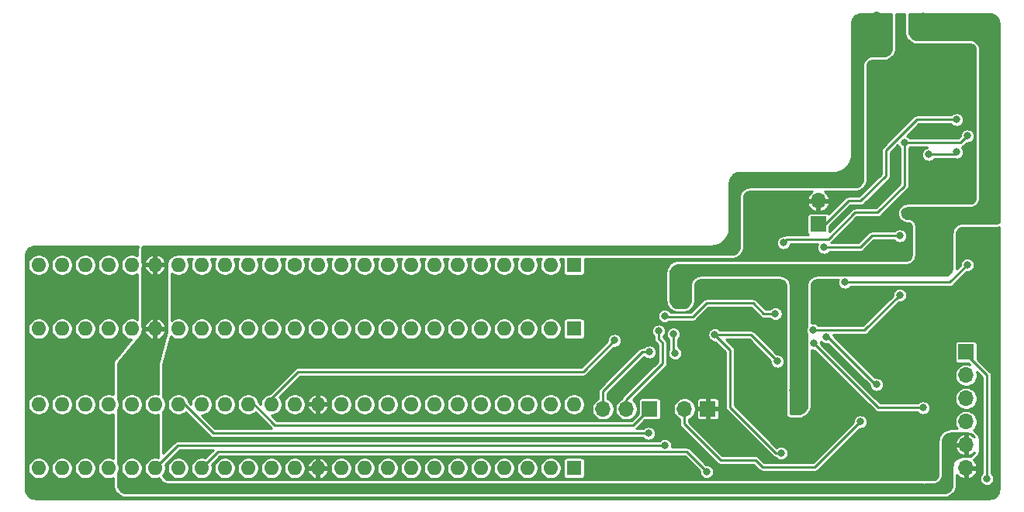
<source format=gbr>
G04 #@! TF.GenerationSoftware,KiCad,Pcbnew,(5.1.9)-1*
G04 #@! TF.CreationDate,2021-04-27T11:27:47+01:00*
G04 #@! TF.ProjectId,RGBtoHDMI Amiga Denise - solarmon - Rev 2 - TSSOP,52474274-6f48-4444-9d49-20416d696761,2 (TSSOP)*
G04 #@! TF.SameCoordinates,Original*
G04 #@! TF.FileFunction,Copper,L2,Bot*
G04 #@! TF.FilePolarity,Positive*
%FSLAX46Y46*%
G04 Gerber Fmt 4.6, Leading zero omitted, Abs format (unit mm)*
G04 Created by KiCad (PCBNEW (5.1.9)-1) date 2021-04-27 11:27:47*
%MOMM*%
%LPD*%
G01*
G04 APERTURE LIST*
G04 #@! TA.AperFunction,ComponentPad*
%ADD10O,1.700000X1.700000*%
G04 #@! TD*
G04 #@! TA.AperFunction,ComponentPad*
%ADD11R,1.700000X1.700000*%
G04 #@! TD*
G04 #@! TA.AperFunction,ComponentPad*
%ADD12O,1.600000X1.600000*%
G04 #@! TD*
G04 #@! TA.AperFunction,ComponentPad*
%ADD13R,1.600000X1.600000*%
G04 #@! TD*
G04 #@! TA.AperFunction,ComponentPad*
%ADD14C,1.600000*%
G04 #@! TD*
G04 #@! TA.AperFunction,ViaPad*
%ADD15C,0.800000*%
G04 #@! TD*
G04 #@! TA.AperFunction,ViaPad*
%ADD16C,1.000000*%
G04 #@! TD*
G04 #@! TA.AperFunction,ViaPad*
%ADD17C,1.200000*%
G04 #@! TD*
G04 #@! TA.AperFunction,Conductor*
%ADD18C,0.250000*%
G04 #@! TD*
G04 #@! TA.AperFunction,Conductor*
%ADD19C,0.254000*%
G04 #@! TD*
G04 #@! TA.AperFunction,Conductor*
%ADD20C,0.100000*%
G04 #@! TD*
G04 APERTURE END LIST*
D10*
X190373000Y-51181000D03*
D11*
X190373000Y-53721000D03*
D12*
X105283000Y-80391000D03*
X107823000Y-80391000D03*
X110363000Y-80391000D03*
X112903000Y-80391000D03*
X115443000Y-80391000D03*
X117983000Y-80391000D03*
X120523000Y-80391000D03*
X123063000Y-80391000D03*
X125603000Y-80391000D03*
X128143000Y-80391000D03*
X130683000Y-80391000D03*
X133223000Y-80391000D03*
X135763000Y-80391000D03*
X138303000Y-80391000D03*
X140843000Y-80391000D03*
X143383000Y-80391000D03*
X145923000Y-80391000D03*
X148463000Y-80391000D03*
X151003000Y-80391000D03*
X153543000Y-80391000D03*
X156083000Y-80391000D03*
X158623000Y-80391000D03*
X161163000Y-80391000D03*
D13*
X163703000Y-80391000D03*
D12*
X105283000Y-65151000D03*
X107823000Y-65151000D03*
X110363000Y-65151000D03*
X112903000Y-65151000D03*
X115443000Y-65151000D03*
X117983000Y-65151000D03*
X120523000Y-65151000D03*
X123063000Y-65151000D03*
X125603000Y-65151000D03*
X128143000Y-65151000D03*
X130683000Y-65151000D03*
X133223000Y-65151000D03*
X135763000Y-65151000D03*
X138303000Y-65151000D03*
X140843000Y-65151000D03*
X143383000Y-65151000D03*
X145923000Y-65151000D03*
X148463000Y-65151000D03*
X151003000Y-65151000D03*
X153543000Y-65151000D03*
X156083000Y-65151000D03*
X158623000Y-65151000D03*
X161163000Y-65151000D03*
D13*
X163703000Y-65151000D03*
D10*
X206502000Y-80391000D03*
X206502000Y-77851000D03*
X206502000Y-75311000D03*
X206502000Y-72771000D03*
X206502000Y-70231000D03*
D11*
X206502000Y-67691000D03*
X171958000Y-73914000D03*
D10*
X169418000Y-73914000D03*
X166878000Y-73914000D03*
X175768000Y-73914000D03*
D11*
X178308000Y-73914000D03*
D13*
X163703000Y-58166000D03*
D12*
X135763000Y-73406000D03*
X161163000Y-58166000D03*
X138303000Y-73406000D03*
X158623000Y-58166000D03*
X140843000Y-73406000D03*
X156083000Y-58166000D03*
X143383000Y-73406000D03*
X153543000Y-58166000D03*
X145923000Y-73406000D03*
X151003000Y-58166000D03*
X148463000Y-73406000D03*
X148463000Y-58166000D03*
X151003000Y-73406000D03*
X145923000Y-58166000D03*
X153543000Y-73406000D03*
X143383000Y-58166000D03*
X156083000Y-73406000D03*
X140843000Y-58166000D03*
X158623000Y-73406000D03*
X138303000Y-58166000D03*
X161163000Y-73406000D03*
X135763000Y-58166000D03*
X163703000Y-73406000D03*
D14*
X133223000Y-58166000D03*
D12*
X105283000Y-73406000D03*
X130683000Y-58166000D03*
X107823000Y-73406000D03*
X128143000Y-58166000D03*
X110363000Y-73406000D03*
X125603000Y-58166000D03*
X112903000Y-73406000D03*
X123063000Y-58166000D03*
X115443000Y-73406000D03*
X120523000Y-58166000D03*
X117983000Y-73406000D03*
X117983000Y-58166000D03*
X120523000Y-73406000D03*
X115443000Y-58166000D03*
X123063000Y-73406000D03*
X112903000Y-58166000D03*
X125603000Y-73406000D03*
X110363000Y-58166000D03*
X128143000Y-73406000D03*
X107823000Y-58166000D03*
X130683000Y-73406000D03*
X105283000Y-58166000D03*
X133223000Y-73406000D03*
D15*
X172212000Y-62484000D03*
X183515000Y-80772000D03*
X182372000Y-74168000D03*
X184277000Y-71501000D03*
X184277000Y-61849000D03*
X182372000Y-69469000D03*
X184277000Y-68199000D03*
X168402000Y-67945000D03*
X186309000Y-76581000D03*
X196723000Y-36195000D03*
X205613000Y-37211000D03*
X205613000Y-39751000D03*
X205613000Y-34544000D03*
X184023000Y-78740000D03*
X185547000Y-65532000D03*
X170688000Y-80391000D03*
X176784000Y-81026000D03*
X180975000Y-80899000D03*
X180213000Y-64516000D03*
X120523000Y-67691000D03*
X123063000Y-67691000D03*
X125603000Y-67691000D03*
X128143000Y-67691000D03*
X130683000Y-67691000D03*
X133223000Y-67691000D03*
X135763000Y-67691000D03*
X138303000Y-67691000D03*
X140843000Y-67691000D03*
X143383000Y-67691000D03*
X145923000Y-67691000D03*
X148463000Y-67691000D03*
X151003000Y-67691000D03*
X153543000Y-67691000D03*
X156083000Y-67691000D03*
X158623000Y-67691000D03*
X161163000Y-67691000D03*
X163703000Y-67691000D03*
X106553000Y-61341000D03*
X109093000Y-61341000D03*
X111633000Y-61341000D03*
X114173000Y-61341000D03*
X121793000Y-61341000D03*
X124333000Y-61341000D03*
X126873000Y-61341000D03*
X129413000Y-61341000D03*
X131953000Y-61341000D03*
X134493000Y-61341000D03*
X137033000Y-61341000D03*
X139573000Y-61341000D03*
X142113000Y-61341000D03*
X144653000Y-61341000D03*
X147193000Y-61341000D03*
X149733000Y-61341000D03*
X152273000Y-61341000D03*
X154813000Y-61341000D03*
X157353000Y-61341000D03*
X159893000Y-61341000D03*
X162433000Y-61341000D03*
X105283000Y-70231000D03*
X104648000Y-82931000D03*
X126873000Y-74676000D03*
X131953000Y-74676000D03*
X139573000Y-74676000D03*
X142113000Y-74676000D03*
X144653000Y-74676000D03*
X147193000Y-74676000D03*
X149733000Y-74676000D03*
X152273000Y-74676000D03*
X154813000Y-74676000D03*
X157353000Y-74676000D03*
X159893000Y-74676000D03*
X162433000Y-74676000D03*
X164973000Y-74676000D03*
X124333000Y-74676000D03*
X119253000Y-74676000D03*
X183642000Y-75311000D03*
X183642000Y-64135000D03*
X178054000Y-66802000D03*
X182118000Y-71501000D03*
X106807000Y-67691000D03*
X109347000Y-67691000D03*
X112014000Y-67691000D03*
X114300000Y-66929000D03*
X186309000Y-70485000D03*
X173863000Y-74041000D03*
X121666000Y-75311000D03*
X167132000Y-63881000D03*
X129032000Y-75184000D03*
X171069000Y-61341000D03*
X209677000Y-83185000D03*
X206248000Y-56896000D03*
X175895000Y-81026000D03*
X201803000Y-41275000D03*
X206248000Y-65278000D03*
X179959000Y-60452000D03*
X172593000Y-58166000D03*
X168275000Y-72644000D03*
X179451000Y-71501000D03*
X206629000Y-50546000D03*
X198755000Y-37211000D03*
X168148000Y-80391000D03*
X202057000Y-79502000D03*
X199771000Y-80391000D03*
X196723000Y-38227000D03*
X201803000Y-43307000D03*
X199771000Y-42291000D03*
X201930000Y-81407000D03*
X201803000Y-63627000D03*
X201803000Y-61595000D03*
X199771000Y-62611000D03*
X190500000Y-69850000D03*
X190500000Y-71882000D03*
X194691000Y-74041000D03*
X193802000Y-78359000D03*
X193802000Y-80391000D03*
X190119000Y-62357000D03*
X190119000Y-60579000D03*
X198755000Y-67691000D03*
X196723000Y-68707000D03*
X196723000Y-66675000D03*
X201803000Y-38481000D03*
X198755000Y-47371000D03*
X196723000Y-46355000D03*
X191262000Y-64135000D03*
X196723000Y-56007000D03*
X196723000Y-53975000D03*
X194691000Y-54991000D03*
X188849000Y-56261000D03*
X196723000Y-48387000D03*
D16*
X203708000Y-32131000D03*
X188214000Y-73914000D03*
X188285663Y-61849000D03*
D15*
X209042000Y-53340000D03*
X208660986Y-50546000D03*
D16*
X175895000Y-62386000D03*
X187706000Y-71882000D03*
D15*
X201803000Y-53467000D03*
D16*
X201803000Y-33147000D03*
X201803000Y-31115000D03*
D15*
X199771004Y-52451000D03*
D16*
X207518000Y-31750000D03*
X208788000Y-32893000D03*
X206248000Y-32893000D03*
D15*
X203333002Y-52408529D03*
D16*
X174625000Y-59943994D03*
X187960000Y-60579000D03*
D17*
X194564000Y-32131000D03*
X194564000Y-34671000D03*
X196723000Y-33401000D03*
X196723000Y-31115000D03*
D15*
X208787994Y-81534000D03*
X178181000Y-80772000D03*
X171831000Y-76581000D03*
X173609000Y-77887990D03*
X206629000Y-44069000D03*
X174563830Y-65724830D03*
X174752000Y-67818000D03*
X199771000Y-44831000D03*
X186563000Y-55753000D03*
X201803000Y-73787000D03*
X189906000Y-66761000D03*
X191268231Y-66045192D03*
X196723000Y-71247000D03*
X189825371Y-65310989D03*
X199263000Y-61468000D03*
X199262996Y-54991000D03*
X191008000Y-56261000D03*
X168148000Y-66421000D03*
X171958000Y-67691000D03*
X172974000Y-65405000D03*
X194945000Y-75311000D03*
X185685001Y-63511001D03*
X173609000Y-63754000D03*
X185928000Y-68707000D03*
X179081376Y-65816823D03*
X186309000Y-78740000D03*
X205486000Y-45847000D03*
X202438000Y-46101000D03*
X206629000Y-58166000D03*
X193294000Y-60071000D03*
X205486000Y-42291000D03*
D18*
X131064000Y-75692000D02*
X128143000Y-72771000D01*
X170193369Y-75692000D02*
X131064000Y-75692000D01*
X171958000Y-73927369D02*
X170193369Y-75692000D01*
X171958000Y-73914000D02*
X171958000Y-73927369D01*
X206248000Y-67691000D02*
X208787994Y-70230994D01*
X208787994Y-70230994D02*
X208787994Y-81534000D01*
X176022000Y-78613000D02*
X178181000Y-80772000D01*
X123063000Y-80391000D02*
X124841000Y-78613000D01*
X124841000Y-78613000D02*
X176022000Y-78613000D01*
X120523000Y-72771000D02*
X124333000Y-76581000D01*
X124333000Y-76581000D02*
X171831000Y-76581000D01*
X120486010Y-77887990D02*
X173609000Y-77887990D01*
X117983000Y-80391000D02*
X120486010Y-77887990D01*
X174563830Y-65724830D02*
X174563830Y-67629830D01*
X174563830Y-67629830D02*
X174752000Y-67818000D01*
X205867000Y-44831000D02*
X199771000Y-44831000D01*
X206629000Y-44069000D02*
X205867000Y-44831000D01*
X194368412Y-52451000D02*
X191466411Y-55353001D01*
X191466411Y-55353001D02*
X186962999Y-55353001D01*
X196850000Y-52451000D02*
X194368412Y-52451000D01*
X199771000Y-49530000D02*
X196850000Y-52451000D01*
X199771000Y-44831000D02*
X199771000Y-49530000D01*
X186962999Y-55353001D02*
X186563000Y-55753000D01*
X201803000Y-73787000D02*
X196932000Y-73787000D01*
X196932000Y-73787000D02*
X189906000Y-66761000D01*
X196596000Y-71247000D02*
X196723000Y-71247000D01*
X191394192Y-66045192D02*
X196596000Y-71247000D01*
X191268231Y-66045192D02*
X191394192Y-66045192D01*
X189825371Y-65310989D02*
X195420011Y-65310989D01*
X195420011Y-65310989D02*
X199263000Y-61468000D01*
X191573685Y-56261000D02*
X191008000Y-56261000D01*
X194945000Y-56261000D02*
X191573685Y-56261000D01*
X196215000Y-54991000D02*
X194945000Y-56261000D01*
X199262996Y-54991000D02*
X196215000Y-54991000D01*
X133604000Y-69850000D02*
X164719000Y-69850000D01*
X130683000Y-72771000D02*
X133604000Y-69850000D01*
X164719000Y-69850000D02*
X168148000Y-66421000D01*
X171166460Y-67691000D02*
X171958000Y-67691000D01*
X166878000Y-73914000D02*
X166878000Y-71979460D01*
X166878000Y-71979460D02*
X171166460Y-67691000D01*
X172974000Y-66294000D02*
X172974000Y-65405000D01*
X173355000Y-66675000D02*
X172974000Y-66294000D01*
X173355000Y-68961000D02*
X173355000Y-66675000D01*
X169418000Y-72898000D02*
X173355000Y-68961000D01*
X169418000Y-73914000D02*
X169418000Y-72898000D01*
X189992000Y-80264000D02*
X194945000Y-75311000D01*
X184288998Y-80264000D02*
X189992000Y-80264000D01*
X183526998Y-79502000D02*
X184288998Y-80264000D01*
X179705000Y-79502000D02*
X183526998Y-79502000D01*
X175768000Y-75565000D02*
X179705000Y-79502000D01*
X175768000Y-73914000D02*
X175768000Y-75565000D01*
X173736000Y-63881000D02*
X173609000Y-63754000D01*
X176657000Y-63881000D02*
X173736000Y-63881000D01*
X178181000Y-62357000D02*
X176657000Y-63881000D01*
X183261000Y-62357000D02*
X178181000Y-62357000D01*
X184415001Y-63511001D02*
X183261000Y-62357000D01*
X185685001Y-63511001D02*
X184415001Y-63511001D01*
X183037823Y-65816823D02*
X179081376Y-65816823D01*
X185928000Y-68707000D02*
X183037823Y-65816823D01*
X185743315Y-78740000D02*
X186309000Y-78740000D01*
X180721000Y-73717685D02*
X185743315Y-78740000D01*
X180721000Y-67456447D02*
X180721000Y-73717685D01*
X179081376Y-65816823D02*
X180721000Y-67456447D01*
X205232000Y-46101000D02*
X202438000Y-46101000D01*
X205486000Y-45847000D02*
X205232000Y-46101000D01*
X204724000Y-60071000D02*
X193294000Y-60071000D01*
X206629000Y-58166000D02*
X204724000Y-60071000D01*
X191135000Y-53721000D02*
X190373000Y-53721000D01*
X195002002Y-51181000D02*
X193675000Y-51181000D01*
X197739000Y-48444002D02*
X195002002Y-51181000D01*
X197739000Y-45662998D02*
X197739000Y-48444002D01*
X193675000Y-51181000D02*
X191135000Y-53721000D01*
X201110998Y-42291000D02*
X197739000Y-45662998D01*
X205486000Y-42291000D02*
X201110998Y-42291000D01*
D19*
X199771000Y-32655000D02*
X199772835Y-32692345D01*
X199792050Y-32887435D01*
X199806620Y-32960687D01*
X199863525Y-33148280D01*
X199892108Y-33217285D01*
X199984518Y-33390172D01*
X200026013Y-33452274D01*
X200150376Y-33603811D01*
X200203189Y-33656624D01*
X200354726Y-33780987D01*
X200416828Y-33822482D01*
X200589715Y-33914892D01*
X200658720Y-33943475D01*
X200846313Y-34000380D01*
X200919565Y-34014950D01*
X201114655Y-34034165D01*
X201152000Y-34036000D01*
X206880286Y-34036000D01*
X207019398Y-34049702D01*
X207135177Y-34084822D01*
X207241873Y-34141852D01*
X207335396Y-34218604D01*
X207412148Y-34312127D01*
X207469178Y-34418823D01*
X207504298Y-34534602D01*
X207518000Y-34673714D01*
X207518000Y-50797286D01*
X207504298Y-50936398D01*
X207469178Y-51052177D01*
X207412148Y-51158873D01*
X207335396Y-51252396D01*
X207241873Y-51329148D01*
X207135177Y-51386178D01*
X207019398Y-51421298D01*
X206880286Y-51435000D01*
X200088500Y-51435000D01*
X200045841Y-51437396D01*
X199890410Y-51454909D01*
X199807234Y-51473893D01*
X199659597Y-51525553D01*
X199582727Y-51562572D01*
X199450287Y-51645790D01*
X199383584Y-51698983D01*
X199272983Y-51809584D01*
X199219790Y-51876287D01*
X199183566Y-51933937D01*
X199164362Y-51953141D01*
X199078891Y-52081058D01*
X199020017Y-52223191D01*
X198990004Y-52374078D01*
X198990004Y-52527922D01*
X199020017Y-52678809D01*
X199027003Y-52695675D01*
X199028909Y-52712590D01*
X199047893Y-52795766D01*
X199099553Y-52943403D01*
X199136572Y-53020273D01*
X199219790Y-53152713D01*
X199272983Y-53219416D01*
X199383584Y-53330017D01*
X199450287Y-53383210D01*
X199582727Y-53466428D01*
X199659597Y-53503447D01*
X199807234Y-53555107D01*
X199890410Y-53574091D01*
X200045841Y-53591604D01*
X200088500Y-53594000D01*
X200130606Y-53594000D01*
X200236244Y-53605903D01*
X200316261Y-53633902D01*
X200388046Y-53679007D01*
X200447993Y-53738954D01*
X200493098Y-53810739D01*
X200521097Y-53890756D01*
X200533000Y-53996394D01*
X200533000Y-57020286D01*
X200519298Y-57159398D01*
X200484178Y-57275177D01*
X200427148Y-57381873D01*
X200350396Y-57475396D01*
X200256873Y-57552148D01*
X200150177Y-57609178D01*
X200034398Y-57644298D01*
X199895286Y-57658000D01*
X175117000Y-57658000D01*
X175079655Y-57659835D01*
X174884565Y-57679050D01*
X174811313Y-57693620D01*
X174623720Y-57750525D01*
X174554715Y-57779108D01*
X174381828Y-57871518D01*
X174319726Y-57913013D01*
X174168189Y-58037376D01*
X174115376Y-58090189D01*
X173991013Y-58241726D01*
X173949518Y-58303828D01*
X173857108Y-58476715D01*
X173828525Y-58545720D01*
X173771620Y-58733313D01*
X173757050Y-58806565D01*
X173737835Y-59001655D01*
X173736000Y-59039000D01*
X173736000Y-61992000D01*
X173737835Y-62029345D01*
X173757050Y-62224435D01*
X173771620Y-62297687D01*
X173828525Y-62485280D01*
X173857108Y-62554285D01*
X173949518Y-62727172D01*
X173991013Y-62789274D01*
X174115376Y-62940811D01*
X174168189Y-62993624D01*
X174319726Y-63117987D01*
X174381828Y-63159482D01*
X174554715Y-63251892D01*
X174623720Y-63280475D01*
X174811313Y-63337380D01*
X174884565Y-63351950D01*
X175079655Y-63371165D01*
X175117000Y-63373000D01*
X175530000Y-63373000D01*
X175567345Y-63371165D01*
X175762435Y-63351950D01*
X175835687Y-63337380D01*
X176023280Y-63280475D01*
X176092285Y-63251892D01*
X176112769Y-63240943D01*
X176151978Y-63233144D01*
X176312310Y-63166732D01*
X176456605Y-63070318D01*
X176579318Y-62947605D01*
X176675732Y-62803310D01*
X176740971Y-62645810D01*
X176789892Y-62554285D01*
X176818475Y-62485280D01*
X176875380Y-62297687D01*
X176889950Y-62224435D01*
X176909165Y-62029345D01*
X176911000Y-61992000D01*
X176911000Y-60454714D01*
X176924702Y-60315602D01*
X176959822Y-60199823D01*
X177016852Y-60093127D01*
X177093604Y-59999604D01*
X177187127Y-59922852D01*
X177293823Y-59865822D01*
X177409602Y-59830702D01*
X177548714Y-59817000D01*
X186179286Y-59817000D01*
X186318398Y-59830702D01*
X186434177Y-59865822D01*
X186540873Y-59922852D01*
X186634396Y-59999604D01*
X186711148Y-60093127D01*
X186768178Y-60199823D01*
X186803298Y-60315602D01*
X186817000Y-60454714D01*
X186817000Y-74422000D01*
X186829983Y-74520611D01*
X186846998Y-74584111D01*
X186863017Y-74631302D01*
X186898225Y-74697172D01*
X186945607Y-74754908D01*
X186992092Y-74801393D01*
X187029561Y-74834252D01*
X187092987Y-74873693D01*
X187162889Y-74900002D01*
X187226389Y-74917017D01*
X187325000Y-74930000D01*
X188230568Y-74930000D01*
X188267899Y-74928167D01*
X188462920Y-74908966D01*
X188536148Y-74894405D01*
X188723680Y-74837540D01*
X188792664Y-74808977D01*
X188965504Y-74716631D01*
X189027591Y-74675166D01*
X189179104Y-74550886D01*
X189231913Y-74498107D01*
X189356280Y-74346665D01*
X189397783Y-74284599D01*
X189490227Y-74111810D01*
X189518828Y-74042844D01*
X189575800Y-73855345D01*
X189590403Y-73782123D01*
X189609714Y-73587114D01*
X189611568Y-73549786D01*
X189615016Y-67485819D01*
X189678191Y-67511987D01*
X189829078Y-67542000D01*
X189971409Y-67542000D01*
X196556628Y-74127220D01*
X196572473Y-74146527D01*
X196649521Y-74209759D01*
X196737425Y-74256745D01*
X196810607Y-74278944D01*
X196832806Y-74285678D01*
X196842694Y-74286652D01*
X196907146Y-74293000D01*
X196907153Y-74293000D01*
X196931999Y-74295447D01*
X196956845Y-74293000D01*
X201204499Y-74293000D01*
X201305141Y-74393642D01*
X201433058Y-74479113D01*
X201575191Y-74537987D01*
X201726078Y-74568000D01*
X201879922Y-74568000D01*
X202030809Y-74537987D01*
X202172942Y-74479113D01*
X202300859Y-74393642D01*
X202409642Y-74284859D01*
X202495113Y-74156942D01*
X202553987Y-74014809D01*
X202584000Y-73863922D01*
X202584000Y-73710078D01*
X202553987Y-73559191D01*
X202495113Y-73417058D01*
X202409642Y-73289141D01*
X202300859Y-73180358D01*
X202172942Y-73094887D01*
X202030809Y-73036013D01*
X201879922Y-73006000D01*
X201726078Y-73006000D01*
X201575191Y-73036013D01*
X201433058Y-73094887D01*
X201305141Y-73180358D01*
X201204499Y-73281000D01*
X197141592Y-73281000D01*
X196510349Y-72649757D01*
X205271000Y-72649757D01*
X205271000Y-72892243D01*
X205318307Y-73130069D01*
X205411102Y-73354097D01*
X205545820Y-73555717D01*
X205717283Y-73727180D01*
X205918903Y-73861898D01*
X206142931Y-73954693D01*
X206380757Y-74002000D01*
X206623243Y-74002000D01*
X206861069Y-73954693D01*
X207085097Y-73861898D01*
X207286717Y-73727180D01*
X207458180Y-73555717D01*
X207592898Y-73354097D01*
X207685693Y-73130069D01*
X207733000Y-72892243D01*
X207733000Y-72649757D01*
X207685693Y-72411931D01*
X207592898Y-72187903D01*
X207458180Y-71986283D01*
X207286717Y-71814820D01*
X207085097Y-71680102D01*
X206861069Y-71587307D01*
X206623243Y-71540000D01*
X206380757Y-71540000D01*
X206142931Y-71587307D01*
X205918903Y-71680102D01*
X205717283Y-71814820D01*
X205545820Y-71986283D01*
X205411102Y-72187903D01*
X205318307Y-72411931D01*
X205271000Y-72649757D01*
X196510349Y-72649757D01*
X190687000Y-66826409D01*
X190687000Y-66684078D01*
X190657829Y-66537424D01*
X190661589Y-66543051D01*
X190770372Y-66651834D01*
X190898289Y-66737305D01*
X191040422Y-66796179D01*
X191191309Y-66826192D01*
X191345153Y-66826192D01*
X191440613Y-66807204D01*
X195942000Y-71308592D01*
X195942000Y-71323922D01*
X195972013Y-71474809D01*
X196030887Y-71616942D01*
X196116358Y-71744859D01*
X196225141Y-71853642D01*
X196353058Y-71939113D01*
X196495191Y-71997987D01*
X196646078Y-72028000D01*
X196799922Y-72028000D01*
X196950809Y-71997987D01*
X197092942Y-71939113D01*
X197220859Y-71853642D01*
X197329642Y-71744859D01*
X197415113Y-71616942D01*
X197473987Y-71474809D01*
X197504000Y-71323922D01*
X197504000Y-71170078D01*
X197473987Y-71019191D01*
X197415113Y-70877058D01*
X197329642Y-70749141D01*
X197220859Y-70640358D01*
X197092942Y-70554887D01*
X196950809Y-70496013D01*
X196799922Y-70466000D01*
X196646078Y-70466000D01*
X196549752Y-70485160D01*
X192905592Y-66841000D01*
X205269157Y-66841000D01*
X205269157Y-68541000D01*
X205276513Y-68615689D01*
X205298299Y-68687508D01*
X205333678Y-68753696D01*
X205381289Y-68811711D01*
X205439304Y-68859322D01*
X205505492Y-68894701D01*
X205577311Y-68916487D01*
X205652000Y-68923843D01*
X206765252Y-68923843D01*
X206908265Y-69066856D01*
X206861069Y-69047307D01*
X206623243Y-69000000D01*
X206380757Y-69000000D01*
X206142931Y-69047307D01*
X205918903Y-69140102D01*
X205717283Y-69274820D01*
X205545820Y-69446283D01*
X205411102Y-69647903D01*
X205318307Y-69871931D01*
X205271000Y-70109757D01*
X205271000Y-70352243D01*
X205318307Y-70590069D01*
X205411102Y-70814097D01*
X205545820Y-71015717D01*
X205717283Y-71187180D01*
X205918903Y-71321898D01*
X206142931Y-71414693D01*
X206380757Y-71462000D01*
X206623243Y-71462000D01*
X206861069Y-71414693D01*
X207085097Y-71321898D01*
X207286717Y-71187180D01*
X207458180Y-71015717D01*
X207592898Y-70814097D01*
X207685693Y-70590069D01*
X207733000Y-70352243D01*
X207733000Y-70109757D01*
X207685693Y-69871931D01*
X207666144Y-69824736D01*
X208281994Y-70440586D01*
X208281995Y-80935498D01*
X208181352Y-81036141D01*
X208095881Y-81164058D01*
X208037007Y-81306191D01*
X208006994Y-81457078D01*
X208006994Y-81610922D01*
X208037007Y-81761809D01*
X208095881Y-81903942D01*
X208181352Y-82031859D01*
X208290135Y-82140642D01*
X208418052Y-82226113D01*
X208560185Y-82284987D01*
X208711072Y-82315000D01*
X208864916Y-82315000D01*
X209015803Y-82284987D01*
X209157936Y-82226113D01*
X209285853Y-82140642D01*
X209394636Y-82031859D01*
X209480107Y-81903942D01*
X209538981Y-81761809D01*
X209568994Y-81610922D01*
X209568994Y-81457078D01*
X209538981Y-81306191D01*
X209480107Y-81164058D01*
X209394636Y-81036141D01*
X209293994Y-80935499D01*
X209293994Y-70255840D01*
X209296441Y-70230994D01*
X209293994Y-70206148D01*
X209293994Y-70206140D01*
X209286672Y-70131801D01*
X209257739Y-70036419D01*
X209210753Y-69948515D01*
X209147521Y-69871467D01*
X209128214Y-69855622D01*
X207734843Y-68462252D01*
X207734843Y-66841000D01*
X207727487Y-66766311D01*
X207705701Y-66694492D01*
X207670322Y-66628304D01*
X207622711Y-66570289D01*
X207564696Y-66522678D01*
X207498508Y-66487299D01*
X207426689Y-66465513D01*
X207352000Y-66458157D01*
X205652000Y-66458157D01*
X205577311Y-66465513D01*
X205505492Y-66487299D01*
X205439304Y-66522678D01*
X205381289Y-66570289D01*
X205333678Y-66628304D01*
X205298299Y-66694492D01*
X205276513Y-66766311D01*
X205269157Y-66841000D01*
X192905592Y-66841000D01*
X192049231Y-65984640D01*
X192049231Y-65968270D01*
X192019218Y-65817383D01*
X192019055Y-65816989D01*
X195395165Y-65816989D01*
X195420011Y-65819436D01*
X195444857Y-65816989D01*
X195444865Y-65816989D01*
X195519204Y-65809667D01*
X195614586Y-65780734D01*
X195702490Y-65733748D01*
X195779538Y-65670516D01*
X195795387Y-65651204D01*
X199197592Y-62249000D01*
X199339922Y-62249000D01*
X199490809Y-62218987D01*
X199632942Y-62160113D01*
X199760859Y-62074642D01*
X199869642Y-61965859D01*
X199955113Y-61837942D01*
X200013987Y-61695809D01*
X200044000Y-61544922D01*
X200044000Y-61391078D01*
X200013987Y-61240191D01*
X199955113Y-61098058D01*
X199869642Y-60970141D01*
X199760859Y-60861358D01*
X199632942Y-60775887D01*
X199490809Y-60717013D01*
X199339922Y-60687000D01*
X199186078Y-60687000D01*
X199035191Y-60717013D01*
X198893058Y-60775887D01*
X198765141Y-60861358D01*
X198656358Y-60970141D01*
X198570887Y-61098058D01*
X198512013Y-61240191D01*
X198482000Y-61391078D01*
X198482000Y-61533408D01*
X195210420Y-64804989D01*
X190423872Y-64804989D01*
X190323230Y-64704347D01*
X190195313Y-64618876D01*
X190053180Y-64560002D01*
X189902293Y-64529989D01*
X189748449Y-64529989D01*
X189616682Y-64556199D01*
X189619014Y-60454361D01*
X189632786Y-60315295D01*
X189667945Y-60199581D01*
X189724998Y-60092944D01*
X189801751Y-59999481D01*
X189895264Y-59922776D01*
X190001928Y-59865787D01*
X190117663Y-59830693D01*
X190256739Y-59817000D01*
X192553862Y-59817000D01*
X192543013Y-59843191D01*
X192513000Y-59994078D01*
X192513000Y-60147922D01*
X192543013Y-60298809D01*
X192601887Y-60440942D01*
X192687358Y-60568859D01*
X192796141Y-60677642D01*
X192924058Y-60763113D01*
X193066191Y-60821987D01*
X193217078Y-60852000D01*
X193370922Y-60852000D01*
X193521809Y-60821987D01*
X193663942Y-60763113D01*
X193791859Y-60677642D01*
X193892501Y-60577000D01*
X204699154Y-60577000D01*
X204724000Y-60579447D01*
X204748846Y-60577000D01*
X204748854Y-60577000D01*
X204823193Y-60569678D01*
X204918575Y-60540745D01*
X205006479Y-60493759D01*
X205083527Y-60430527D01*
X205099376Y-60411215D01*
X206563592Y-58947000D01*
X206705922Y-58947000D01*
X206856809Y-58916987D01*
X206998942Y-58858113D01*
X207126859Y-58772642D01*
X207235642Y-58663859D01*
X207321113Y-58535942D01*
X207379987Y-58393809D01*
X207410000Y-58242922D01*
X207410000Y-58089078D01*
X207379987Y-57938191D01*
X207321113Y-57796058D01*
X207235642Y-57668141D01*
X207126859Y-57559358D01*
X206998942Y-57473887D01*
X206856809Y-57415013D01*
X206705922Y-57385000D01*
X206552078Y-57385000D01*
X206401191Y-57415013D01*
X206259058Y-57473887D01*
X206131141Y-57559358D01*
X206022358Y-57668141D01*
X205936887Y-57796058D01*
X205878013Y-57938191D01*
X205848000Y-58089078D01*
X205848000Y-58231408D01*
X205470847Y-58608561D01*
X205484165Y-58473345D01*
X205486000Y-58436000D01*
X205486000Y-54739714D01*
X205499702Y-54600602D01*
X205534822Y-54484823D01*
X205591852Y-54378127D01*
X205668604Y-54284604D01*
X205762127Y-54207852D01*
X205868823Y-54150822D01*
X205984602Y-54115702D01*
X206123714Y-54102000D01*
X208869558Y-54102000D01*
X208965078Y-54121000D01*
X209118922Y-54121000D01*
X209214442Y-54102000D01*
X209687988Y-54102000D01*
X209725451Y-54100154D01*
X209921154Y-54080817D01*
X209994632Y-54066153D01*
X210085000Y-54038647D01*
X210085001Y-82653470D01*
X210062874Y-82879138D01*
X210004170Y-83073576D01*
X209908816Y-83252912D01*
X209780443Y-83410311D01*
X209623949Y-83539773D01*
X209445287Y-83636375D01*
X209251257Y-83696438D01*
X209027080Y-83720000D01*
X104925519Y-83720000D01*
X104699862Y-83697874D01*
X104505424Y-83639170D01*
X104326088Y-83543816D01*
X104168689Y-83415443D01*
X104039227Y-83258949D01*
X103942625Y-83080287D01*
X103882562Y-82886257D01*
X103859000Y-82662080D01*
X103859000Y-80274682D01*
X104102000Y-80274682D01*
X104102000Y-80507318D01*
X104147386Y-80735485D01*
X104236412Y-80950413D01*
X104365658Y-81143843D01*
X104530157Y-81308342D01*
X104723587Y-81437588D01*
X104938515Y-81526614D01*
X105166682Y-81572000D01*
X105399318Y-81572000D01*
X105627485Y-81526614D01*
X105842413Y-81437588D01*
X106035843Y-81308342D01*
X106200342Y-81143843D01*
X106329588Y-80950413D01*
X106418614Y-80735485D01*
X106464000Y-80507318D01*
X106464000Y-80274682D01*
X106642000Y-80274682D01*
X106642000Y-80507318D01*
X106687386Y-80735485D01*
X106776412Y-80950413D01*
X106905658Y-81143843D01*
X107070157Y-81308342D01*
X107263587Y-81437588D01*
X107478515Y-81526614D01*
X107706682Y-81572000D01*
X107939318Y-81572000D01*
X108167485Y-81526614D01*
X108382413Y-81437588D01*
X108575843Y-81308342D01*
X108740342Y-81143843D01*
X108869588Y-80950413D01*
X108958614Y-80735485D01*
X109004000Y-80507318D01*
X109004000Y-80274682D01*
X109182000Y-80274682D01*
X109182000Y-80507318D01*
X109227386Y-80735485D01*
X109316412Y-80950413D01*
X109445658Y-81143843D01*
X109610157Y-81308342D01*
X109803587Y-81437588D01*
X110018515Y-81526614D01*
X110246682Y-81572000D01*
X110479318Y-81572000D01*
X110707485Y-81526614D01*
X110922413Y-81437588D01*
X111115843Y-81308342D01*
X111280342Y-81143843D01*
X111409588Y-80950413D01*
X111498614Y-80735485D01*
X111544000Y-80507318D01*
X111544000Y-80274682D01*
X111498614Y-80046515D01*
X111409588Y-79831587D01*
X111280342Y-79638157D01*
X111115843Y-79473658D01*
X110922413Y-79344412D01*
X110707485Y-79255386D01*
X110479318Y-79210000D01*
X110246682Y-79210000D01*
X110018515Y-79255386D01*
X109803587Y-79344412D01*
X109610157Y-79473658D01*
X109445658Y-79638157D01*
X109316412Y-79831587D01*
X109227386Y-80046515D01*
X109182000Y-80274682D01*
X109004000Y-80274682D01*
X108958614Y-80046515D01*
X108869588Y-79831587D01*
X108740342Y-79638157D01*
X108575843Y-79473658D01*
X108382413Y-79344412D01*
X108167485Y-79255386D01*
X107939318Y-79210000D01*
X107706682Y-79210000D01*
X107478515Y-79255386D01*
X107263587Y-79344412D01*
X107070157Y-79473658D01*
X106905658Y-79638157D01*
X106776412Y-79831587D01*
X106687386Y-80046515D01*
X106642000Y-80274682D01*
X106464000Y-80274682D01*
X106418614Y-80046515D01*
X106329588Y-79831587D01*
X106200342Y-79638157D01*
X106035843Y-79473658D01*
X105842413Y-79344412D01*
X105627485Y-79255386D01*
X105399318Y-79210000D01*
X105166682Y-79210000D01*
X104938515Y-79255386D01*
X104723587Y-79344412D01*
X104530157Y-79473658D01*
X104365658Y-79638157D01*
X104236412Y-79831587D01*
X104147386Y-80046515D01*
X104102000Y-80274682D01*
X103859000Y-80274682D01*
X103859000Y-73289682D01*
X104102000Y-73289682D01*
X104102000Y-73522318D01*
X104147386Y-73750485D01*
X104236412Y-73965413D01*
X104365658Y-74158843D01*
X104530157Y-74323342D01*
X104723587Y-74452588D01*
X104938515Y-74541614D01*
X105166682Y-74587000D01*
X105399318Y-74587000D01*
X105627485Y-74541614D01*
X105842413Y-74452588D01*
X106035843Y-74323342D01*
X106200342Y-74158843D01*
X106329588Y-73965413D01*
X106418614Y-73750485D01*
X106464000Y-73522318D01*
X106464000Y-73289682D01*
X106642000Y-73289682D01*
X106642000Y-73522318D01*
X106687386Y-73750485D01*
X106776412Y-73965413D01*
X106905658Y-74158843D01*
X107070157Y-74323342D01*
X107263587Y-74452588D01*
X107478515Y-74541614D01*
X107706682Y-74587000D01*
X107939318Y-74587000D01*
X108167485Y-74541614D01*
X108382413Y-74452588D01*
X108575843Y-74323342D01*
X108740342Y-74158843D01*
X108869588Y-73965413D01*
X108958614Y-73750485D01*
X109004000Y-73522318D01*
X109004000Y-73289682D01*
X109182000Y-73289682D01*
X109182000Y-73522318D01*
X109227386Y-73750485D01*
X109316412Y-73965413D01*
X109445658Y-74158843D01*
X109610157Y-74323342D01*
X109803587Y-74452588D01*
X110018515Y-74541614D01*
X110246682Y-74587000D01*
X110479318Y-74587000D01*
X110707485Y-74541614D01*
X110922413Y-74452588D01*
X111115843Y-74323342D01*
X111280342Y-74158843D01*
X111409588Y-73965413D01*
X111498614Y-73750485D01*
X111544000Y-73522318D01*
X111544000Y-73289682D01*
X111498614Y-73061515D01*
X111409588Y-72846587D01*
X111280342Y-72653157D01*
X111115843Y-72488658D01*
X110922413Y-72359412D01*
X110707485Y-72270386D01*
X110479318Y-72225000D01*
X110246682Y-72225000D01*
X110018515Y-72270386D01*
X109803587Y-72359412D01*
X109610157Y-72488658D01*
X109445658Y-72653157D01*
X109316412Y-72846587D01*
X109227386Y-73061515D01*
X109182000Y-73289682D01*
X109004000Y-73289682D01*
X108958614Y-73061515D01*
X108869588Y-72846587D01*
X108740342Y-72653157D01*
X108575843Y-72488658D01*
X108382413Y-72359412D01*
X108167485Y-72270386D01*
X107939318Y-72225000D01*
X107706682Y-72225000D01*
X107478515Y-72270386D01*
X107263587Y-72359412D01*
X107070157Y-72488658D01*
X106905658Y-72653157D01*
X106776412Y-72846587D01*
X106687386Y-73061515D01*
X106642000Y-73289682D01*
X106464000Y-73289682D01*
X106418614Y-73061515D01*
X106329588Y-72846587D01*
X106200342Y-72653157D01*
X106035843Y-72488658D01*
X105842413Y-72359412D01*
X105627485Y-72270386D01*
X105399318Y-72225000D01*
X105166682Y-72225000D01*
X104938515Y-72270386D01*
X104723587Y-72359412D01*
X104530157Y-72488658D01*
X104365658Y-72653157D01*
X104236412Y-72846587D01*
X104147386Y-73061515D01*
X104102000Y-73289682D01*
X103859000Y-73289682D01*
X103859000Y-65034682D01*
X104102000Y-65034682D01*
X104102000Y-65267318D01*
X104147386Y-65495485D01*
X104236412Y-65710413D01*
X104365658Y-65903843D01*
X104530157Y-66068342D01*
X104723587Y-66197588D01*
X104938515Y-66286614D01*
X105166682Y-66332000D01*
X105399318Y-66332000D01*
X105627485Y-66286614D01*
X105842413Y-66197588D01*
X106035843Y-66068342D01*
X106200342Y-65903843D01*
X106329588Y-65710413D01*
X106418614Y-65495485D01*
X106464000Y-65267318D01*
X106464000Y-65034682D01*
X106642000Y-65034682D01*
X106642000Y-65267318D01*
X106687386Y-65495485D01*
X106776412Y-65710413D01*
X106905658Y-65903843D01*
X107070157Y-66068342D01*
X107263587Y-66197588D01*
X107478515Y-66286614D01*
X107706682Y-66332000D01*
X107939318Y-66332000D01*
X108167485Y-66286614D01*
X108382413Y-66197588D01*
X108575843Y-66068342D01*
X108740342Y-65903843D01*
X108869588Y-65710413D01*
X108958614Y-65495485D01*
X109004000Y-65267318D01*
X109004000Y-65034682D01*
X109182000Y-65034682D01*
X109182000Y-65267318D01*
X109227386Y-65495485D01*
X109316412Y-65710413D01*
X109445658Y-65903843D01*
X109610157Y-66068342D01*
X109803587Y-66197588D01*
X110018515Y-66286614D01*
X110246682Y-66332000D01*
X110479318Y-66332000D01*
X110707485Y-66286614D01*
X110922413Y-66197588D01*
X111115843Y-66068342D01*
X111280342Y-65903843D01*
X111409588Y-65710413D01*
X111498614Y-65495485D01*
X111544000Y-65267318D01*
X111544000Y-65034682D01*
X111722000Y-65034682D01*
X111722000Y-65267318D01*
X111767386Y-65495485D01*
X111856412Y-65710413D01*
X111985658Y-65903843D01*
X112150157Y-66068342D01*
X112343587Y-66197588D01*
X112558515Y-66286614D01*
X112786682Y-66332000D01*
X113019318Y-66332000D01*
X113247485Y-66286614D01*
X113462413Y-66197588D01*
X113655843Y-66068342D01*
X113820342Y-65903843D01*
X113949588Y-65710413D01*
X114038614Y-65495485D01*
X114084000Y-65267318D01*
X114084000Y-65034682D01*
X114038614Y-64806515D01*
X113949588Y-64591587D01*
X113820342Y-64398157D01*
X113655843Y-64233658D01*
X113462413Y-64104412D01*
X113247485Y-64015386D01*
X113019318Y-63970000D01*
X112786682Y-63970000D01*
X112558515Y-64015386D01*
X112343587Y-64104412D01*
X112150157Y-64233658D01*
X111985658Y-64398157D01*
X111856412Y-64591587D01*
X111767386Y-64806515D01*
X111722000Y-65034682D01*
X111544000Y-65034682D01*
X111498614Y-64806515D01*
X111409588Y-64591587D01*
X111280342Y-64398157D01*
X111115843Y-64233658D01*
X110922413Y-64104412D01*
X110707485Y-64015386D01*
X110479318Y-63970000D01*
X110246682Y-63970000D01*
X110018515Y-64015386D01*
X109803587Y-64104412D01*
X109610157Y-64233658D01*
X109445658Y-64398157D01*
X109316412Y-64591587D01*
X109227386Y-64806515D01*
X109182000Y-65034682D01*
X109004000Y-65034682D01*
X108958614Y-64806515D01*
X108869588Y-64591587D01*
X108740342Y-64398157D01*
X108575843Y-64233658D01*
X108382413Y-64104412D01*
X108167485Y-64015386D01*
X107939318Y-63970000D01*
X107706682Y-63970000D01*
X107478515Y-64015386D01*
X107263587Y-64104412D01*
X107070157Y-64233658D01*
X106905658Y-64398157D01*
X106776412Y-64591587D01*
X106687386Y-64806515D01*
X106642000Y-65034682D01*
X106464000Y-65034682D01*
X106418614Y-64806515D01*
X106329588Y-64591587D01*
X106200342Y-64398157D01*
X106035843Y-64233658D01*
X105842413Y-64104412D01*
X105627485Y-64015386D01*
X105399318Y-63970000D01*
X105166682Y-63970000D01*
X104938515Y-64015386D01*
X104723587Y-64104412D01*
X104530157Y-64233658D01*
X104365658Y-64398157D01*
X104236412Y-64591587D01*
X104147386Y-64806515D01*
X104102000Y-65034682D01*
X103859000Y-65034682D01*
X103859000Y-58049682D01*
X104102000Y-58049682D01*
X104102000Y-58282318D01*
X104147386Y-58510485D01*
X104236412Y-58725413D01*
X104365658Y-58918843D01*
X104530157Y-59083342D01*
X104723587Y-59212588D01*
X104938515Y-59301614D01*
X105166682Y-59347000D01*
X105399318Y-59347000D01*
X105627485Y-59301614D01*
X105842413Y-59212588D01*
X106035843Y-59083342D01*
X106200342Y-58918843D01*
X106329588Y-58725413D01*
X106418614Y-58510485D01*
X106464000Y-58282318D01*
X106464000Y-58049682D01*
X106642000Y-58049682D01*
X106642000Y-58282318D01*
X106687386Y-58510485D01*
X106776412Y-58725413D01*
X106905658Y-58918843D01*
X107070157Y-59083342D01*
X107263587Y-59212588D01*
X107478515Y-59301614D01*
X107706682Y-59347000D01*
X107939318Y-59347000D01*
X108167485Y-59301614D01*
X108382413Y-59212588D01*
X108575843Y-59083342D01*
X108740342Y-58918843D01*
X108869588Y-58725413D01*
X108958614Y-58510485D01*
X109004000Y-58282318D01*
X109004000Y-58049682D01*
X109182000Y-58049682D01*
X109182000Y-58282318D01*
X109227386Y-58510485D01*
X109316412Y-58725413D01*
X109445658Y-58918843D01*
X109610157Y-59083342D01*
X109803587Y-59212588D01*
X110018515Y-59301614D01*
X110246682Y-59347000D01*
X110479318Y-59347000D01*
X110707485Y-59301614D01*
X110922413Y-59212588D01*
X111115843Y-59083342D01*
X111280342Y-58918843D01*
X111409588Y-58725413D01*
X111498614Y-58510485D01*
X111544000Y-58282318D01*
X111544000Y-58049682D01*
X111722000Y-58049682D01*
X111722000Y-58282318D01*
X111767386Y-58510485D01*
X111856412Y-58725413D01*
X111985658Y-58918843D01*
X112150157Y-59083342D01*
X112343587Y-59212588D01*
X112558515Y-59301614D01*
X112786682Y-59347000D01*
X113019318Y-59347000D01*
X113247485Y-59301614D01*
X113462413Y-59212588D01*
X113655843Y-59083342D01*
X113820342Y-58918843D01*
X113949588Y-58725413D01*
X114038614Y-58510485D01*
X114084000Y-58282318D01*
X114084000Y-58049682D01*
X114038614Y-57821515D01*
X113949588Y-57606587D01*
X113820342Y-57413157D01*
X113655843Y-57248658D01*
X113462413Y-57119412D01*
X113247485Y-57030386D01*
X113019318Y-56985000D01*
X112786682Y-56985000D01*
X112558515Y-57030386D01*
X112343587Y-57119412D01*
X112150157Y-57248658D01*
X111985658Y-57413157D01*
X111856412Y-57606587D01*
X111767386Y-57821515D01*
X111722000Y-58049682D01*
X111544000Y-58049682D01*
X111498614Y-57821515D01*
X111409588Y-57606587D01*
X111280342Y-57413157D01*
X111115843Y-57248658D01*
X110922413Y-57119412D01*
X110707485Y-57030386D01*
X110479318Y-56985000D01*
X110246682Y-56985000D01*
X110018515Y-57030386D01*
X109803587Y-57119412D01*
X109610157Y-57248658D01*
X109445658Y-57413157D01*
X109316412Y-57606587D01*
X109227386Y-57821515D01*
X109182000Y-58049682D01*
X109004000Y-58049682D01*
X108958614Y-57821515D01*
X108869588Y-57606587D01*
X108740342Y-57413157D01*
X108575843Y-57248658D01*
X108382413Y-57119412D01*
X108167485Y-57030386D01*
X107939318Y-56985000D01*
X107706682Y-56985000D01*
X107478515Y-57030386D01*
X107263587Y-57119412D01*
X107070157Y-57248658D01*
X106905658Y-57413157D01*
X106776412Y-57606587D01*
X106687386Y-57821515D01*
X106642000Y-58049682D01*
X106464000Y-58049682D01*
X106418614Y-57821515D01*
X106329588Y-57606587D01*
X106200342Y-57413157D01*
X106035843Y-57248658D01*
X105842413Y-57119412D01*
X105627485Y-57030386D01*
X105399318Y-56985000D01*
X105166682Y-56985000D01*
X104938515Y-57030386D01*
X104723587Y-57119412D01*
X104530157Y-57248658D01*
X104365658Y-57413157D01*
X104236412Y-57606587D01*
X104147386Y-57821515D01*
X104102000Y-58049682D01*
X103859000Y-58049682D01*
X103859000Y-57173520D01*
X103881126Y-56947862D01*
X103939832Y-56753420D01*
X104035183Y-56574091D01*
X104163555Y-56416691D01*
X104320053Y-56287226D01*
X104498713Y-56190625D01*
X104692743Y-56130562D01*
X104916920Y-56107000D01*
X116139802Y-56107000D01*
X116113620Y-56193313D01*
X116099050Y-56266565D01*
X116079835Y-56461655D01*
X116078000Y-56499000D01*
X116078000Y-57169918D01*
X116002413Y-57119412D01*
X115787485Y-57030386D01*
X115559318Y-56985000D01*
X115326682Y-56985000D01*
X115098515Y-57030386D01*
X114883587Y-57119412D01*
X114690157Y-57248658D01*
X114525658Y-57413157D01*
X114396412Y-57606587D01*
X114307386Y-57821515D01*
X114262000Y-58049682D01*
X114262000Y-58282318D01*
X114307386Y-58510485D01*
X114396412Y-58725413D01*
X114525658Y-58918843D01*
X114690157Y-59083342D01*
X114883587Y-59212588D01*
X115098515Y-59301614D01*
X115326682Y-59347000D01*
X115559318Y-59347000D01*
X115787485Y-59301614D01*
X116002413Y-59212588D01*
X116078000Y-59162082D01*
X116078000Y-64154918D01*
X116002413Y-64104412D01*
X115787485Y-64015386D01*
X115559318Y-63970000D01*
X115326682Y-63970000D01*
X115098515Y-64015386D01*
X114883587Y-64104412D01*
X114690157Y-64233658D01*
X114525658Y-64398157D01*
X114396412Y-64591587D01*
X114307386Y-64806515D01*
X114262000Y-65034682D01*
X114262000Y-65267318D01*
X114307386Y-65495485D01*
X114396412Y-65710413D01*
X114525658Y-65903843D01*
X114690157Y-66068342D01*
X114883587Y-66197588D01*
X115098515Y-66286614D01*
X115326682Y-66332000D01*
X115396099Y-66332000D01*
X113734561Y-68310021D01*
X113708066Y-68345574D01*
X113580296Y-68539653D01*
X113540536Y-68618752D01*
X113461007Y-68837078D01*
X113440576Y-68923217D01*
X113413580Y-69154004D01*
X113411000Y-69198269D01*
X113411000Y-72338116D01*
X113247485Y-72270386D01*
X113019318Y-72225000D01*
X112786682Y-72225000D01*
X112558515Y-72270386D01*
X112343587Y-72359412D01*
X112150157Y-72488658D01*
X111985658Y-72653157D01*
X111856412Y-72846587D01*
X111767386Y-73061515D01*
X111722000Y-73289682D01*
X111722000Y-73522318D01*
X111767386Y-73750485D01*
X111856412Y-73965413D01*
X111985658Y-74158843D01*
X112150157Y-74323342D01*
X112343587Y-74452588D01*
X112558515Y-74541614D01*
X112786682Y-74587000D01*
X113019318Y-74587000D01*
X113247485Y-74541614D01*
X113411000Y-74473884D01*
X113411000Y-79323116D01*
X113247485Y-79255386D01*
X113019318Y-79210000D01*
X112786682Y-79210000D01*
X112558515Y-79255386D01*
X112343587Y-79344412D01*
X112150157Y-79473658D01*
X111985658Y-79638157D01*
X111856412Y-79831587D01*
X111767386Y-80046515D01*
X111722000Y-80274682D01*
X111722000Y-80507318D01*
X111767386Y-80735485D01*
X111856412Y-80950413D01*
X111985658Y-81143843D01*
X112150157Y-81308342D01*
X112343587Y-81437588D01*
X112558515Y-81526614D01*
X112786682Y-81572000D01*
X113019318Y-81572000D01*
X113247485Y-81526614D01*
X113411000Y-81458884D01*
X113411000Y-82185000D01*
X113412835Y-82222345D01*
X113432050Y-82417435D01*
X113446620Y-82490687D01*
X113503525Y-82678280D01*
X113532108Y-82747285D01*
X113624518Y-82920172D01*
X113666013Y-82982274D01*
X113790376Y-83133811D01*
X113843189Y-83186624D01*
X113994726Y-83310987D01*
X114056828Y-83352482D01*
X114229715Y-83444892D01*
X114298720Y-83473475D01*
X114486313Y-83530380D01*
X114559565Y-83544950D01*
X114754655Y-83564165D01*
X114792000Y-83566000D01*
X204105000Y-83566000D01*
X204142345Y-83564165D01*
X204337435Y-83544950D01*
X204410687Y-83530380D01*
X204598280Y-83473475D01*
X204667285Y-83444892D01*
X204840172Y-83352482D01*
X204902274Y-83310987D01*
X205053811Y-83186624D01*
X205106624Y-83133811D01*
X205230987Y-82982274D01*
X205272482Y-82920172D01*
X205364892Y-82747285D01*
X205393475Y-82678280D01*
X205450380Y-82490687D01*
X205464950Y-82417435D01*
X205484165Y-82222345D01*
X205486000Y-82185000D01*
X205486000Y-81076476D01*
X205577592Y-81203924D01*
X205753948Y-81368647D01*
X205959051Y-81495799D01*
X206185019Y-81580495D01*
X206375000Y-81520187D01*
X206375000Y-80518000D01*
X206629000Y-80518000D01*
X206629000Y-81520187D01*
X206818981Y-81580495D01*
X207044949Y-81495799D01*
X207250052Y-81368647D01*
X207426408Y-81203924D01*
X207567239Y-81007961D01*
X207667134Y-80788288D01*
X207691489Y-80707980D01*
X207630627Y-80518000D01*
X206629000Y-80518000D01*
X206375000Y-80518000D01*
X206355000Y-80518000D01*
X206355000Y-80264000D01*
X206375000Y-80264000D01*
X206375000Y-80244000D01*
X206629000Y-80244000D01*
X206629000Y-80264000D01*
X207630627Y-80264000D01*
X207691489Y-80074020D01*
X207667134Y-79993712D01*
X207567239Y-79774039D01*
X207426408Y-79578076D01*
X207298862Y-79458943D01*
X207380172Y-79415482D01*
X207442274Y-79373987D01*
X207593811Y-79249624D01*
X207646624Y-79196811D01*
X207770987Y-79045274D01*
X207812482Y-78983172D01*
X207904892Y-78810285D01*
X207933475Y-78741280D01*
X207990380Y-78553687D01*
X208004950Y-78480435D01*
X208024165Y-78285345D01*
X208026000Y-78248000D01*
X208026000Y-77454000D01*
X208024165Y-77416655D01*
X208004950Y-77221565D01*
X207990380Y-77148313D01*
X207933475Y-76960720D01*
X207904892Y-76891715D01*
X207812482Y-76718828D01*
X207770987Y-76656726D01*
X207646624Y-76505189D01*
X207593811Y-76452376D01*
X207442274Y-76328013D01*
X207380172Y-76286518D01*
X207306668Y-76247229D01*
X207458180Y-76095717D01*
X207592898Y-75894097D01*
X207685693Y-75670069D01*
X207733000Y-75432243D01*
X207733000Y-75189757D01*
X207685693Y-74951931D01*
X207592898Y-74727903D01*
X207458180Y-74526283D01*
X207286717Y-74354820D01*
X207085097Y-74220102D01*
X206861069Y-74127307D01*
X206623243Y-74080000D01*
X206380757Y-74080000D01*
X206142931Y-74127307D01*
X205918903Y-74220102D01*
X205717283Y-74354820D01*
X205545820Y-74526283D01*
X205411102Y-74727903D01*
X205318307Y-74951931D01*
X205271000Y-75189757D01*
X205271000Y-75432243D01*
X205318307Y-75670069D01*
X205411102Y-75894097D01*
X205530641Y-76073000D01*
X204835000Y-76073000D01*
X204797655Y-76074835D01*
X204602565Y-76094050D01*
X204529313Y-76108620D01*
X204341720Y-76165525D01*
X204272715Y-76194108D01*
X204099828Y-76286518D01*
X204037726Y-76328013D01*
X203886189Y-76452376D01*
X203833376Y-76505189D01*
X203709013Y-76656726D01*
X203667518Y-76718828D01*
X203575108Y-76891715D01*
X203546525Y-76960720D01*
X203489620Y-77148313D01*
X203475050Y-77221565D01*
X203455835Y-77416655D01*
X203454000Y-77454000D01*
X203454000Y-81023286D01*
X203440298Y-81162398D01*
X203405178Y-81278177D01*
X203348148Y-81384873D01*
X203271396Y-81478396D01*
X203177873Y-81555148D01*
X203071177Y-81612178D01*
X202955398Y-81647298D01*
X202816286Y-81661000D01*
X119509714Y-81661000D01*
X119370602Y-81647298D01*
X119254823Y-81612178D01*
X119148127Y-81555148D01*
X119054604Y-81478396D01*
X118977852Y-81384873D01*
X118920822Y-81278177D01*
X118885702Y-81162398D01*
X118885351Y-81158834D01*
X118900342Y-81143843D01*
X119029588Y-80950413D01*
X119118614Y-80735485D01*
X119164000Y-80507318D01*
X119164000Y-80274682D01*
X119342000Y-80274682D01*
X119342000Y-80507318D01*
X119387386Y-80735485D01*
X119476412Y-80950413D01*
X119605658Y-81143843D01*
X119770157Y-81308342D01*
X119963587Y-81437588D01*
X120178515Y-81526614D01*
X120406682Y-81572000D01*
X120639318Y-81572000D01*
X120867485Y-81526614D01*
X121082413Y-81437588D01*
X121275843Y-81308342D01*
X121440342Y-81143843D01*
X121569588Y-80950413D01*
X121658614Y-80735485D01*
X121704000Y-80507318D01*
X121704000Y-80274682D01*
X121658614Y-80046515D01*
X121569588Y-79831587D01*
X121440342Y-79638157D01*
X121275843Y-79473658D01*
X121082413Y-79344412D01*
X120867485Y-79255386D01*
X120639318Y-79210000D01*
X120406682Y-79210000D01*
X120178515Y-79255386D01*
X119963587Y-79344412D01*
X119770157Y-79473658D01*
X119605658Y-79638157D01*
X119476412Y-79831587D01*
X119387386Y-80046515D01*
X119342000Y-80274682D01*
X119164000Y-80274682D01*
X119118614Y-80046515D01*
X119096490Y-79993102D01*
X120695602Y-78393990D01*
X124344418Y-78393990D01*
X123460898Y-79277510D01*
X123407485Y-79255386D01*
X123179318Y-79210000D01*
X122946682Y-79210000D01*
X122718515Y-79255386D01*
X122503587Y-79344412D01*
X122310157Y-79473658D01*
X122145658Y-79638157D01*
X122016412Y-79831587D01*
X121927386Y-80046515D01*
X121882000Y-80274682D01*
X121882000Y-80507318D01*
X121927386Y-80735485D01*
X122016412Y-80950413D01*
X122145658Y-81143843D01*
X122310157Y-81308342D01*
X122503587Y-81437588D01*
X122718515Y-81526614D01*
X122946682Y-81572000D01*
X123179318Y-81572000D01*
X123407485Y-81526614D01*
X123622413Y-81437588D01*
X123815843Y-81308342D01*
X123980342Y-81143843D01*
X124109588Y-80950413D01*
X124198614Y-80735485D01*
X124244000Y-80507318D01*
X124244000Y-80274682D01*
X124422000Y-80274682D01*
X124422000Y-80507318D01*
X124467386Y-80735485D01*
X124556412Y-80950413D01*
X124685658Y-81143843D01*
X124850157Y-81308342D01*
X125043587Y-81437588D01*
X125258515Y-81526614D01*
X125486682Y-81572000D01*
X125719318Y-81572000D01*
X125947485Y-81526614D01*
X126162413Y-81437588D01*
X126355843Y-81308342D01*
X126520342Y-81143843D01*
X126649588Y-80950413D01*
X126738614Y-80735485D01*
X126784000Y-80507318D01*
X126784000Y-80274682D01*
X126962000Y-80274682D01*
X126962000Y-80507318D01*
X127007386Y-80735485D01*
X127096412Y-80950413D01*
X127225658Y-81143843D01*
X127390157Y-81308342D01*
X127583587Y-81437588D01*
X127798515Y-81526614D01*
X128026682Y-81572000D01*
X128259318Y-81572000D01*
X128487485Y-81526614D01*
X128702413Y-81437588D01*
X128895843Y-81308342D01*
X129060342Y-81143843D01*
X129189588Y-80950413D01*
X129278614Y-80735485D01*
X129324000Y-80507318D01*
X129324000Y-80274682D01*
X129502000Y-80274682D01*
X129502000Y-80507318D01*
X129547386Y-80735485D01*
X129636412Y-80950413D01*
X129765658Y-81143843D01*
X129930157Y-81308342D01*
X130123587Y-81437588D01*
X130338515Y-81526614D01*
X130566682Y-81572000D01*
X130799318Y-81572000D01*
X131027485Y-81526614D01*
X131242413Y-81437588D01*
X131435843Y-81308342D01*
X131600342Y-81143843D01*
X131729588Y-80950413D01*
X131818614Y-80735485D01*
X131864000Y-80507318D01*
X131864000Y-80274682D01*
X132042000Y-80274682D01*
X132042000Y-80507318D01*
X132087386Y-80735485D01*
X132176412Y-80950413D01*
X132305658Y-81143843D01*
X132470157Y-81308342D01*
X132663587Y-81437588D01*
X132878515Y-81526614D01*
X133106682Y-81572000D01*
X133339318Y-81572000D01*
X133567485Y-81526614D01*
X133782413Y-81437588D01*
X133975843Y-81308342D01*
X134140342Y-81143843D01*
X134269588Y-80950413D01*
X134358614Y-80735485D01*
X134365649Y-80700115D01*
X134623165Y-80700115D01*
X134705372Y-80916546D01*
X134828223Y-81112781D01*
X134986997Y-81281278D01*
X135175592Y-81415562D01*
X135386761Y-81510473D01*
X135453886Y-81530829D01*
X135636000Y-81469297D01*
X135636000Y-80518000D01*
X135890000Y-80518000D01*
X135890000Y-81469297D01*
X136072114Y-81530829D01*
X136139239Y-81510473D01*
X136350408Y-81415562D01*
X136539003Y-81281278D01*
X136697777Y-81112781D01*
X136820628Y-80916546D01*
X136902835Y-80700115D01*
X136841908Y-80518000D01*
X135890000Y-80518000D01*
X135636000Y-80518000D01*
X134684092Y-80518000D01*
X134623165Y-80700115D01*
X134365649Y-80700115D01*
X134404000Y-80507318D01*
X134404000Y-80274682D01*
X137122000Y-80274682D01*
X137122000Y-80507318D01*
X137167386Y-80735485D01*
X137256412Y-80950413D01*
X137385658Y-81143843D01*
X137550157Y-81308342D01*
X137743587Y-81437588D01*
X137958515Y-81526614D01*
X138186682Y-81572000D01*
X138419318Y-81572000D01*
X138647485Y-81526614D01*
X138862413Y-81437588D01*
X139055843Y-81308342D01*
X139220342Y-81143843D01*
X139349588Y-80950413D01*
X139438614Y-80735485D01*
X139484000Y-80507318D01*
X139484000Y-80274682D01*
X139662000Y-80274682D01*
X139662000Y-80507318D01*
X139707386Y-80735485D01*
X139796412Y-80950413D01*
X139925658Y-81143843D01*
X140090157Y-81308342D01*
X140283587Y-81437588D01*
X140498515Y-81526614D01*
X140726682Y-81572000D01*
X140959318Y-81572000D01*
X141187485Y-81526614D01*
X141402413Y-81437588D01*
X141595843Y-81308342D01*
X141760342Y-81143843D01*
X141889588Y-80950413D01*
X141978614Y-80735485D01*
X142024000Y-80507318D01*
X142024000Y-80274682D01*
X142202000Y-80274682D01*
X142202000Y-80507318D01*
X142247386Y-80735485D01*
X142336412Y-80950413D01*
X142465658Y-81143843D01*
X142630157Y-81308342D01*
X142823587Y-81437588D01*
X143038515Y-81526614D01*
X143266682Y-81572000D01*
X143499318Y-81572000D01*
X143727485Y-81526614D01*
X143942413Y-81437588D01*
X144135843Y-81308342D01*
X144300342Y-81143843D01*
X144429588Y-80950413D01*
X144518614Y-80735485D01*
X144564000Y-80507318D01*
X144564000Y-80274682D01*
X144742000Y-80274682D01*
X144742000Y-80507318D01*
X144787386Y-80735485D01*
X144876412Y-80950413D01*
X145005658Y-81143843D01*
X145170157Y-81308342D01*
X145363587Y-81437588D01*
X145578515Y-81526614D01*
X145806682Y-81572000D01*
X146039318Y-81572000D01*
X146267485Y-81526614D01*
X146482413Y-81437588D01*
X146675843Y-81308342D01*
X146840342Y-81143843D01*
X146969588Y-80950413D01*
X147058614Y-80735485D01*
X147104000Y-80507318D01*
X147104000Y-80274682D01*
X147282000Y-80274682D01*
X147282000Y-80507318D01*
X147327386Y-80735485D01*
X147416412Y-80950413D01*
X147545658Y-81143843D01*
X147710157Y-81308342D01*
X147903587Y-81437588D01*
X148118515Y-81526614D01*
X148346682Y-81572000D01*
X148579318Y-81572000D01*
X148807485Y-81526614D01*
X149022413Y-81437588D01*
X149215843Y-81308342D01*
X149380342Y-81143843D01*
X149509588Y-80950413D01*
X149598614Y-80735485D01*
X149644000Y-80507318D01*
X149644000Y-80274682D01*
X149822000Y-80274682D01*
X149822000Y-80507318D01*
X149867386Y-80735485D01*
X149956412Y-80950413D01*
X150085658Y-81143843D01*
X150250157Y-81308342D01*
X150443587Y-81437588D01*
X150658515Y-81526614D01*
X150886682Y-81572000D01*
X151119318Y-81572000D01*
X151347485Y-81526614D01*
X151562413Y-81437588D01*
X151755843Y-81308342D01*
X151920342Y-81143843D01*
X152049588Y-80950413D01*
X152138614Y-80735485D01*
X152184000Y-80507318D01*
X152184000Y-80274682D01*
X152362000Y-80274682D01*
X152362000Y-80507318D01*
X152407386Y-80735485D01*
X152496412Y-80950413D01*
X152625658Y-81143843D01*
X152790157Y-81308342D01*
X152983587Y-81437588D01*
X153198515Y-81526614D01*
X153426682Y-81572000D01*
X153659318Y-81572000D01*
X153887485Y-81526614D01*
X154102413Y-81437588D01*
X154295843Y-81308342D01*
X154460342Y-81143843D01*
X154589588Y-80950413D01*
X154678614Y-80735485D01*
X154724000Y-80507318D01*
X154724000Y-80274682D01*
X154902000Y-80274682D01*
X154902000Y-80507318D01*
X154947386Y-80735485D01*
X155036412Y-80950413D01*
X155165658Y-81143843D01*
X155330157Y-81308342D01*
X155523587Y-81437588D01*
X155738515Y-81526614D01*
X155966682Y-81572000D01*
X156199318Y-81572000D01*
X156427485Y-81526614D01*
X156642413Y-81437588D01*
X156835843Y-81308342D01*
X157000342Y-81143843D01*
X157129588Y-80950413D01*
X157218614Y-80735485D01*
X157264000Y-80507318D01*
X157264000Y-80274682D01*
X157442000Y-80274682D01*
X157442000Y-80507318D01*
X157487386Y-80735485D01*
X157576412Y-80950413D01*
X157705658Y-81143843D01*
X157870157Y-81308342D01*
X158063587Y-81437588D01*
X158278515Y-81526614D01*
X158506682Y-81572000D01*
X158739318Y-81572000D01*
X158967485Y-81526614D01*
X159182413Y-81437588D01*
X159375843Y-81308342D01*
X159540342Y-81143843D01*
X159669588Y-80950413D01*
X159758614Y-80735485D01*
X159804000Y-80507318D01*
X159804000Y-80274682D01*
X159982000Y-80274682D01*
X159982000Y-80507318D01*
X160027386Y-80735485D01*
X160116412Y-80950413D01*
X160245658Y-81143843D01*
X160410157Y-81308342D01*
X160603587Y-81437588D01*
X160818515Y-81526614D01*
X161046682Y-81572000D01*
X161279318Y-81572000D01*
X161507485Y-81526614D01*
X161722413Y-81437588D01*
X161915843Y-81308342D01*
X162080342Y-81143843D01*
X162209588Y-80950413D01*
X162298614Y-80735485D01*
X162344000Y-80507318D01*
X162344000Y-80274682D01*
X162298614Y-80046515D01*
X162209588Y-79831587D01*
X162080342Y-79638157D01*
X162033185Y-79591000D01*
X162520157Y-79591000D01*
X162520157Y-81191000D01*
X162527513Y-81265689D01*
X162549299Y-81337508D01*
X162584678Y-81403696D01*
X162632289Y-81461711D01*
X162690304Y-81509322D01*
X162756492Y-81544701D01*
X162828311Y-81566487D01*
X162903000Y-81573843D01*
X164503000Y-81573843D01*
X164577689Y-81566487D01*
X164649508Y-81544701D01*
X164715696Y-81509322D01*
X164773711Y-81461711D01*
X164821322Y-81403696D01*
X164856701Y-81337508D01*
X164878487Y-81265689D01*
X164885843Y-81191000D01*
X164885843Y-79591000D01*
X164878487Y-79516311D01*
X164856701Y-79444492D01*
X164821322Y-79378304D01*
X164773711Y-79320289D01*
X164715696Y-79272678D01*
X164649508Y-79237299D01*
X164577689Y-79215513D01*
X164503000Y-79208157D01*
X162903000Y-79208157D01*
X162828311Y-79215513D01*
X162756492Y-79237299D01*
X162690304Y-79272678D01*
X162632289Y-79320289D01*
X162584678Y-79378304D01*
X162549299Y-79444492D01*
X162527513Y-79516311D01*
X162520157Y-79591000D01*
X162033185Y-79591000D01*
X161915843Y-79473658D01*
X161722413Y-79344412D01*
X161507485Y-79255386D01*
X161279318Y-79210000D01*
X161046682Y-79210000D01*
X160818515Y-79255386D01*
X160603587Y-79344412D01*
X160410157Y-79473658D01*
X160245658Y-79638157D01*
X160116412Y-79831587D01*
X160027386Y-80046515D01*
X159982000Y-80274682D01*
X159804000Y-80274682D01*
X159758614Y-80046515D01*
X159669588Y-79831587D01*
X159540342Y-79638157D01*
X159375843Y-79473658D01*
X159182413Y-79344412D01*
X158967485Y-79255386D01*
X158739318Y-79210000D01*
X158506682Y-79210000D01*
X158278515Y-79255386D01*
X158063587Y-79344412D01*
X157870157Y-79473658D01*
X157705658Y-79638157D01*
X157576412Y-79831587D01*
X157487386Y-80046515D01*
X157442000Y-80274682D01*
X157264000Y-80274682D01*
X157218614Y-80046515D01*
X157129588Y-79831587D01*
X157000342Y-79638157D01*
X156835843Y-79473658D01*
X156642413Y-79344412D01*
X156427485Y-79255386D01*
X156199318Y-79210000D01*
X155966682Y-79210000D01*
X155738515Y-79255386D01*
X155523587Y-79344412D01*
X155330157Y-79473658D01*
X155165658Y-79638157D01*
X155036412Y-79831587D01*
X154947386Y-80046515D01*
X154902000Y-80274682D01*
X154724000Y-80274682D01*
X154678614Y-80046515D01*
X154589588Y-79831587D01*
X154460342Y-79638157D01*
X154295843Y-79473658D01*
X154102413Y-79344412D01*
X153887485Y-79255386D01*
X153659318Y-79210000D01*
X153426682Y-79210000D01*
X153198515Y-79255386D01*
X152983587Y-79344412D01*
X152790157Y-79473658D01*
X152625658Y-79638157D01*
X152496412Y-79831587D01*
X152407386Y-80046515D01*
X152362000Y-80274682D01*
X152184000Y-80274682D01*
X152138614Y-80046515D01*
X152049588Y-79831587D01*
X151920342Y-79638157D01*
X151755843Y-79473658D01*
X151562413Y-79344412D01*
X151347485Y-79255386D01*
X151119318Y-79210000D01*
X150886682Y-79210000D01*
X150658515Y-79255386D01*
X150443587Y-79344412D01*
X150250157Y-79473658D01*
X150085658Y-79638157D01*
X149956412Y-79831587D01*
X149867386Y-80046515D01*
X149822000Y-80274682D01*
X149644000Y-80274682D01*
X149598614Y-80046515D01*
X149509588Y-79831587D01*
X149380342Y-79638157D01*
X149215843Y-79473658D01*
X149022413Y-79344412D01*
X148807485Y-79255386D01*
X148579318Y-79210000D01*
X148346682Y-79210000D01*
X148118515Y-79255386D01*
X147903587Y-79344412D01*
X147710157Y-79473658D01*
X147545658Y-79638157D01*
X147416412Y-79831587D01*
X147327386Y-80046515D01*
X147282000Y-80274682D01*
X147104000Y-80274682D01*
X147058614Y-80046515D01*
X146969588Y-79831587D01*
X146840342Y-79638157D01*
X146675843Y-79473658D01*
X146482413Y-79344412D01*
X146267485Y-79255386D01*
X146039318Y-79210000D01*
X145806682Y-79210000D01*
X145578515Y-79255386D01*
X145363587Y-79344412D01*
X145170157Y-79473658D01*
X145005658Y-79638157D01*
X144876412Y-79831587D01*
X144787386Y-80046515D01*
X144742000Y-80274682D01*
X144564000Y-80274682D01*
X144518614Y-80046515D01*
X144429588Y-79831587D01*
X144300342Y-79638157D01*
X144135843Y-79473658D01*
X143942413Y-79344412D01*
X143727485Y-79255386D01*
X143499318Y-79210000D01*
X143266682Y-79210000D01*
X143038515Y-79255386D01*
X142823587Y-79344412D01*
X142630157Y-79473658D01*
X142465658Y-79638157D01*
X142336412Y-79831587D01*
X142247386Y-80046515D01*
X142202000Y-80274682D01*
X142024000Y-80274682D01*
X141978614Y-80046515D01*
X141889588Y-79831587D01*
X141760342Y-79638157D01*
X141595843Y-79473658D01*
X141402413Y-79344412D01*
X141187485Y-79255386D01*
X140959318Y-79210000D01*
X140726682Y-79210000D01*
X140498515Y-79255386D01*
X140283587Y-79344412D01*
X140090157Y-79473658D01*
X139925658Y-79638157D01*
X139796412Y-79831587D01*
X139707386Y-80046515D01*
X139662000Y-80274682D01*
X139484000Y-80274682D01*
X139438614Y-80046515D01*
X139349588Y-79831587D01*
X139220342Y-79638157D01*
X139055843Y-79473658D01*
X138862413Y-79344412D01*
X138647485Y-79255386D01*
X138419318Y-79210000D01*
X138186682Y-79210000D01*
X137958515Y-79255386D01*
X137743587Y-79344412D01*
X137550157Y-79473658D01*
X137385658Y-79638157D01*
X137256412Y-79831587D01*
X137167386Y-80046515D01*
X137122000Y-80274682D01*
X134404000Y-80274682D01*
X134365650Y-80081885D01*
X134623165Y-80081885D01*
X134684092Y-80264000D01*
X135636000Y-80264000D01*
X135636000Y-79312703D01*
X135890000Y-79312703D01*
X135890000Y-80264000D01*
X136841908Y-80264000D01*
X136902835Y-80081885D01*
X136820628Y-79865454D01*
X136697777Y-79669219D01*
X136539003Y-79500722D01*
X136350408Y-79366438D01*
X136139239Y-79271527D01*
X136072114Y-79251171D01*
X135890000Y-79312703D01*
X135636000Y-79312703D01*
X135453886Y-79251171D01*
X135386761Y-79271527D01*
X135175592Y-79366438D01*
X134986997Y-79500722D01*
X134828223Y-79669219D01*
X134705372Y-79865454D01*
X134623165Y-80081885D01*
X134365650Y-80081885D01*
X134358614Y-80046515D01*
X134269588Y-79831587D01*
X134140342Y-79638157D01*
X133975843Y-79473658D01*
X133782413Y-79344412D01*
X133567485Y-79255386D01*
X133339318Y-79210000D01*
X133106682Y-79210000D01*
X132878515Y-79255386D01*
X132663587Y-79344412D01*
X132470157Y-79473658D01*
X132305658Y-79638157D01*
X132176412Y-79831587D01*
X132087386Y-80046515D01*
X132042000Y-80274682D01*
X131864000Y-80274682D01*
X131818614Y-80046515D01*
X131729588Y-79831587D01*
X131600342Y-79638157D01*
X131435843Y-79473658D01*
X131242413Y-79344412D01*
X131027485Y-79255386D01*
X130799318Y-79210000D01*
X130566682Y-79210000D01*
X130338515Y-79255386D01*
X130123587Y-79344412D01*
X129930157Y-79473658D01*
X129765658Y-79638157D01*
X129636412Y-79831587D01*
X129547386Y-80046515D01*
X129502000Y-80274682D01*
X129324000Y-80274682D01*
X129278614Y-80046515D01*
X129189588Y-79831587D01*
X129060342Y-79638157D01*
X128895843Y-79473658D01*
X128702413Y-79344412D01*
X128487485Y-79255386D01*
X128259318Y-79210000D01*
X128026682Y-79210000D01*
X127798515Y-79255386D01*
X127583587Y-79344412D01*
X127390157Y-79473658D01*
X127225658Y-79638157D01*
X127096412Y-79831587D01*
X127007386Y-80046515D01*
X126962000Y-80274682D01*
X126784000Y-80274682D01*
X126738614Y-80046515D01*
X126649588Y-79831587D01*
X126520342Y-79638157D01*
X126355843Y-79473658D01*
X126162413Y-79344412D01*
X125947485Y-79255386D01*
X125719318Y-79210000D01*
X125486682Y-79210000D01*
X125258515Y-79255386D01*
X125043587Y-79344412D01*
X124850157Y-79473658D01*
X124685658Y-79638157D01*
X124556412Y-79831587D01*
X124467386Y-80046515D01*
X124422000Y-80274682D01*
X124244000Y-80274682D01*
X124198614Y-80046515D01*
X124176490Y-79993102D01*
X125050592Y-79119000D01*
X175812409Y-79119000D01*
X177400000Y-80706592D01*
X177400000Y-80848922D01*
X177430013Y-80999809D01*
X177488887Y-81141942D01*
X177574358Y-81269859D01*
X177683141Y-81378642D01*
X177811058Y-81464113D01*
X177953191Y-81522987D01*
X178104078Y-81553000D01*
X178257922Y-81553000D01*
X178408809Y-81522987D01*
X178550942Y-81464113D01*
X178678859Y-81378642D01*
X178787642Y-81269859D01*
X178873113Y-81141942D01*
X178931987Y-80999809D01*
X178962000Y-80848922D01*
X178962000Y-80695078D01*
X178931987Y-80544191D01*
X178873113Y-80402058D01*
X178787642Y-80274141D01*
X178678859Y-80165358D01*
X178550942Y-80079887D01*
X178408809Y-80021013D01*
X178257922Y-79991000D01*
X178115592Y-79991000D01*
X176397376Y-78272785D01*
X176381527Y-78253473D01*
X176304479Y-78190241D01*
X176216575Y-78143255D01*
X176121193Y-78114322D01*
X176046854Y-78107000D01*
X176046846Y-78107000D01*
X176022000Y-78104553D01*
X175997154Y-78107000D01*
X174361737Y-78107000D01*
X174390000Y-77964912D01*
X174390000Y-77811068D01*
X174359987Y-77660181D01*
X174301113Y-77518048D01*
X174215642Y-77390131D01*
X174106859Y-77281348D01*
X173978942Y-77195877D01*
X173836809Y-77137003D01*
X173685922Y-77106990D01*
X173532078Y-77106990D01*
X173381191Y-77137003D01*
X173239058Y-77195877D01*
X173111141Y-77281348D01*
X173010499Y-77381990D01*
X120510864Y-77381990D01*
X120486010Y-77379542D01*
X120461156Y-77381990D01*
X120386817Y-77389312D01*
X120291435Y-77418245D01*
X120203531Y-77465231D01*
X120126483Y-77528463D01*
X120110638Y-77547770D01*
X118872000Y-78786409D01*
X118872000Y-74187185D01*
X118900342Y-74158843D01*
X119029588Y-73965413D01*
X119118614Y-73750485D01*
X119164000Y-73522318D01*
X119164000Y-73289682D01*
X119342000Y-73289682D01*
X119342000Y-73522318D01*
X119387386Y-73750485D01*
X119476412Y-73965413D01*
X119605658Y-74158843D01*
X119770157Y-74323342D01*
X119963587Y-74452588D01*
X120178515Y-74541614D01*
X120406682Y-74587000D01*
X120639318Y-74587000D01*
X120867485Y-74541614D01*
X121082413Y-74452588D01*
X121275843Y-74323342D01*
X121317797Y-74281388D01*
X123957628Y-76921220D01*
X123973473Y-76940527D01*
X124050521Y-77003759D01*
X124138425Y-77050745D01*
X124233807Y-77079678D01*
X124333000Y-77089448D01*
X124357854Y-77087000D01*
X171232499Y-77087000D01*
X171333141Y-77187642D01*
X171461058Y-77273113D01*
X171603191Y-77331987D01*
X171754078Y-77362000D01*
X171907922Y-77362000D01*
X172058809Y-77331987D01*
X172200942Y-77273113D01*
X172328859Y-77187642D01*
X172437642Y-77078859D01*
X172523113Y-76950942D01*
X172581987Y-76808809D01*
X172612000Y-76657922D01*
X172612000Y-76504078D01*
X172581987Y-76353191D01*
X172523113Y-76211058D01*
X172437642Y-76083141D01*
X172328859Y-75974358D01*
X172200942Y-75888887D01*
X172058809Y-75830013D01*
X171907922Y-75800000D01*
X171754078Y-75800000D01*
X171603191Y-75830013D01*
X171461058Y-75888887D01*
X171333141Y-75974358D01*
X171232499Y-76075000D01*
X170524294Y-76075000D01*
X170552896Y-76051527D01*
X170568745Y-76032215D01*
X171454118Y-75146843D01*
X172808000Y-75146843D01*
X172882689Y-75139487D01*
X172954508Y-75117701D01*
X173020696Y-75082322D01*
X173078711Y-75034711D01*
X173126322Y-74976696D01*
X173161701Y-74910508D01*
X173183487Y-74838689D01*
X173190843Y-74764000D01*
X173190843Y-73792757D01*
X174537000Y-73792757D01*
X174537000Y-74035243D01*
X174584307Y-74273069D01*
X174677102Y-74497097D01*
X174811820Y-74698717D01*
X174983283Y-74870180D01*
X175184903Y-75004898D01*
X175262001Y-75036833D01*
X175262001Y-75540144D01*
X175259553Y-75565000D01*
X175269322Y-75664192D01*
X175298255Y-75759574D01*
X175298256Y-75759575D01*
X175345242Y-75847479D01*
X175408474Y-75924527D01*
X175427781Y-75940372D01*
X179329628Y-79842220D01*
X179345473Y-79861527D01*
X179422521Y-79924759D01*
X179510425Y-79971745D01*
X179605807Y-80000678D01*
X179705000Y-80010448D01*
X179729854Y-80008000D01*
X183317407Y-80008000D01*
X183913626Y-80604220D01*
X183929471Y-80623527D01*
X184006519Y-80686759D01*
X184094423Y-80733745D01*
X184189805Y-80762678D01*
X184288998Y-80772448D01*
X184313852Y-80770000D01*
X189967154Y-80770000D01*
X189992000Y-80772447D01*
X190016846Y-80770000D01*
X190016854Y-80770000D01*
X190091193Y-80762678D01*
X190186575Y-80733745D01*
X190274479Y-80686759D01*
X190351527Y-80623527D01*
X190367376Y-80604215D01*
X194879592Y-76092000D01*
X195021922Y-76092000D01*
X195172809Y-76061987D01*
X195314942Y-76003113D01*
X195442859Y-75917642D01*
X195551642Y-75808859D01*
X195637113Y-75680942D01*
X195695987Y-75538809D01*
X195726000Y-75387922D01*
X195726000Y-75234078D01*
X195695987Y-75083191D01*
X195637113Y-74941058D01*
X195551642Y-74813141D01*
X195442859Y-74704358D01*
X195314942Y-74618887D01*
X195172809Y-74560013D01*
X195021922Y-74530000D01*
X194868078Y-74530000D01*
X194717191Y-74560013D01*
X194575058Y-74618887D01*
X194447141Y-74704358D01*
X194338358Y-74813141D01*
X194252887Y-74941058D01*
X194194013Y-75083191D01*
X194164000Y-75234078D01*
X194164000Y-75376408D01*
X189782409Y-79758000D01*
X184498590Y-79758000D01*
X183902374Y-79161785D01*
X183886525Y-79142473D01*
X183809477Y-79079241D01*
X183721573Y-79032255D01*
X183626191Y-79003322D01*
X183551852Y-78996000D01*
X183551844Y-78996000D01*
X183526998Y-78993553D01*
X183502152Y-78996000D01*
X179914592Y-78996000D01*
X176274000Y-75355409D01*
X176274000Y-75036832D01*
X176351097Y-75004898D01*
X176552717Y-74870180D01*
X176658897Y-74764000D01*
X177075157Y-74764000D01*
X177082513Y-74838689D01*
X177104299Y-74910508D01*
X177139678Y-74976696D01*
X177187289Y-75034711D01*
X177245304Y-75082322D01*
X177311492Y-75117701D01*
X177383311Y-75139487D01*
X177458000Y-75146843D01*
X178085750Y-75145000D01*
X178181000Y-75049750D01*
X178181000Y-74041000D01*
X178435000Y-74041000D01*
X178435000Y-75049750D01*
X178530250Y-75145000D01*
X179158000Y-75146843D01*
X179232689Y-75139487D01*
X179304508Y-75117701D01*
X179370696Y-75082322D01*
X179428711Y-75034711D01*
X179476322Y-74976696D01*
X179511701Y-74910508D01*
X179533487Y-74838689D01*
X179540843Y-74764000D01*
X179539000Y-74136250D01*
X179443750Y-74041000D01*
X178435000Y-74041000D01*
X178181000Y-74041000D01*
X177172250Y-74041000D01*
X177077000Y-74136250D01*
X177075157Y-74764000D01*
X176658897Y-74764000D01*
X176724180Y-74698717D01*
X176858898Y-74497097D01*
X176951693Y-74273069D01*
X176999000Y-74035243D01*
X176999000Y-73792757D01*
X176951693Y-73554931D01*
X176858898Y-73330903D01*
X176724180Y-73129283D01*
X176658897Y-73064000D01*
X177075157Y-73064000D01*
X177077000Y-73691750D01*
X177172250Y-73787000D01*
X178181000Y-73787000D01*
X178181000Y-72778250D01*
X178435000Y-72778250D01*
X178435000Y-73787000D01*
X179443750Y-73787000D01*
X179539000Y-73691750D01*
X179540843Y-73064000D01*
X179533487Y-72989311D01*
X179511701Y-72917492D01*
X179476322Y-72851304D01*
X179428711Y-72793289D01*
X179370696Y-72745678D01*
X179304508Y-72710299D01*
X179232689Y-72688513D01*
X179158000Y-72681157D01*
X178530250Y-72683000D01*
X178435000Y-72778250D01*
X178181000Y-72778250D01*
X178085750Y-72683000D01*
X177458000Y-72681157D01*
X177383311Y-72688513D01*
X177311492Y-72710299D01*
X177245304Y-72745678D01*
X177187289Y-72793289D01*
X177139678Y-72851304D01*
X177104299Y-72917492D01*
X177082513Y-72989311D01*
X177075157Y-73064000D01*
X176658897Y-73064000D01*
X176552717Y-72957820D01*
X176351097Y-72823102D01*
X176127069Y-72730307D01*
X175889243Y-72683000D01*
X175646757Y-72683000D01*
X175408931Y-72730307D01*
X175184903Y-72823102D01*
X174983283Y-72957820D01*
X174811820Y-73129283D01*
X174677102Y-73330903D01*
X174584307Y-73554931D01*
X174537000Y-73792757D01*
X173190843Y-73792757D01*
X173190843Y-73064000D01*
X173183487Y-72989311D01*
X173161701Y-72917492D01*
X173126322Y-72851304D01*
X173078711Y-72793289D01*
X173020696Y-72745678D01*
X172954508Y-72710299D01*
X172882689Y-72688513D01*
X172808000Y-72681157D01*
X171108000Y-72681157D01*
X171033311Y-72688513D01*
X170961492Y-72710299D01*
X170895304Y-72745678D01*
X170837289Y-72793289D01*
X170789678Y-72851304D01*
X170754299Y-72917492D01*
X170732513Y-72989311D01*
X170725157Y-73064000D01*
X170725157Y-74444620D01*
X169983778Y-75186000D01*
X131273592Y-75186000D01*
X130674592Y-74587000D01*
X130799318Y-74587000D01*
X131027485Y-74541614D01*
X131242413Y-74452588D01*
X131435843Y-74323342D01*
X131600342Y-74158843D01*
X131729588Y-73965413D01*
X131818614Y-73750485D01*
X131864000Y-73522318D01*
X131864000Y-73289682D01*
X132042000Y-73289682D01*
X132042000Y-73522318D01*
X132087386Y-73750485D01*
X132176412Y-73965413D01*
X132305658Y-74158843D01*
X132470157Y-74323342D01*
X132663587Y-74452588D01*
X132878515Y-74541614D01*
X133106682Y-74587000D01*
X133339318Y-74587000D01*
X133567485Y-74541614D01*
X133782413Y-74452588D01*
X133975843Y-74323342D01*
X134140342Y-74158843D01*
X134269588Y-73965413D01*
X134358614Y-73750485D01*
X134365649Y-73715115D01*
X134623165Y-73715115D01*
X134705372Y-73931546D01*
X134828223Y-74127781D01*
X134986997Y-74296278D01*
X135175592Y-74430562D01*
X135386761Y-74525473D01*
X135453886Y-74545829D01*
X135636000Y-74484297D01*
X135636000Y-73533000D01*
X135890000Y-73533000D01*
X135890000Y-74484297D01*
X136072114Y-74545829D01*
X136139239Y-74525473D01*
X136350408Y-74430562D01*
X136539003Y-74296278D01*
X136697777Y-74127781D01*
X136820628Y-73931546D01*
X136902835Y-73715115D01*
X136841908Y-73533000D01*
X135890000Y-73533000D01*
X135636000Y-73533000D01*
X134684092Y-73533000D01*
X134623165Y-73715115D01*
X134365649Y-73715115D01*
X134404000Y-73522318D01*
X134404000Y-73289682D01*
X137122000Y-73289682D01*
X137122000Y-73522318D01*
X137167386Y-73750485D01*
X137256412Y-73965413D01*
X137385658Y-74158843D01*
X137550157Y-74323342D01*
X137743587Y-74452588D01*
X137958515Y-74541614D01*
X138186682Y-74587000D01*
X138419318Y-74587000D01*
X138647485Y-74541614D01*
X138862413Y-74452588D01*
X139055843Y-74323342D01*
X139220342Y-74158843D01*
X139349588Y-73965413D01*
X139438614Y-73750485D01*
X139484000Y-73522318D01*
X139484000Y-73289682D01*
X139662000Y-73289682D01*
X139662000Y-73522318D01*
X139707386Y-73750485D01*
X139796412Y-73965413D01*
X139925658Y-74158843D01*
X140090157Y-74323342D01*
X140283587Y-74452588D01*
X140498515Y-74541614D01*
X140726682Y-74587000D01*
X140959318Y-74587000D01*
X141187485Y-74541614D01*
X141402413Y-74452588D01*
X141595843Y-74323342D01*
X141760342Y-74158843D01*
X141889588Y-73965413D01*
X141978614Y-73750485D01*
X142024000Y-73522318D01*
X142024000Y-73289682D01*
X142202000Y-73289682D01*
X142202000Y-73522318D01*
X142247386Y-73750485D01*
X142336412Y-73965413D01*
X142465658Y-74158843D01*
X142630157Y-74323342D01*
X142823587Y-74452588D01*
X143038515Y-74541614D01*
X143266682Y-74587000D01*
X143499318Y-74587000D01*
X143727485Y-74541614D01*
X143942413Y-74452588D01*
X144135843Y-74323342D01*
X144300342Y-74158843D01*
X144429588Y-73965413D01*
X144518614Y-73750485D01*
X144564000Y-73522318D01*
X144564000Y-73289682D01*
X144742000Y-73289682D01*
X144742000Y-73522318D01*
X144787386Y-73750485D01*
X144876412Y-73965413D01*
X145005658Y-74158843D01*
X145170157Y-74323342D01*
X145363587Y-74452588D01*
X145578515Y-74541614D01*
X145806682Y-74587000D01*
X146039318Y-74587000D01*
X146267485Y-74541614D01*
X146482413Y-74452588D01*
X146675843Y-74323342D01*
X146840342Y-74158843D01*
X146969588Y-73965413D01*
X147058614Y-73750485D01*
X147104000Y-73522318D01*
X147104000Y-73289682D01*
X147282000Y-73289682D01*
X147282000Y-73522318D01*
X147327386Y-73750485D01*
X147416412Y-73965413D01*
X147545658Y-74158843D01*
X147710157Y-74323342D01*
X147903587Y-74452588D01*
X148118515Y-74541614D01*
X148346682Y-74587000D01*
X148579318Y-74587000D01*
X148807485Y-74541614D01*
X149022413Y-74452588D01*
X149215843Y-74323342D01*
X149380342Y-74158843D01*
X149509588Y-73965413D01*
X149598614Y-73750485D01*
X149644000Y-73522318D01*
X149644000Y-73289682D01*
X149822000Y-73289682D01*
X149822000Y-73522318D01*
X149867386Y-73750485D01*
X149956412Y-73965413D01*
X150085658Y-74158843D01*
X150250157Y-74323342D01*
X150443587Y-74452588D01*
X150658515Y-74541614D01*
X150886682Y-74587000D01*
X151119318Y-74587000D01*
X151347485Y-74541614D01*
X151562413Y-74452588D01*
X151755843Y-74323342D01*
X151920342Y-74158843D01*
X152049588Y-73965413D01*
X152138614Y-73750485D01*
X152184000Y-73522318D01*
X152184000Y-73289682D01*
X152362000Y-73289682D01*
X152362000Y-73522318D01*
X152407386Y-73750485D01*
X152496412Y-73965413D01*
X152625658Y-74158843D01*
X152790157Y-74323342D01*
X152983587Y-74452588D01*
X153198515Y-74541614D01*
X153426682Y-74587000D01*
X153659318Y-74587000D01*
X153887485Y-74541614D01*
X154102413Y-74452588D01*
X154295843Y-74323342D01*
X154460342Y-74158843D01*
X154589588Y-73965413D01*
X154678614Y-73750485D01*
X154724000Y-73522318D01*
X154724000Y-73289682D01*
X154902000Y-73289682D01*
X154902000Y-73522318D01*
X154947386Y-73750485D01*
X155036412Y-73965413D01*
X155165658Y-74158843D01*
X155330157Y-74323342D01*
X155523587Y-74452588D01*
X155738515Y-74541614D01*
X155966682Y-74587000D01*
X156199318Y-74587000D01*
X156427485Y-74541614D01*
X156642413Y-74452588D01*
X156835843Y-74323342D01*
X157000342Y-74158843D01*
X157129588Y-73965413D01*
X157218614Y-73750485D01*
X157264000Y-73522318D01*
X157264000Y-73289682D01*
X157442000Y-73289682D01*
X157442000Y-73522318D01*
X157487386Y-73750485D01*
X157576412Y-73965413D01*
X157705658Y-74158843D01*
X157870157Y-74323342D01*
X158063587Y-74452588D01*
X158278515Y-74541614D01*
X158506682Y-74587000D01*
X158739318Y-74587000D01*
X158967485Y-74541614D01*
X159182413Y-74452588D01*
X159375843Y-74323342D01*
X159540342Y-74158843D01*
X159669588Y-73965413D01*
X159758614Y-73750485D01*
X159804000Y-73522318D01*
X159804000Y-73289682D01*
X159982000Y-73289682D01*
X159982000Y-73522318D01*
X160027386Y-73750485D01*
X160116412Y-73965413D01*
X160245658Y-74158843D01*
X160410157Y-74323342D01*
X160603587Y-74452588D01*
X160818515Y-74541614D01*
X161046682Y-74587000D01*
X161279318Y-74587000D01*
X161507485Y-74541614D01*
X161722413Y-74452588D01*
X161915843Y-74323342D01*
X162080342Y-74158843D01*
X162209588Y-73965413D01*
X162298614Y-73750485D01*
X162344000Y-73522318D01*
X162344000Y-73289682D01*
X162522000Y-73289682D01*
X162522000Y-73522318D01*
X162567386Y-73750485D01*
X162656412Y-73965413D01*
X162785658Y-74158843D01*
X162950157Y-74323342D01*
X163143587Y-74452588D01*
X163358515Y-74541614D01*
X163586682Y-74587000D01*
X163819318Y-74587000D01*
X164047485Y-74541614D01*
X164262413Y-74452588D01*
X164455843Y-74323342D01*
X164620342Y-74158843D01*
X164749588Y-73965413D01*
X164821104Y-73792757D01*
X165647000Y-73792757D01*
X165647000Y-74035243D01*
X165694307Y-74273069D01*
X165787102Y-74497097D01*
X165921820Y-74698717D01*
X166093283Y-74870180D01*
X166294903Y-75004898D01*
X166518931Y-75097693D01*
X166756757Y-75145000D01*
X166999243Y-75145000D01*
X167237069Y-75097693D01*
X167461097Y-75004898D01*
X167662717Y-74870180D01*
X167834180Y-74698717D01*
X167968898Y-74497097D01*
X168061693Y-74273069D01*
X168109000Y-74035243D01*
X168109000Y-73792757D01*
X168187000Y-73792757D01*
X168187000Y-74035243D01*
X168234307Y-74273069D01*
X168327102Y-74497097D01*
X168461820Y-74698717D01*
X168633283Y-74870180D01*
X168834903Y-75004898D01*
X169058931Y-75097693D01*
X169296757Y-75145000D01*
X169539243Y-75145000D01*
X169777069Y-75097693D01*
X170001097Y-75004898D01*
X170202717Y-74870180D01*
X170374180Y-74698717D01*
X170508898Y-74497097D01*
X170601693Y-74273069D01*
X170649000Y-74035243D01*
X170649000Y-73792757D01*
X170601693Y-73554931D01*
X170508898Y-73330903D01*
X170374180Y-73129283D01*
X170202717Y-72957820D01*
X170125420Y-72906172D01*
X173695220Y-69336372D01*
X173714527Y-69320527D01*
X173777759Y-69243479D01*
X173824745Y-69155575D01*
X173853678Y-69060193D01*
X173861000Y-68985854D01*
X173861000Y-68985853D01*
X173863448Y-68961000D01*
X173861000Y-68936146D01*
X173861000Y-66699845D01*
X173863447Y-66674999D01*
X173861000Y-66650153D01*
X173861000Y-66650146D01*
X173853678Y-66575807D01*
X173850833Y-66566426D01*
X173836808Y-66520194D01*
X173824745Y-66480425D01*
X173777759Y-66392521D01*
X173714527Y-66315473D01*
X173695220Y-66299628D01*
X173480000Y-66084409D01*
X173480000Y-66003501D01*
X173580642Y-65902859D01*
X173666113Y-65774942D01*
X173718732Y-65647908D01*
X173782830Y-65647908D01*
X173782830Y-65801752D01*
X173812843Y-65952639D01*
X173871717Y-66094772D01*
X173957188Y-66222689D01*
X174057830Y-66323331D01*
X174057831Y-67453022D01*
X174001013Y-67590191D01*
X173971000Y-67741078D01*
X173971000Y-67894922D01*
X174001013Y-68045809D01*
X174059887Y-68187942D01*
X174145358Y-68315859D01*
X174254141Y-68424642D01*
X174382058Y-68510113D01*
X174524191Y-68568987D01*
X174675078Y-68599000D01*
X174828922Y-68599000D01*
X174979809Y-68568987D01*
X175121942Y-68510113D01*
X175249859Y-68424642D01*
X175358642Y-68315859D01*
X175444113Y-68187942D01*
X175502987Y-68045809D01*
X175533000Y-67894922D01*
X175533000Y-67741078D01*
X175502987Y-67590191D01*
X175444113Y-67448058D01*
X175358642Y-67320141D01*
X175249859Y-67211358D01*
X175121942Y-67125887D01*
X175069830Y-67104301D01*
X175069830Y-66323331D01*
X175170472Y-66222689D01*
X175255943Y-66094772D01*
X175314817Y-65952639D01*
X175344830Y-65801752D01*
X175344830Y-65739901D01*
X178300376Y-65739901D01*
X178300376Y-65893745D01*
X178330389Y-66044632D01*
X178389263Y-66186765D01*
X178474734Y-66314682D01*
X178583517Y-66423465D01*
X178711434Y-66508936D01*
X178853567Y-66567810D01*
X179004454Y-66597823D01*
X179146785Y-66597823D01*
X180215000Y-67666039D01*
X180215001Y-73692829D01*
X180212553Y-73717685D01*
X180222322Y-73816877D01*
X180251255Y-73912259D01*
X180265470Y-73938853D01*
X180298242Y-74000164D01*
X180361474Y-74077212D01*
X180380781Y-74093057D01*
X185367943Y-79080220D01*
X185383788Y-79099527D01*
X185460836Y-79162759D01*
X185548740Y-79209745D01*
X185644122Y-79238678D01*
X185709629Y-79245130D01*
X185811141Y-79346642D01*
X185939058Y-79432113D01*
X186081191Y-79490987D01*
X186232078Y-79521000D01*
X186385922Y-79521000D01*
X186536809Y-79490987D01*
X186678942Y-79432113D01*
X186806859Y-79346642D01*
X186915642Y-79237859D01*
X187001113Y-79109942D01*
X187059987Y-78967809D01*
X187090000Y-78816922D01*
X187090000Y-78663078D01*
X187059987Y-78512191D01*
X187001113Y-78370058D01*
X186915642Y-78242141D01*
X186806859Y-78133358D01*
X186678942Y-78047887D01*
X186536809Y-77989013D01*
X186385922Y-77959000D01*
X186232078Y-77959000D01*
X186081191Y-77989013D01*
X185939058Y-78047887D01*
X185835793Y-78116886D01*
X181227000Y-73508094D01*
X181227000Y-67481292D01*
X181229447Y-67456446D01*
X181227000Y-67431600D01*
X181227000Y-67431593D01*
X181219678Y-67357254D01*
X181216675Y-67347352D01*
X181193302Y-67270303D01*
X181190745Y-67261872D01*
X181143759Y-67173968D01*
X181080527Y-67096920D01*
X181061220Y-67081075D01*
X180302968Y-66322823D01*
X182828232Y-66322823D01*
X185147000Y-68641592D01*
X185147000Y-68783922D01*
X185177013Y-68934809D01*
X185235887Y-69076942D01*
X185321358Y-69204859D01*
X185430141Y-69313642D01*
X185558058Y-69399113D01*
X185700191Y-69457987D01*
X185851078Y-69488000D01*
X186004922Y-69488000D01*
X186155809Y-69457987D01*
X186297942Y-69399113D01*
X186425859Y-69313642D01*
X186534642Y-69204859D01*
X186620113Y-69076942D01*
X186678987Y-68934809D01*
X186709000Y-68783922D01*
X186709000Y-68630078D01*
X186678987Y-68479191D01*
X186620113Y-68337058D01*
X186534642Y-68209141D01*
X186425859Y-68100358D01*
X186297942Y-68014887D01*
X186155809Y-67956013D01*
X186004922Y-67926000D01*
X185862592Y-67926000D01*
X183413199Y-65476608D01*
X183397350Y-65457296D01*
X183320302Y-65394064D01*
X183232398Y-65347078D01*
X183137016Y-65318145D01*
X183062677Y-65310823D01*
X183062669Y-65310823D01*
X183037823Y-65308376D01*
X183012977Y-65310823D01*
X179679877Y-65310823D01*
X179579235Y-65210181D01*
X179451318Y-65124710D01*
X179309185Y-65065836D01*
X179158298Y-65035823D01*
X179004454Y-65035823D01*
X178853567Y-65065836D01*
X178711434Y-65124710D01*
X178583517Y-65210181D01*
X178474734Y-65318964D01*
X178389263Y-65446881D01*
X178330389Y-65589014D01*
X178300376Y-65739901D01*
X175344830Y-65739901D01*
X175344830Y-65647908D01*
X175314817Y-65497021D01*
X175255943Y-65354888D01*
X175170472Y-65226971D01*
X175061689Y-65118188D01*
X174933772Y-65032717D01*
X174791639Y-64973843D01*
X174640752Y-64943830D01*
X174486908Y-64943830D01*
X174336021Y-64973843D01*
X174193888Y-65032717D01*
X174065971Y-65118188D01*
X173957188Y-65226971D01*
X173871717Y-65354888D01*
X173812843Y-65497021D01*
X173782830Y-65647908D01*
X173718732Y-65647908D01*
X173724987Y-65632809D01*
X173755000Y-65481922D01*
X173755000Y-65328078D01*
X173724987Y-65177191D01*
X173666113Y-65035058D01*
X173580642Y-64907141D01*
X173471859Y-64798358D01*
X173343942Y-64712887D01*
X173201809Y-64654013D01*
X173050922Y-64624000D01*
X172897078Y-64624000D01*
X172746191Y-64654013D01*
X172604058Y-64712887D01*
X172476141Y-64798358D01*
X172367358Y-64907141D01*
X172281887Y-65035058D01*
X172223013Y-65177191D01*
X172193000Y-65328078D01*
X172193000Y-65481922D01*
X172223013Y-65632809D01*
X172281887Y-65774942D01*
X172367358Y-65902859D01*
X172468000Y-66003501D01*
X172468000Y-66269153D01*
X172465553Y-66294000D01*
X172468000Y-66318846D01*
X172468000Y-66318853D01*
X172475322Y-66393192D01*
X172504255Y-66488574D01*
X172551241Y-66576479D01*
X172614473Y-66653527D01*
X172633785Y-66669376D01*
X172849001Y-66884593D01*
X172849000Y-68751408D01*
X169077781Y-72522628D01*
X169058474Y-72538473D01*
X168995242Y-72615521D01*
X168976942Y-72649757D01*
X168948255Y-72703426D01*
X168923025Y-72786601D01*
X168834903Y-72823102D01*
X168633283Y-72957820D01*
X168461820Y-73129283D01*
X168327102Y-73330903D01*
X168234307Y-73554931D01*
X168187000Y-73792757D01*
X168109000Y-73792757D01*
X168061693Y-73554931D01*
X167968898Y-73330903D01*
X167834180Y-73129283D01*
X167662717Y-72957820D01*
X167461097Y-72823102D01*
X167384000Y-72791168D01*
X167384000Y-72189051D01*
X171367775Y-68205276D01*
X171460141Y-68297642D01*
X171588058Y-68383113D01*
X171730191Y-68441987D01*
X171881078Y-68472000D01*
X172034922Y-68472000D01*
X172185809Y-68441987D01*
X172327942Y-68383113D01*
X172455859Y-68297642D01*
X172564642Y-68188859D01*
X172650113Y-68060942D01*
X172708987Y-67918809D01*
X172739000Y-67767922D01*
X172739000Y-67614078D01*
X172708987Y-67463191D01*
X172650113Y-67321058D01*
X172564642Y-67193141D01*
X172455859Y-67084358D01*
X172327942Y-66998887D01*
X172185809Y-66940013D01*
X172034922Y-66910000D01*
X171881078Y-66910000D01*
X171730191Y-66940013D01*
X171588058Y-66998887D01*
X171460141Y-67084358D01*
X171359499Y-67185000D01*
X171191305Y-67185000D01*
X171166459Y-67182553D01*
X171141613Y-67185000D01*
X171141606Y-67185000D01*
X171077154Y-67191348D01*
X171067266Y-67192322D01*
X171045067Y-67199056D01*
X170971885Y-67221255D01*
X170883981Y-67268241D01*
X170806933Y-67331473D01*
X170791088Y-67350780D01*
X166537781Y-71604088D01*
X166518474Y-71619933D01*
X166455242Y-71696981D01*
X166444678Y-71716745D01*
X166408255Y-71784886D01*
X166379322Y-71880268D01*
X166369553Y-71979460D01*
X166372001Y-72004316D01*
X166372001Y-72791167D01*
X166294903Y-72823102D01*
X166093283Y-72957820D01*
X165921820Y-73129283D01*
X165787102Y-73330903D01*
X165694307Y-73554931D01*
X165647000Y-73792757D01*
X164821104Y-73792757D01*
X164838614Y-73750485D01*
X164884000Y-73522318D01*
X164884000Y-73289682D01*
X164838614Y-73061515D01*
X164749588Y-72846587D01*
X164620342Y-72653157D01*
X164455843Y-72488658D01*
X164262413Y-72359412D01*
X164047485Y-72270386D01*
X163819318Y-72225000D01*
X163586682Y-72225000D01*
X163358515Y-72270386D01*
X163143587Y-72359412D01*
X162950157Y-72488658D01*
X162785658Y-72653157D01*
X162656412Y-72846587D01*
X162567386Y-73061515D01*
X162522000Y-73289682D01*
X162344000Y-73289682D01*
X162298614Y-73061515D01*
X162209588Y-72846587D01*
X162080342Y-72653157D01*
X161915843Y-72488658D01*
X161722413Y-72359412D01*
X161507485Y-72270386D01*
X161279318Y-72225000D01*
X161046682Y-72225000D01*
X160818515Y-72270386D01*
X160603587Y-72359412D01*
X160410157Y-72488658D01*
X160245658Y-72653157D01*
X160116412Y-72846587D01*
X160027386Y-73061515D01*
X159982000Y-73289682D01*
X159804000Y-73289682D01*
X159758614Y-73061515D01*
X159669588Y-72846587D01*
X159540342Y-72653157D01*
X159375843Y-72488658D01*
X159182413Y-72359412D01*
X158967485Y-72270386D01*
X158739318Y-72225000D01*
X158506682Y-72225000D01*
X158278515Y-72270386D01*
X158063587Y-72359412D01*
X157870157Y-72488658D01*
X157705658Y-72653157D01*
X157576412Y-72846587D01*
X157487386Y-73061515D01*
X157442000Y-73289682D01*
X157264000Y-73289682D01*
X157218614Y-73061515D01*
X157129588Y-72846587D01*
X157000342Y-72653157D01*
X156835843Y-72488658D01*
X156642413Y-72359412D01*
X156427485Y-72270386D01*
X156199318Y-72225000D01*
X155966682Y-72225000D01*
X155738515Y-72270386D01*
X155523587Y-72359412D01*
X155330157Y-72488658D01*
X155165658Y-72653157D01*
X155036412Y-72846587D01*
X154947386Y-73061515D01*
X154902000Y-73289682D01*
X154724000Y-73289682D01*
X154678614Y-73061515D01*
X154589588Y-72846587D01*
X154460342Y-72653157D01*
X154295843Y-72488658D01*
X154102413Y-72359412D01*
X153887485Y-72270386D01*
X153659318Y-72225000D01*
X153426682Y-72225000D01*
X153198515Y-72270386D01*
X152983587Y-72359412D01*
X152790157Y-72488658D01*
X152625658Y-72653157D01*
X152496412Y-72846587D01*
X152407386Y-73061515D01*
X152362000Y-73289682D01*
X152184000Y-73289682D01*
X152138614Y-73061515D01*
X152049588Y-72846587D01*
X151920342Y-72653157D01*
X151755843Y-72488658D01*
X151562413Y-72359412D01*
X151347485Y-72270386D01*
X151119318Y-72225000D01*
X150886682Y-72225000D01*
X150658515Y-72270386D01*
X150443587Y-72359412D01*
X150250157Y-72488658D01*
X150085658Y-72653157D01*
X149956412Y-72846587D01*
X149867386Y-73061515D01*
X149822000Y-73289682D01*
X149644000Y-73289682D01*
X149598614Y-73061515D01*
X149509588Y-72846587D01*
X149380342Y-72653157D01*
X149215843Y-72488658D01*
X149022413Y-72359412D01*
X148807485Y-72270386D01*
X148579318Y-72225000D01*
X148346682Y-72225000D01*
X148118515Y-72270386D01*
X147903587Y-72359412D01*
X147710157Y-72488658D01*
X147545658Y-72653157D01*
X147416412Y-72846587D01*
X147327386Y-73061515D01*
X147282000Y-73289682D01*
X147104000Y-73289682D01*
X147058614Y-73061515D01*
X146969588Y-72846587D01*
X146840342Y-72653157D01*
X146675843Y-72488658D01*
X146482413Y-72359412D01*
X146267485Y-72270386D01*
X146039318Y-72225000D01*
X145806682Y-72225000D01*
X145578515Y-72270386D01*
X145363587Y-72359412D01*
X145170157Y-72488658D01*
X145005658Y-72653157D01*
X144876412Y-72846587D01*
X144787386Y-73061515D01*
X144742000Y-73289682D01*
X144564000Y-73289682D01*
X144518614Y-73061515D01*
X144429588Y-72846587D01*
X144300342Y-72653157D01*
X144135843Y-72488658D01*
X143942413Y-72359412D01*
X143727485Y-72270386D01*
X143499318Y-72225000D01*
X143266682Y-72225000D01*
X143038515Y-72270386D01*
X142823587Y-72359412D01*
X142630157Y-72488658D01*
X142465658Y-72653157D01*
X142336412Y-72846587D01*
X142247386Y-73061515D01*
X142202000Y-73289682D01*
X142024000Y-73289682D01*
X141978614Y-73061515D01*
X141889588Y-72846587D01*
X141760342Y-72653157D01*
X141595843Y-72488658D01*
X141402413Y-72359412D01*
X141187485Y-72270386D01*
X140959318Y-72225000D01*
X140726682Y-72225000D01*
X140498515Y-72270386D01*
X140283587Y-72359412D01*
X140090157Y-72488658D01*
X139925658Y-72653157D01*
X139796412Y-72846587D01*
X139707386Y-73061515D01*
X139662000Y-73289682D01*
X139484000Y-73289682D01*
X139438614Y-73061515D01*
X139349588Y-72846587D01*
X139220342Y-72653157D01*
X139055843Y-72488658D01*
X138862413Y-72359412D01*
X138647485Y-72270386D01*
X138419318Y-72225000D01*
X138186682Y-72225000D01*
X137958515Y-72270386D01*
X137743587Y-72359412D01*
X137550157Y-72488658D01*
X137385658Y-72653157D01*
X137256412Y-72846587D01*
X137167386Y-73061515D01*
X137122000Y-73289682D01*
X134404000Y-73289682D01*
X134365650Y-73096885D01*
X134623165Y-73096885D01*
X134684092Y-73279000D01*
X135636000Y-73279000D01*
X135636000Y-72327703D01*
X135890000Y-72327703D01*
X135890000Y-73279000D01*
X136841908Y-73279000D01*
X136902835Y-73096885D01*
X136820628Y-72880454D01*
X136697777Y-72684219D01*
X136539003Y-72515722D01*
X136350408Y-72381438D01*
X136139239Y-72286527D01*
X136072114Y-72266171D01*
X135890000Y-72327703D01*
X135636000Y-72327703D01*
X135453886Y-72266171D01*
X135386761Y-72286527D01*
X135175592Y-72381438D01*
X134986997Y-72515722D01*
X134828223Y-72684219D01*
X134705372Y-72880454D01*
X134623165Y-73096885D01*
X134365650Y-73096885D01*
X134358614Y-73061515D01*
X134269588Y-72846587D01*
X134140342Y-72653157D01*
X133975843Y-72488658D01*
X133782413Y-72359412D01*
X133567485Y-72270386D01*
X133339318Y-72225000D01*
X133106682Y-72225000D01*
X132878515Y-72270386D01*
X132663587Y-72359412D01*
X132470157Y-72488658D01*
X132305658Y-72653157D01*
X132176412Y-72846587D01*
X132087386Y-73061515D01*
X132042000Y-73289682D01*
X131864000Y-73289682D01*
X131818614Y-73061515D01*
X131729588Y-72846587D01*
X131600342Y-72653157D01*
X131558388Y-72611203D01*
X133813592Y-70356000D01*
X164694154Y-70356000D01*
X164719000Y-70358447D01*
X164743846Y-70356000D01*
X164743854Y-70356000D01*
X164818193Y-70348678D01*
X164913575Y-70319745D01*
X165001479Y-70272759D01*
X165078527Y-70209527D01*
X165094376Y-70190215D01*
X168082592Y-67202000D01*
X168224922Y-67202000D01*
X168375809Y-67171987D01*
X168517942Y-67113113D01*
X168645859Y-67027642D01*
X168754642Y-66918859D01*
X168840113Y-66790942D01*
X168898987Y-66648809D01*
X168929000Y-66497922D01*
X168929000Y-66344078D01*
X168898987Y-66193191D01*
X168840113Y-66051058D01*
X168754642Y-65923141D01*
X168645859Y-65814358D01*
X168517942Y-65728887D01*
X168375809Y-65670013D01*
X168224922Y-65640000D01*
X168071078Y-65640000D01*
X167920191Y-65670013D01*
X167778058Y-65728887D01*
X167650141Y-65814358D01*
X167541358Y-65923141D01*
X167455887Y-66051058D01*
X167397013Y-66193191D01*
X167367000Y-66344078D01*
X167367000Y-66486408D01*
X164509409Y-69344000D01*
X133628854Y-69344000D01*
X133604000Y-69341552D01*
X133579146Y-69344000D01*
X133504807Y-69351322D01*
X133409425Y-69380255D01*
X133321521Y-69427241D01*
X133244473Y-69490473D01*
X133228629Y-69509779D01*
X130500181Y-72238228D01*
X130338515Y-72270386D01*
X130123587Y-72359412D01*
X129930157Y-72488658D01*
X129765658Y-72653157D01*
X129636412Y-72846587D01*
X129547386Y-73061515D01*
X129502000Y-73289682D01*
X129502000Y-73414409D01*
X129310772Y-73223181D01*
X129278614Y-73061515D01*
X129189588Y-72846587D01*
X129060342Y-72653157D01*
X128895843Y-72488658D01*
X128702413Y-72359412D01*
X128487485Y-72270386D01*
X128259318Y-72225000D01*
X128026682Y-72225000D01*
X127798515Y-72270386D01*
X127583587Y-72359412D01*
X127390157Y-72488658D01*
X127225658Y-72653157D01*
X127096412Y-72846587D01*
X127007386Y-73061515D01*
X126962000Y-73289682D01*
X126962000Y-73522318D01*
X127007386Y-73750485D01*
X127096412Y-73965413D01*
X127225658Y-74158843D01*
X127390157Y-74323342D01*
X127583587Y-74452588D01*
X127798515Y-74541614D01*
X128026682Y-74587000D01*
X128259318Y-74587000D01*
X128487485Y-74541614D01*
X128702413Y-74452588D01*
X128895843Y-74323342D01*
X128937797Y-74281388D01*
X130688628Y-76032220D01*
X130704473Y-76051527D01*
X130733075Y-76075000D01*
X124542592Y-76075000D01*
X123054592Y-74587000D01*
X123179318Y-74587000D01*
X123407485Y-74541614D01*
X123622413Y-74452588D01*
X123815843Y-74323342D01*
X123980342Y-74158843D01*
X124109588Y-73965413D01*
X124198614Y-73750485D01*
X124244000Y-73522318D01*
X124244000Y-73289682D01*
X124422000Y-73289682D01*
X124422000Y-73522318D01*
X124467386Y-73750485D01*
X124556412Y-73965413D01*
X124685658Y-74158843D01*
X124850157Y-74323342D01*
X125043587Y-74452588D01*
X125258515Y-74541614D01*
X125486682Y-74587000D01*
X125719318Y-74587000D01*
X125947485Y-74541614D01*
X126162413Y-74452588D01*
X126355843Y-74323342D01*
X126520342Y-74158843D01*
X126649588Y-73965413D01*
X126738614Y-73750485D01*
X126784000Y-73522318D01*
X126784000Y-73289682D01*
X126738614Y-73061515D01*
X126649588Y-72846587D01*
X126520342Y-72653157D01*
X126355843Y-72488658D01*
X126162413Y-72359412D01*
X125947485Y-72270386D01*
X125719318Y-72225000D01*
X125486682Y-72225000D01*
X125258515Y-72270386D01*
X125043587Y-72359412D01*
X124850157Y-72488658D01*
X124685658Y-72653157D01*
X124556412Y-72846587D01*
X124467386Y-73061515D01*
X124422000Y-73289682D01*
X124244000Y-73289682D01*
X124198614Y-73061515D01*
X124109588Y-72846587D01*
X123980342Y-72653157D01*
X123815843Y-72488658D01*
X123622413Y-72359412D01*
X123407485Y-72270386D01*
X123179318Y-72225000D01*
X122946682Y-72225000D01*
X122718515Y-72270386D01*
X122503587Y-72359412D01*
X122310157Y-72488658D01*
X122145658Y-72653157D01*
X122016412Y-72846587D01*
X121927386Y-73061515D01*
X121882000Y-73289682D01*
X121882000Y-73414409D01*
X121690772Y-73223181D01*
X121658614Y-73061515D01*
X121569588Y-72846587D01*
X121440342Y-72653157D01*
X121275843Y-72488658D01*
X121082413Y-72359412D01*
X120867485Y-72270386D01*
X120639318Y-72225000D01*
X120406682Y-72225000D01*
X120178515Y-72270386D01*
X119963587Y-72359412D01*
X119770157Y-72488658D01*
X119605658Y-72653157D01*
X119476412Y-72846587D01*
X119387386Y-73061515D01*
X119342000Y-73289682D01*
X119164000Y-73289682D01*
X119118614Y-73061515D01*
X119029588Y-72846587D01*
X118900342Y-72653157D01*
X118872000Y-72624815D01*
X118872000Y-68997405D01*
X118901948Y-68779375D01*
X119684907Y-65983092D01*
X119770157Y-66068342D01*
X119963587Y-66197588D01*
X120178515Y-66286614D01*
X120406682Y-66332000D01*
X120639318Y-66332000D01*
X120867485Y-66286614D01*
X121082413Y-66197588D01*
X121275843Y-66068342D01*
X121440342Y-65903843D01*
X121569588Y-65710413D01*
X121658614Y-65495485D01*
X121704000Y-65267318D01*
X121704000Y-65034682D01*
X121882000Y-65034682D01*
X121882000Y-65267318D01*
X121927386Y-65495485D01*
X122016412Y-65710413D01*
X122145658Y-65903843D01*
X122310157Y-66068342D01*
X122503587Y-66197588D01*
X122718515Y-66286614D01*
X122946682Y-66332000D01*
X123179318Y-66332000D01*
X123407485Y-66286614D01*
X123622413Y-66197588D01*
X123815843Y-66068342D01*
X123980342Y-65903843D01*
X124109588Y-65710413D01*
X124198614Y-65495485D01*
X124244000Y-65267318D01*
X124244000Y-65034682D01*
X124422000Y-65034682D01*
X124422000Y-65267318D01*
X124467386Y-65495485D01*
X124556412Y-65710413D01*
X124685658Y-65903843D01*
X124850157Y-66068342D01*
X125043587Y-66197588D01*
X125258515Y-66286614D01*
X125486682Y-66332000D01*
X125719318Y-66332000D01*
X125947485Y-66286614D01*
X126162413Y-66197588D01*
X126355843Y-66068342D01*
X126520342Y-65903843D01*
X126649588Y-65710413D01*
X126738614Y-65495485D01*
X126784000Y-65267318D01*
X126784000Y-65034682D01*
X126962000Y-65034682D01*
X126962000Y-65267318D01*
X127007386Y-65495485D01*
X127096412Y-65710413D01*
X127225658Y-65903843D01*
X127390157Y-66068342D01*
X127583587Y-66197588D01*
X127798515Y-66286614D01*
X128026682Y-66332000D01*
X128259318Y-66332000D01*
X128487485Y-66286614D01*
X128702413Y-66197588D01*
X128895843Y-66068342D01*
X129060342Y-65903843D01*
X129189588Y-65710413D01*
X129278614Y-65495485D01*
X129324000Y-65267318D01*
X129324000Y-65034682D01*
X129502000Y-65034682D01*
X129502000Y-65267318D01*
X129547386Y-65495485D01*
X129636412Y-65710413D01*
X129765658Y-65903843D01*
X129930157Y-66068342D01*
X130123587Y-66197588D01*
X130338515Y-66286614D01*
X130566682Y-66332000D01*
X130799318Y-66332000D01*
X131027485Y-66286614D01*
X131242413Y-66197588D01*
X131435843Y-66068342D01*
X131600342Y-65903843D01*
X131729588Y-65710413D01*
X131818614Y-65495485D01*
X131864000Y-65267318D01*
X131864000Y-65034682D01*
X132042000Y-65034682D01*
X132042000Y-65267318D01*
X132087386Y-65495485D01*
X132176412Y-65710413D01*
X132305658Y-65903843D01*
X132470157Y-66068342D01*
X132663587Y-66197588D01*
X132878515Y-66286614D01*
X133106682Y-66332000D01*
X133339318Y-66332000D01*
X133567485Y-66286614D01*
X133782413Y-66197588D01*
X133975843Y-66068342D01*
X134140342Y-65903843D01*
X134269588Y-65710413D01*
X134358614Y-65495485D01*
X134404000Y-65267318D01*
X134404000Y-65034682D01*
X134582000Y-65034682D01*
X134582000Y-65267318D01*
X134627386Y-65495485D01*
X134716412Y-65710413D01*
X134845658Y-65903843D01*
X135010157Y-66068342D01*
X135203587Y-66197588D01*
X135418515Y-66286614D01*
X135646682Y-66332000D01*
X135879318Y-66332000D01*
X136107485Y-66286614D01*
X136322413Y-66197588D01*
X136515843Y-66068342D01*
X136680342Y-65903843D01*
X136809588Y-65710413D01*
X136898614Y-65495485D01*
X136944000Y-65267318D01*
X136944000Y-65034682D01*
X137122000Y-65034682D01*
X137122000Y-65267318D01*
X137167386Y-65495485D01*
X137256412Y-65710413D01*
X137385658Y-65903843D01*
X137550157Y-66068342D01*
X137743587Y-66197588D01*
X137958515Y-66286614D01*
X138186682Y-66332000D01*
X138419318Y-66332000D01*
X138647485Y-66286614D01*
X138862413Y-66197588D01*
X139055843Y-66068342D01*
X139220342Y-65903843D01*
X139349588Y-65710413D01*
X139438614Y-65495485D01*
X139484000Y-65267318D01*
X139484000Y-65034682D01*
X139662000Y-65034682D01*
X139662000Y-65267318D01*
X139707386Y-65495485D01*
X139796412Y-65710413D01*
X139925658Y-65903843D01*
X140090157Y-66068342D01*
X140283587Y-66197588D01*
X140498515Y-66286614D01*
X140726682Y-66332000D01*
X140959318Y-66332000D01*
X141187485Y-66286614D01*
X141402413Y-66197588D01*
X141595843Y-66068342D01*
X141760342Y-65903843D01*
X141889588Y-65710413D01*
X141978614Y-65495485D01*
X142024000Y-65267318D01*
X142024000Y-65034682D01*
X142202000Y-65034682D01*
X142202000Y-65267318D01*
X142247386Y-65495485D01*
X142336412Y-65710413D01*
X142465658Y-65903843D01*
X142630157Y-66068342D01*
X142823587Y-66197588D01*
X143038515Y-66286614D01*
X143266682Y-66332000D01*
X143499318Y-66332000D01*
X143727485Y-66286614D01*
X143942413Y-66197588D01*
X144135843Y-66068342D01*
X144300342Y-65903843D01*
X144429588Y-65710413D01*
X144518614Y-65495485D01*
X144564000Y-65267318D01*
X144564000Y-65034682D01*
X144742000Y-65034682D01*
X144742000Y-65267318D01*
X144787386Y-65495485D01*
X144876412Y-65710413D01*
X145005658Y-65903843D01*
X145170157Y-66068342D01*
X145363587Y-66197588D01*
X145578515Y-66286614D01*
X145806682Y-66332000D01*
X146039318Y-66332000D01*
X146267485Y-66286614D01*
X146482413Y-66197588D01*
X146675843Y-66068342D01*
X146840342Y-65903843D01*
X146969588Y-65710413D01*
X147058614Y-65495485D01*
X147104000Y-65267318D01*
X147104000Y-65034682D01*
X147282000Y-65034682D01*
X147282000Y-65267318D01*
X147327386Y-65495485D01*
X147416412Y-65710413D01*
X147545658Y-65903843D01*
X147710157Y-66068342D01*
X147903587Y-66197588D01*
X148118515Y-66286614D01*
X148346682Y-66332000D01*
X148579318Y-66332000D01*
X148807485Y-66286614D01*
X149022413Y-66197588D01*
X149215843Y-66068342D01*
X149380342Y-65903843D01*
X149509588Y-65710413D01*
X149598614Y-65495485D01*
X149644000Y-65267318D01*
X149644000Y-65034682D01*
X149822000Y-65034682D01*
X149822000Y-65267318D01*
X149867386Y-65495485D01*
X149956412Y-65710413D01*
X150085658Y-65903843D01*
X150250157Y-66068342D01*
X150443587Y-66197588D01*
X150658515Y-66286614D01*
X150886682Y-66332000D01*
X151119318Y-66332000D01*
X151347485Y-66286614D01*
X151562413Y-66197588D01*
X151755843Y-66068342D01*
X151920342Y-65903843D01*
X152049588Y-65710413D01*
X152138614Y-65495485D01*
X152184000Y-65267318D01*
X152184000Y-65034682D01*
X152362000Y-65034682D01*
X152362000Y-65267318D01*
X152407386Y-65495485D01*
X152496412Y-65710413D01*
X152625658Y-65903843D01*
X152790157Y-66068342D01*
X152983587Y-66197588D01*
X153198515Y-66286614D01*
X153426682Y-66332000D01*
X153659318Y-66332000D01*
X153887485Y-66286614D01*
X154102413Y-66197588D01*
X154295843Y-66068342D01*
X154460342Y-65903843D01*
X154589588Y-65710413D01*
X154678614Y-65495485D01*
X154724000Y-65267318D01*
X154724000Y-65034682D01*
X154902000Y-65034682D01*
X154902000Y-65267318D01*
X154947386Y-65495485D01*
X155036412Y-65710413D01*
X155165658Y-65903843D01*
X155330157Y-66068342D01*
X155523587Y-66197588D01*
X155738515Y-66286614D01*
X155966682Y-66332000D01*
X156199318Y-66332000D01*
X156427485Y-66286614D01*
X156642413Y-66197588D01*
X156835843Y-66068342D01*
X157000342Y-65903843D01*
X157129588Y-65710413D01*
X157218614Y-65495485D01*
X157264000Y-65267318D01*
X157264000Y-65034682D01*
X157442000Y-65034682D01*
X157442000Y-65267318D01*
X157487386Y-65495485D01*
X157576412Y-65710413D01*
X157705658Y-65903843D01*
X157870157Y-66068342D01*
X158063587Y-66197588D01*
X158278515Y-66286614D01*
X158506682Y-66332000D01*
X158739318Y-66332000D01*
X158967485Y-66286614D01*
X159182413Y-66197588D01*
X159375843Y-66068342D01*
X159540342Y-65903843D01*
X159669588Y-65710413D01*
X159758614Y-65495485D01*
X159804000Y-65267318D01*
X159804000Y-65034682D01*
X159982000Y-65034682D01*
X159982000Y-65267318D01*
X160027386Y-65495485D01*
X160116412Y-65710413D01*
X160245658Y-65903843D01*
X160410157Y-66068342D01*
X160603587Y-66197588D01*
X160818515Y-66286614D01*
X161046682Y-66332000D01*
X161279318Y-66332000D01*
X161507485Y-66286614D01*
X161722413Y-66197588D01*
X161915843Y-66068342D01*
X162080342Y-65903843D01*
X162209588Y-65710413D01*
X162298614Y-65495485D01*
X162344000Y-65267318D01*
X162344000Y-65034682D01*
X162298614Y-64806515D01*
X162209588Y-64591587D01*
X162080342Y-64398157D01*
X162033185Y-64351000D01*
X162520157Y-64351000D01*
X162520157Y-65951000D01*
X162527513Y-66025689D01*
X162549299Y-66097508D01*
X162584678Y-66163696D01*
X162632289Y-66221711D01*
X162690304Y-66269322D01*
X162756492Y-66304701D01*
X162828311Y-66326487D01*
X162903000Y-66333843D01*
X164503000Y-66333843D01*
X164577689Y-66326487D01*
X164649508Y-66304701D01*
X164715696Y-66269322D01*
X164773711Y-66221711D01*
X164821322Y-66163696D01*
X164856701Y-66097508D01*
X164878487Y-66025689D01*
X164885843Y-65951000D01*
X164885843Y-64351000D01*
X164878487Y-64276311D01*
X164856701Y-64204492D01*
X164821322Y-64138304D01*
X164773711Y-64080289D01*
X164715696Y-64032678D01*
X164649508Y-63997299D01*
X164577689Y-63975513D01*
X164503000Y-63968157D01*
X162903000Y-63968157D01*
X162828311Y-63975513D01*
X162756492Y-63997299D01*
X162690304Y-64032678D01*
X162632289Y-64080289D01*
X162584678Y-64138304D01*
X162549299Y-64204492D01*
X162527513Y-64276311D01*
X162520157Y-64351000D01*
X162033185Y-64351000D01*
X161915843Y-64233658D01*
X161722413Y-64104412D01*
X161507485Y-64015386D01*
X161279318Y-63970000D01*
X161046682Y-63970000D01*
X160818515Y-64015386D01*
X160603587Y-64104412D01*
X160410157Y-64233658D01*
X160245658Y-64398157D01*
X160116412Y-64591587D01*
X160027386Y-64806515D01*
X159982000Y-65034682D01*
X159804000Y-65034682D01*
X159758614Y-64806515D01*
X159669588Y-64591587D01*
X159540342Y-64398157D01*
X159375843Y-64233658D01*
X159182413Y-64104412D01*
X158967485Y-64015386D01*
X158739318Y-63970000D01*
X158506682Y-63970000D01*
X158278515Y-64015386D01*
X158063587Y-64104412D01*
X157870157Y-64233658D01*
X157705658Y-64398157D01*
X157576412Y-64591587D01*
X157487386Y-64806515D01*
X157442000Y-65034682D01*
X157264000Y-65034682D01*
X157218614Y-64806515D01*
X157129588Y-64591587D01*
X157000342Y-64398157D01*
X156835843Y-64233658D01*
X156642413Y-64104412D01*
X156427485Y-64015386D01*
X156199318Y-63970000D01*
X155966682Y-63970000D01*
X155738515Y-64015386D01*
X155523587Y-64104412D01*
X155330157Y-64233658D01*
X155165658Y-64398157D01*
X155036412Y-64591587D01*
X154947386Y-64806515D01*
X154902000Y-65034682D01*
X154724000Y-65034682D01*
X154678614Y-64806515D01*
X154589588Y-64591587D01*
X154460342Y-64398157D01*
X154295843Y-64233658D01*
X154102413Y-64104412D01*
X153887485Y-64015386D01*
X153659318Y-63970000D01*
X153426682Y-63970000D01*
X153198515Y-64015386D01*
X152983587Y-64104412D01*
X152790157Y-64233658D01*
X152625658Y-64398157D01*
X152496412Y-64591587D01*
X152407386Y-64806515D01*
X152362000Y-65034682D01*
X152184000Y-65034682D01*
X152138614Y-64806515D01*
X152049588Y-64591587D01*
X151920342Y-64398157D01*
X151755843Y-64233658D01*
X151562413Y-64104412D01*
X151347485Y-64015386D01*
X151119318Y-63970000D01*
X150886682Y-63970000D01*
X150658515Y-64015386D01*
X150443587Y-64104412D01*
X150250157Y-64233658D01*
X150085658Y-64398157D01*
X149956412Y-64591587D01*
X149867386Y-64806515D01*
X149822000Y-65034682D01*
X149644000Y-65034682D01*
X149598614Y-64806515D01*
X149509588Y-64591587D01*
X149380342Y-64398157D01*
X149215843Y-64233658D01*
X149022413Y-64104412D01*
X148807485Y-64015386D01*
X148579318Y-63970000D01*
X148346682Y-63970000D01*
X148118515Y-64015386D01*
X147903587Y-64104412D01*
X147710157Y-64233658D01*
X147545658Y-64398157D01*
X147416412Y-64591587D01*
X147327386Y-64806515D01*
X147282000Y-65034682D01*
X147104000Y-65034682D01*
X147058614Y-64806515D01*
X146969588Y-64591587D01*
X146840342Y-64398157D01*
X146675843Y-64233658D01*
X146482413Y-64104412D01*
X146267485Y-64015386D01*
X146039318Y-63970000D01*
X145806682Y-63970000D01*
X145578515Y-64015386D01*
X145363587Y-64104412D01*
X145170157Y-64233658D01*
X145005658Y-64398157D01*
X144876412Y-64591587D01*
X144787386Y-64806515D01*
X144742000Y-65034682D01*
X144564000Y-65034682D01*
X144518614Y-64806515D01*
X144429588Y-64591587D01*
X144300342Y-64398157D01*
X144135843Y-64233658D01*
X143942413Y-64104412D01*
X143727485Y-64015386D01*
X143499318Y-63970000D01*
X143266682Y-63970000D01*
X143038515Y-64015386D01*
X142823587Y-64104412D01*
X142630157Y-64233658D01*
X142465658Y-64398157D01*
X142336412Y-64591587D01*
X142247386Y-64806515D01*
X142202000Y-65034682D01*
X142024000Y-65034682D01*
X141978614Y-64806515D01*
X141889588Y-64591587D01*
X141760342Y-64398157D01*
X141595843Y-64233658D01*
X141402413Y-64104412D01*
X141187485Y-64015386D01*
X140959318Y-63970000D01*
X140726682Y-63970000D01*
X140498515Y-64015386D01*
X140283587Y-64104412D01*
X140090157Y-64233658D01*
X139925658Y-64398157D01*
X139796412Y-64591587D01*
X139707386Y-64806515D01*
X139662000Y-65034682D01*
X139484000Y-65034682D01*
X139438614Y-64806515D01*
X139349588Y-64591587D01*
X139220342Y-64398157D01*
X139055843Y-64233658D01*
X138862413Y-64104412D01*
X138647485Y-64015386D01*
X138419318Y-63970000D01*
X138186682Y-63970000D01*
X137958515Y-64015386D01*
X137743587Y-64104412D01*
X137550157Y-64233658D01*
X137385658Y-64398157D01*
X137256412Y-64591587D01*
X137167386Y-64806515D01*
X137122000Y-65034682D01*
X136944000Y-65034682D01*
X136898614Y-64806515D01*
X136809588Y-64591587D01*
X136680342Y-64398157D01*
X136515843Y-64233658D01*
X136322413Y-64104412D01*
X136107485Y-64015386D01*
X135879318Y-63970000D01*
X135646682Y-63970000D01*
X135418515Y-64015386D01*
X135203587Y-64104412D01*
X135010157Y-64233658D01*
X134845658Y-64398157D01*
X134716412Y-64591587D01*
X134627386Y-64806515D01*
X134582000Y-65034682D01*
X134404000Y-65034682D01*
X134358614Y-64806515D01*
X134269588Y-64591587D01*
X134140342Y-64398157D01*
X133975843Y-64233658D01*
X133782413Y-64104412D01*
X133567485Y-64015386D01*
X133339318Y-63970000D01*
X133106682Y-63970000D01*
X132878515Y-64015386D01*
X132663587Y-64104412D01*
X132470157Y-64233658D01*
X132305658Y-64398157D01*
X132176412Y-64591587D01*
X132087386Y-64806515D01*
X132042000Y-65034682D01*
X131864000Y-65034682D01*
X131818614Y-64806515D01*
X131729588Y-64591587D01*
X131600342Y-64398157D01*
X131435843Y-64233658D01*
X131242413Y-64104412D01*
X131027485Y-64015386D01*
X130799318Y-63970000D01*
X130566682Y-63970000D01*
X130338515Y-64015386D01*
X130123587Y-64104412D01*
X129930157Y-64233658D01*
X129765658Y-64398157D01*
X129636412Y-64591587D01*
X129547386Y-64806515D01*
X129502000Y-65034682D01*
X129324000Y-65034682D01*
X129278614Y-64806515D01*
X129189588Y-64591587D01*
X129060342Y-64398157D01*
X128895843Y-64233658D01*
X128702413Y-64104412D01*
X128487485Y-64015386D01*
X128259318Y-63970000D01*
X128026682Y-63970000D01*
X127798515Y-64015386D01*
X127583587Y-64104412D01*
X127390157Y-64233658D01*
X127225658Y-64398157D01*
X127096412Y-64591587D01*
X127007386Y-64806515D01*
X126962000Y-65034682D01*
X126784000Y-65034682D01*
X126738614Y-64806515D01*
X126649588Y-64591587D01*
X126520342Y-64398157D01*
X126355843Y-64233658D01*
X126162413Y-64104412D01*
X125947485Y-64015386D01*
X125719318Y-63970000D01*
X125486682Y-63970000D01*
X125258515Y-64015386D01*
X125043587Y-64104412D01*
X124850157Y-64233658D01*
X124685658Y-64398157D01*
X124556412Y-64591587D01*
X124467386Y-64806515D01*
X124422000Y-65034682D01*
X124244000Y-65034682D01*
X124198614Y-64806515D01*
X124109588Y-64591587D01*
X123980342Y-64398157D01*
X123815843Y-64233658D01*
X123622413Y-64104412D01*
X123407485Y-64015386D01*
X123179318Y-63970000D01*
X122946682Y-63970000D01*
X122718515Y-64015386D01*
X122503587Y-64104412D01*
X122310157Y-64233658D01*
X122145658Y-64398157D01*
X122016412Y-64591587D01*
X121927386Y-64806515D01*
X121882000Y-65034682D01*
X121704000Y-65034682D01*
X121658614Y-64806515D01*
X121569588Y-64591587D01*
X121440342Y-64398157D01*
X121275843Y-64233658D01*
X121082413Y-64104412D01*
X120867485Y-64015386D01*
X120639318Y-63970000D01*
X120406682Y-63970000D01*
X120178515Y-64015386D01*
X119963587Y-64104412D01*
X119770157Y-64233658D01*
X119761000Y-64242815D01*
X119761000Y-63677078D01*
X172828000Y-63677078D01*
X172828000Y-63830922D01*
X172858013Y-63981809D01*
X172916887Y-64123942D01*
X173002358Y-64251859D01*
X173111141Y-64360642D01*
X173239058Y-64446113D01*
X173381191Y-64504987D01*
X173532078Y-64535000D01*
X173685922Y-64535000D01*
X173836809Y-64504987D01*
X173978942Y-64446113D01*
X174067411Y-64387000D01*
X176632154Y-64387000D01*
X176657000Y-64389447D01*
X176681846Y-64387000D01*
X176681854Y-64387000D01*
X176756193Y-64379678D01*
X176851575Y-64350745D01*
X176939479Y-64303759D01*
X177016527Y-64240527D01*
X177032376Y-64221215D01*
X178390592Y-62863000D01*
X183051409Y-62863000D01*
X184039629Y-63851221D01*
X184055474Y-63870528D01*
X184132522Y-63933760D01*
X184196874Y-63968157D01*
X184220426Y-63980746D01*
X184315808Y-64009679D01*
X184415001Y-64019449D01*
X184439855Y-64017001D01*
X185086500Y-64017001D01*
X185187142Y-64117643D01*
X185315059Y-64203114D01*
X185457192Y-64261988D01*
X185608079Y-64292001D01*
X185761923Y-64292001D01*
X185912810Y-64261988D01*
X186054943Y-64203114D01*
X186182860Y-64117643D01*
X186291643Y-64008860D01*
X186377114Y-63880943D01*
X186435988Y-63738810D01*
X186466001Y-63587923D01*
X186466001Y-63434079D01*
X186435988Y-63283192D01*
X186377114Y-63141059D01*
X186291643Y-63013142D01*
X186182860Y-62904359D01*
X186054943Y-62818888D01*
X185912810Y-62760014D01*
X185761923Y-62730001D01*
X185608079Y-62730001D01*
X185457192Y-62760014D01*
X185315059Y-62818888D01*
X185187142Y-62904359D01*
X185086500Y-63005001D01*
X184624593Y-63005001D01*
X183636376Y-62016785D01*
X183620527Y-61997473D01*
X183543479Y-61934241D01*
X183455575Y-61887255D01*
X183360193Y-61858322D01*
X183285854Y-61851000D01*
X183285846Y-61851000D01*
X183261000Y-61848553D01*
X183236154Y-61851000D01*
X178205845Y-61851000D01*
X178180999Y-61848553D01*
X178156153Y-61851000D01*
X178156146Y-61851000D01*
X178091694Y-61857348D01*
X178081806Y-61858322D01*
X178059607Y-61865056D01*
X177986425Y-61887255D01*
X177898521Y-61934241D01*
X177821473Y-61997473D01*
X177805628Y-62016780D01*
X176447409Y-63375000D01*
X174295061Y-63375000D01*
X174215642Y-63256141D01*
X174106859Y-63147358D01*
X173978942Y-63061887D01*
X173836809Y-63003013D01*
X173685922Y-62973000D01*
X173532078Y-62973000D01*
X173381191Y-63003013D01*
X173239058Y-63061887D01*
X173111141Y-63147358D01*
X173002358Y-63256141D01*
X172916887Y-63384058D01*
X172858013Y-63526191D01*
X172828000Y-63677078D01*
X119761000Y-63677078D01*
X119761000Y-59074185D01*
X119770157Y-59083342D01*
X119963587Y-59212588D01*
X120178515Y-59301614D01*
X120406682Y-59347000D01*
X120639318Y-59347000D01*
X120867485Y-59301614D01*
X121082413Y-59212588D01*
X121275843Y-59083342D01*
X121440342Y-58918843D01*
X121569588Y-58725413D01*
X121658614Y-58510485D01*
X121704000Y-58282318D01*
X121704000Y-58049682D01*
X121658614Y-57821515D01*
X121569588Y-57606587D01*
X121519082Y-57531000D01*
X122066918Y-57531000D01*
X122016412Y-57606587D01*
X121927386Y-57821515D01*
X121882000Y-58049682D01*
X121882000Y-58282318D01*
X121927386Y-58510485D01*
X122016412Y-58725413D01*
X122145658Y-58918843D01*
X122310157Y-59083342D01*
X122503587Y-59212588D01*
X122718515Y-59301614D01*
X122946682Y-59347000D01*
X123179318Y-59347000D01*
X123407485Y-59301614D01*
X123622413Y-59212588D01*
X123815843Y-59083342D01*
X123980342Y-58918843D01*
X124109588Y-58725413D01*
X124198614Y-58510485D01*
X124244000Y-58282318D01*
X124244000Y-58049682D01*
X124198614Y-57821515D01*
X124109588Y-57606587D01*
X124059082Y-57531000D01*
X124606918Y-57531000D01*
X124556412Y-57606587D01*
X124467386Y-57821515D01*
X124422000Y-58049682D01*
X124422000Y-58282318D01*
X124467386Y-58510485D01*
X124556412Y-58725413D01*
X124685658Y-58918843D01*
X124850157Y-59083342D01*
X125043587Y-59212588D01*
X125258515Y-59301614D01*
X125486682Y-59347000D01*
X125719318Y-59347000D01*
X125947485Y-59301614D01*
X126162413Y-59212588D01*
X126355843Y-59083342D01*
X126520342Y-58918843D01*
X126649588Y-58725413D01*
X126738614Y-58510485D01*
X126784000Y-58282318D01*
X126784000Y-58049682D01*
X126738614Y-57821515D01*
X126649588Y-57606587D01*
X126599082Y-57531000D01*
X127146918Y-57531000D01*
X127096412Y-57606587D01*
X127007386Y-57821515D01*
X126962000Y-58049682D01*
X126962000Y-58282318D01*
X127007386Y-58510485D01*
X127096412Y-58725413D01*
X127225658Y-58918843D01*
X127390157Y-59083342D01*
X127583587Y-59212588D01*
X127798515Y-59301614D01*
X128026682Y-59347000D01*
X128259318Y-59347000D01*
X128487485Y-59301614D01*
X128702413Y-59212588D01*
X128895843Y-59083342D01*
X129060342Y-58918843D01*
X129189588Y-58725413D01*
X129278614Y-58510485D01*
X129324000Y-58282318D01*
X129324000Y-58049682D01*
X129278614Y-57821515D01*
X129189588Y-57606587D01*
X129139082Y-57531000D01*
X129686918Y-57531000D01*
X129636412Y-57606587D01*
X129547386Y-57821515D01*
X129502000Y-58049682D01*
X129502000Y-58282318D01*
X129547386Y-58510485D01*
X129636412Y-58725413D01*
X129765658Y-58918843D01*
X129930157Y-59083342D01*
X130123587Y-59212588D01*
X130338515Y-59301614D01*
X130566682Y-59347000D01*
X130799318Y-59347000D01*
X131027485Y-59301614D01*
X131242413Y-59212588D01*
X131435843Y-59083342D01*
X131600342Y-58918843D01*
X131729588Y-58725413D01*
X131818614Y-58510485D01*
X131864000Y-58282318D01*
X131864000Y-58049682D01*
X131818614Y-57821515D01*
X131729588Y-57606587D01*
X131679082Y-57531000D01*
X132226918Y-57531000D01*
X132176412Y-57606587D01*
X132087386Y-57821515D01*
X132042000Y-58049682D01*
X132042000Y-58282318D01*
X132087386Y-58510485D01*
X132176412Y-58725413D01*
X132305658Y-58918843D01*
X132470157Y-59083342D01*
X132663587Y-59212588D01*
X132878515Y-59301614D01*
X133106682Y-59347000D01*
X133339318Y-59347000D01*
X133567485Y-59301614D01*
X133782413Y-59212588D01*
X133975843Y-59083342D01*
X134140342Y-58918843D01*
X134269588Y-58725413D01*
X134358614Y-58510485D01*
X134404000Y-58282318D01*
X134404000Y-58049682D01*
X134358614Y-57821515D01*
X134269588Y-57606587D01*
X134219082Y-57531000D01*
X134766918Y-57531000D01*
X134716412Y-57606587D01*
X134627386Y-57821515D01*
X134582000Y-58049682D01*
X134582000Y-58282318D01*
X134627386Y-58510485D01*
X134716412Y-58725413D01*
X134845658Y-58918843D01*
X135010157Y-59083342D01*
X135203587Y-59212588D01*
X135418515Y-59301614D01*
X135646682Y-59347000D01*
X135879318Y-59347000D01*
X136107485Y-59301614D01*
X136322413Y-59212588D01*
X136515843Y-59083342D01*
X136680342Y-58918843D01*
X136809588Y-58725413D01*
X136898614Y-58510485D01*
X136944000Y-58282318D01*
X136944000Y-58049682D01*
X136898614Y-57821515D01*
X136809588Y-57606587D01*
X136759082Y-57531000D01*
X137306918Y-57531000D01*
X137256412Y-57606587D01*
X137167386Y-57821515D01*
X137122000Y-58049682D01*
X137122000Y-58282318D01*
X137167386Y-58510485D01*
X137256412Y-58725413D01*
X137385658Y-58918843D01*
X137550157Y-59083342D01*
X137743587Y-59212588D01*
X137958515Y-59301614D01*
X138186682Y-59347000D01*
X138419318Y-59347000D01*
X138647485Y-59301614D01*
X138862413Y-59212588D01*
X139055843Y-59083342D01*
X139220342Y-58918843D01*
X139349588Y-58725413D01*
X139438614Y-58510485D01*
X139484000Y-58282318D01*
X139484000Y-58049682D01*
X139438614Y-57821515D01*
X139349588Y-57606587D01*
X139299082Y-57531000D01*
X139846918Y-57531000D01*
X139796412Y-57606587D01*
X139707386Y-57821515D01*
X139662000Y-58049682D01*
X139662000Y-58282318D01*
X139707386Y-58510485D01*
X139796412Y-58725413D01*
X139925658Y-58918843D01*
X140090157Y-59083342D01*
X140283587Y-59212588D01*
X140498515Y-59301614D01*
X140726682Y-59347000D01*
X140959318Y-59347000D01*
X141187485Y-59301614D01*
X141402413Y-59212588D01*
X141595843Y-59083342D01*
X141760342Y-58918843D01*
X141889588Y-58725413D01*
X141978614Y-58510485D01*
X142024000Y-58282318D01*
X142024000Y-58049682D01*
X141978614Y-57821515D01*
X141889588Y-57606587D01*
X141839082Y-57531000D01*
X142386918Y-57531000D01*
X142336412Y-57606587D01*
X142247386Y-57821515D01*
X142202000Y-58049682D01*
X142202000Y-58282318D01*
X142247386Y-58510485D01*
X142336412Y-58725413D01*
X142465658Y-58918843D01*
X142630157Y-59083342D01*
X142823587Y-59212588D01*
X143038515Y-59301614D01*
X143266682Y-59347000D01*
X143499318Y-59347000D01*
X143727485Y-59301614D01*
X143942413Y-59212588D01*
X144135843Y-59083342D01*
X144300342Y-58918843D01*
X144429588Y-58725413D01*
X144518614Y-58510485D01*
X144564000Y-58282318D01*
X144564000Y-58049682D01*
X144518614Y-57821515D01*
X144429588Y-57606587D01*
X144379082Y-57531000D01*
X144926918Y-57531000D01*
X144876412Y-57606587D01*
X144787386Y-57821515D01*
X144742000Y-58049682D01*
X144742000Y-58282318D01*
X144787386Y-58510485D01*
X144876412Y-58725413D01*
X145005658Y-58918843D01*
X145170157Y-59083342D01*
X145363587Y-59212588D01*
X145578515Y-59301614D01*
X145806682Y-59347000D01*
X146039318Y-59347000D01*
X146267485Y-59301614D01*
X146482413Y-59212588D01*
X146675843Y-59083342D01*
X146840342Y-58918843D01*
X146969588Y-58725413D01*
X147058614Y-58510485D01*
X147104000Y-58282318D01*
X147104000Y-58049682D01*
X147058614Y-57821515D01*
X146969588Y-57606587D01*
X146919082Y-57531000D01*
X147466918Y-57531000D01*
X147416412Y-57606587D01*
X147327386Y-57821515D01*
X147282000Y-58049682D01*
X147282000Y-58282318D01*
X147327386Y-58510485D01*
X147416412Y-58725413D01*
X147545658Y-58918843D01*
X147710157Y-59083342D01*
X147903587Y-59212588D01*
X148118515Y-59301614D01*
X148346682Y-59347000D01*
X148579318Y-59347000D01*
X148807485Y-59301614D01*
X149022413Y-59212588D01*
X149215843Y-59083342D01*
X149380342Y-58918843D01*
X149509588Y-58725413D01*
X149598614Y-58510485D01*
X149644000Y-58282318D01*
X149644000Y-58049682D01*
X149598614Y-57821515D01*
X149509588Y-57606587D01*
X149459082Y-57531000D01*
X150006918Y-57531000D01*
X149956412Y-57606587D01*
X149867386Y-57821515D01*
X149822000Y-58049682D01*
X149822000Y-58282318D01*
X149867386Y-58510485D01*
X149956412Y-58725413D01*
X150085658Y-58918843D01*
X150250157Y-59083342D01*
X150443587Y-59212588D01*
X150658515Y-59301614D01*
X150886682Y-59347000D01*
X151119318Y-59347000D01*
X151347485Y-59301614D01*
X151562413Y-59212588D01*
X151755843Y-59083342D01*
X151920342Y-58918843D01*
X152049588Y-58725413D01*
X152138614Y-58510485D01*
X152184000Y-58282318D01*
X152184000Y-58049682D01*
X152138614Y-57821515D01*
X152049588Y-57606587D01*
X151999082Y-57531000D01*
X152546918Y-57531000D01*
X152496412Y-57606587D01*
X152407386Y-57821515D01*
X152362000Y-58049682D01*
X152362000Y-58282318D01*
X152407386Y-58510485D01*
X152496412Y-58725413D01*
X152625658Y-58918843D01*
X152790157Y-59083342D01*
X152983587Y-59212588D01*
X153198515Y-59301614D01*
X153426682Y-59347000D01*
X153659318Y-59347000D01*
X153887485Y-59301614D01*
X154102413Y-59212588D01*
X154295843Y-59083342D01*
X154460342Y-58918843D01*
X154589588Y-58725413D01*
X154678614Y-58510485D01*
X154724000Y-58282318D01*
X154724000Y-58049682D01*
X154678614Y-57821515D01*
X154589588Y-57606587D01*
X154539082Y-57531000D01*
X155086918Y-57531000D01*
X155036412Y-57606587D01*
X154947386Y-57821515D01*
X154902000Y-58049682D01*
X154902000Y-58282318D01*
X154947386Y-58510485D01*
X155036412Y-58725413D01*
X155165658Y-58918843D01*
X155330157Y-59083342D01*
X155523587Y-59212588D01*
X155738515Y-59301614D01*
X155966682Y-59347000D01*
X156199318Y-59347000D01*
X156427485Y-59301614D01*
X156642413Y-59212588D01*
X156835843Y-59083342D01*
X157000342Y-58918843D01*
X157129588Y-58725413D01*
X157218614Y-58510485D01*
X157264000Y-58282318D01*
X157264000Y-58049682D01*
X157218614Y-57821515D01*
X157129588Y-57606587D01*
X157079082Y-57531000D01*
X157626918Y-57531000D01*
X157576412Y-57606587D01*
X157487386Y-57821515D01*
X157442000Y-58049682D01*
X157442000Y-58282318D01*
X157487386Y-58510485D01*
X157576412Y-58725413D01*
X157705658Y-58918843D01*
X157870157Y-59083342D01*
X158063587Y-59212588D01*
X158278515Y-59301614D01*
X158506682Y-59347000D01*
X158739318Y-59347000D01*
X158967485Y-59301614D01*
X159182413Y-59212588D01*
X159375843Y-59083342D01*
X159540342Y-58918843D01*
X159669588Y-58725413D01*
X159758614Y-58510485D01*
X159804000Y-58282318D01*
X159804000Y-58049682D01*
X159758614Y-57821515D01*
X159669588Y-57606587D01*
X159619082Y-57531000D01*
X160166918Y-57531000D01*
X160116412Y-57606587D01*
X160027386Y-57821515D01*
X159982000Y-58049682D01*
X159982000Y-58282318D01*
X160027386Y-58510485D01*
X160116412Y-58725413D01*
X160245658Y-58918843D01*
X160410157Y-59083342D01*
X160603587Y-59212588D01*
X160818515Y-59301614D01*
X161046682Y-59347000D01*
X161279318Y-59347000D01*
X161507485Y-59301614D01*
X161722413Y-59212588D01*
X161915843Y-59083342D01*
X162080342Y-58918843D01*
X162209588Y-58725413D01*
X162298614Y-58510485D01*
X162344000Y-58282318D01*
X162344000Y-58049682D01*
X162298614Y-57821515D01*
X162209588Y-57606587D01*
X162159082Y-57531000D01*
X162520157Y-57531000D01*
X162520157Y-58966000D01*
X162527513Y-59040689D01*
X162549299Y-59112508D01*
X162584678Y-59178696D01*
X162632289Y-59236711D01*
X162690304Y-59284322D01*
X162756492Y-59319701D01*
X162828311Y-59341487D01*
X162903000Y-59348843D01*
X164503000Y-59348843D01*
X164577689Y-59341487D01*
X164649508Y-59319701D01*
X164715696Y-59284322D01*
X164773711Y-59236711D01*
X164821322Y-59178696D01*
X164856701Y-59112508D01*
X164878487Y-59040689D01*
X164885843Y-58966000D01*
X164885843Y-57531000D01*
X180864000Y-57531000D01*
X180901345Y-57529165D01*
X181096435Y-57509950D01*
X181169687Y-57495380D01*
X181357280Y-57438475D01*
X181426285Y-57409892D01*
X181599172Y-57317482D01*
X181661274Y-57275987D01*
X181812811Y-57151624D01*
X181865624Y-57098811D01*
X181989987Y-56947274D01*
X182031482Y-56885172D01*
X182123892Y-56712285D01*
X182152475Y-56643280D01*
X182209380Y-56455687D01*
X182223950Y-56382435D01*
X182243165Y-56187345D01*
X182245000Y-56150000D01*
X182245000Y-55676078D01*
X185782000Y-55676078D01*
X185782000Y-55829922D01*
X185812013Y-55980809D01*
X185870887Y-56122942D01*
X185956358Y-56250859D01*
X186065141Y-56359642D01*
X186193058Y-56445113D01*
X186335191Y-56503987D01*
X186486078Y-56534000D01*
X186639922Y-56534000D01*
X186790809Y-56503987D01*
X186932942Y-56445113D01*
X187060859Y-56359642D01*
X187169642Y-56250859D01*
X187255113Y-56122942D01*
X187313987Y-55980809D01*
X187338216Y-55859001D01*
X190337307Y-55859001D01*
X190315887Y-55891058D01*
X190257013Y-56033191D01*
X190227000Y-56184078D01*
X190227000Y-56337922D01*
X190257013Y-56488809D01*
X190315887Y-56630942D01*
X190401358Y-56758859D01*
X190510141Y-56867642D01*
X190638058Y-56953113D01*
X190780191Y-57011987D01*
X190931078Y-57042000D01*
X191084922Y-57042000D01*
X191235809Y-57011987D01*
X191377942Y-56953113D01*
X191505859Y-56867642D01*
X191606501Y-56767000D01*
X194920154Y-56767000D01*
X194945000Y-56769447D01*
X194969846Y-56767000D01*
X194969854Y-56767000D01*
X195044193Y-56759678D01*
X195139575Y-56730745D01*
X195227479Y-56683759D01*
X195304527Y-56620527D01*
X195320376Y-56601215D01*
X196424592Y-55497000D01*
X198664495Y-55497000D01*
X198765137Y-55597642D01*
X198893054Y-55683113D01*
X199035187Y-55741987D01*
X199186074Y-55772000D01*
X199339918Y-55772000D01*
X199490805Y-55741987D01*
X199632938Y-55683113D01*
X199760855Y-55597642D01*
X199869638Y-55488859D01*
X199955109Y-55360942D01*
X200013983Y-55218809D01*
X200043996Y-55067922D01*
X200043996Y-54914078D01*
X200013983Y-54763191D01*
X199955109Y-54621058D01*
X199869638Y-54493141D01*
X199760855Y-54384358D01*
X199632938Y-54298887D01*
X199490805Y-54240013D01*
X199339918Y-54210000D01*
X199186074Y-54210000D01*
X199035187Y-54240013D01*
X198893054Y-54298887D01*
X198765137Y-54384358D01*
X198664495Y-54485000D01*
X196239845Y-54485000D01*
X196214999Y-54482553D01*
X196190153Y-54485000D01*
X196190146Y-54485000D01*
X196125694Y-54491348D01*
X196115806Y-54492322D01*
X196027513Y-54519105D01*
X196020425Y-54521255D01*
X195932521Y-54568241D01*
X195855473Y-54631473D01*
X195839628Y-54650780D01*
X194735409Y-55755000D01*
X191774186Y-55755000D01*
X191825938Y-55712528D01*
X191841787Y-55693216D01*
X194578004Y-52957000D01*
X196825154Y-52957000D01*
X196850000Y-52959447D01*
X196874846Y-52957000D01*
X196874854Y-52957000D01*
X196949193Y-52949678D01*
X197044575Y-52920745D01*
X197132479Y-52873759D01*
X197209527Y-52810527D01*
X197225376Y-52791215D01*
X200111220Y-49905372D01*
X200130527Y-49889527D01*
X200193759Y-49812479D01*
X200240745Y-49724575D01*
X200269678Y-49629193D01*
X200277000Y-49554854D01*
X200279448Y-49530000D01*
X200277000Y-49505146D01*
X200277000Y-45429501D01*
X200369501Y-45337000D01*
X202275612Y-45337000D01*
X202210191Y-45350013D01*
X202068058Y-45408887D01*
X201940141Y-45494358D01*
X201831358Y-45603141D01*
X201745887Y-45731058D01*
X201687013Y-45873191D01*
X201657000Y-46024078D01*
X201657000Y-46177922D01*
X201687013Y-46328809D01*
X201745887Y-46470942D01*
X201831358Y-46598859D01*
X201940141Y-46707642D01*
X202068058Y-46793113D01*
X202210191Y-46851987D01*
X202361078Y-46882000D01*
X202514922Y-46882000D01*
X202665809Y-46851987D01*
X202807942Y-46793113D01*
X202935859Y-46707642D01*
X203036501Y-46607000D01*
X205207154Y-46607000D01*
X205232000Y-46609447D01*
X205256846Y-46607000D01*
X205256854Y-46607000D01*
X205288054Y-46603927D01*
X205409078Y-46628000D01*
X205562922Y-46628000D01*
X205713809Y-46597987D01*
X205855942Y-46539113D01*
X205983859Y-46453642D01*
X206092642Y-46344859D01*
X206178113Y-46216942D01*
X206236987Y-46074809D01*
X206267000Y-45923922D01*
X206267000Y-45770078D01*
X206236987Y-45619191D01*
X206178113Y-45477058D01*
X206092642Y-45349141D01*
X206048279Y-45304778D01*
X206061575Y-45300745D01*
X206149479Y-45253759D01*
X206226527Y-45190527D01*
X206242376Y-45171215D01*
X206563591Y-44850000D01*
X206705922Y-44850000D01*
X206856809Y-44819987D01*
X206998942Y-44761113D01*
X207126859Y-44675642D01*
X207235642Y-44566859D01*
X207321113Y-44438942D01*
X207379987Y-44296809D01*
X207410000Y-44145922D01*
X207410000Y-43992078D01*
X207379987Y-43841191D01*
X207321113Y-43699058D01*
X207235642Y-43571141D01*
X207126859Y-43462358D01*
X206998942Y-43376887D01*
X206856809Y-43318013D01*
X206705922Y-43288000D01*
X206552078Y-43288000D01*
X206401191Y-43318013D01*
X206259058Y-43376887D01*
X206131141Y-43462358D01*
X206022358Y-43571141D01*
X205936887Y-43699058D01*
X205878013Y-43841191D01*
X205848000Y-43992078D01*
X205848000Y-44134409D01*
X205657409Y-44325000D01*
X200369501Y-44325000D01*
X200268859Y-44224358D01*
X200140942Y-44138887D01*
X200026222Y-44091368D01*
X201320590Y-42797000D01*
X204887499Y-42797000D01*
X204988141Y-42897642D01*
X205116058Y-42983113D01*
X205258191Y-43041987D01*
X205409078Y-43072000D01*
X205562922Y-43072000D01*
X205713809Y-43041987D01*
X205855942Y-42983113D01*
X205983859Y-42897642D01*
X206092642Y-42788859D01*
X206178113Y-42660942D01*
X206236987Y-42518809D01*
X206267000Y-42367922D01*
X206267000Y-42214078D01*
X206236987Y-42063191D01*
X206178113Y-41921058D01*
X206092642Y-41793141D01*
X205983859Y-41684358D01*
X205855942Y-41598887D01*
X205713809Y-41540013D01*
X205562922Y-41510000D01*
X205409078Y-41510000D01*
X205258191Y-41540013D01*
X205116058Y-41598887D01*
X204988141Y-41684358D01*
X204887499Y-41785000D01*
X201135843Y-41785000D01*
X201110997Y-41782553D01*
X201086151Y-41785000D01*
X201086144Y-41785000D01*
X201021692Y-41791348D01*
X201011804Y-41792322D01*
X200989605Y-41799056D01*
X200916423Y-41821255D01*
X200828519Y-41868241D01*
X200751471Y-41931473D01*
X200735626Y-41950780D01*
X197398785Y-45287622D01*
X197379473Y-45303471D01*
X197316241Y-45380519D01*
X197269255Y-45468424D01*
X197240322Y-45563806D01*
X197233000Y-45638145D01*
X197233000Y-45638152D01*
X197230553Y-45662998D01*
X197233000Y-45687844D01*
X197233001Y-48234409D01*
X194792411Y-50675000D01*
X193699845Y-50675000D01*
X193674999Y-50672553D01*
X193650153Y-50675000D01*
X193650146Y-50675000D01*
X193585694Y-50681348D01*
X193575806Y-50682322D01*
X193553607Y-50689056D01*
X193480425Y-50711255D01*
X193392521Y-50758241D01*
X193315473Y-50821473D01*
X193299629Y-50840779D01*
X191514630Y-52625779D01*
X191493711Y-52600289D01*
X191435696Y-52552678D01*
X191369508Y-52517299D01*
X191297689Y-52495513D01*
X191223000Y-52488157D01*
X189523000Y-52488157D01*
X189448311Y-52495513D01*
X189376492Y-52517299D01*
X189310304Y-52552678D01*
X189252289Y-52600289D01*
X189204678Y-52658304D01*
X189169299Y-52724492D01*
X189147513Y-52796311D01*
X189140157Y-52871000D01*
X189140157Y-54571000D01*
X189147513Y-54645689D01*
X189169299Y-54717508D01*
X189204678Y-54783696D01*
X189252289Y-54841711D01*
X189258735Y-54847001D01*
X186987844Y-54847001D01*
X186962998Y-54844554D01*
X186938152Y-54847001D01*
X186938145Y-54847001D01*
X186863806Y-54854323D01*
X186768424Y-54883256D01*
X186680520Y-54930242D01*
X186629638Y-54972000D01*
X186486078Y-54972000D01*
X186335191Y-55002013D01*
X186193058Y-55060887D01*
X186065141Y-55146358D01*
X185956358Y-55255141D01*
X185870887Y-55383058D01*
X185812013Y-55525191D01*
X185782000Y-55676078D01*
X182245000Y-55676078D01*
X182245000Y-51497980D01*
X189183511Y-51497980D01*
X189207866Y-51578288D01*
X189307761Y-51797961D01*
X189448592Y-51993924D01*
X189624948Y-52158647D01*
X189830051Y-52285799D01*
X190056019Y-52370495D01*
X190246000Y-52310187D01*
X190246000Y-51308000D01*
X190500000Y-51308000D01*
X190500000Y-52310187D01*
X190689981Y-52370495D01*
X190915949Y-52285799D01*
X191121052Y-52158647D01*
X191297408Y-51993924D01*
X191438239Y-51797961D01*
X191538134Y-51578288D01*
X191562489Y-51497980D01*
X191501627Y-51308000D01*
X190500000Y-51308000D01*
X190246000Y-51308000D01*
X189244373Y-51308000D01*
X189183511Y-51497980D01*
X182245000Y-51497980D01*
X182245000Y-50802714D01*
X182258702Y-50663602D01*
X182293822Y-50547823D01*
X182350852Y-50441127D01*
X182427604Y-50347604D01*
X182521127Y-50270852D01*
X182627823Y-50213822D01*
X182743602Y-50178702D01*
X182882714Y-50165000D01*
X189686813Y-50165000D01*
X189624948Y-50203353D01*
X189448592Y-50368076D01*
X189307761Y-50564039D01*
X189207866Y-50783712D01*
X189183511Y-50864020D01*
X189244373Y-51054000D01*
X190246000Y-51054000D01*
X190246000Y-51034000D01*
X190500000Y-51034000D01*
X190500000Y-51054000D01*
X191501627Y-51054000D01*
X191562489Y-50864020D01*
X191538134Y-50783712D01*
X191438239Y-50564039D01*
X191297408Y-50368076D01*
X191121052Y-50203353D01*
X191059187Y-50165000D01*
X194326000Y-50165000D01*
X194363345Y-50163165D01*
X194558435Y-50143950D01*
X194631687Y-50129380D01*
X194819280Y-50072475D01*
X194888285Y-50043892D01*
X195061172Y-49951482D01*
X195123274Y-49909987D01*
X195274811Y-49785624D01*
X195327624Y-49732811D01*
X195451987Y-49581274D01*
X195493482Y-49519172D01*
X195585892Y-49346285D01*
X195614475Y-49277280D01*
X195671380Y-49089687D01*
X195685950Y-49016435D01*
X195705165Y-48821345D01*
X195707000Y-48784000D01*
X195707000Y-36451714D01*
X195720702Y-36312602D01*
X195755822Y-36196823D01*
X195812852Y-36090127D01*
X195889604Y-35996604D01*
X195983127Y-35919852D01*
X196089823Y-35862822D01*
X196205602Y-35827702D01*
X196344714Y-35814000D01*
X197501000Y-35814000D01*
X197538345Y-35812165D01*
X197733435Y-35792950D01*
X197806687Y-35778380D01*
X197994280Y-35721475D01*
X198063285Y-35692892D01*
X198236172Y-35600482D01*
X198298274Y-35558987D01*
X198449811Y-35434624D01*
X198502624Y-35381811D01*
X198626987Y-35230274D01*
X198668482Y-35168172D01*
X198760892Y-34995285D01*
X198789475Y-34926280D01*
X198846380Y-34738687D01*
X198860950Y-34665435D01*
X198880165Y-34470345D01*
X198882000Y-34433000D01*
X198882000Y-30707000D01*
X199771000Y-30707000D01*
X199771000Y-32655000D01*
G04 #@! TA.AperFunction,Conductor*
D20*
G36*
X199771000Y-32655000D02*
G01*
X199772835Y-32692345D01*
X199792050Y-32887435D01*
X199806620Y-32960687D01*
X199863525Y-33148280D01*
X199892108Y-33217285D01*
X199984518Y-33390172D01*
X200026013Y-33452274D01*
X200150376Y-33603811D01*
X200203189Y-33656624D01*
X200354726Y-33780987D01*
X200416828Y-33822482D01*
X200589715Y-33914892D01*
X200658720Y-33943475D01*
X200846313Y-34000380D01*
X200919565Y-34014950D01*
X201114655Y-34034165D01*
X201152000Y-34036000D01*
X206880286Y-34036000D01*
X207019398Y-34049702D01*
X207135177Y-34084822D01*
X207241873Y-34141852D01*
X207335396Y-34218604D01*
X207412148Y-34312127D01*
X207469178Y-34418823D01*
X207504298Y-34534602D01*
X207518000Y-34673714D01*
X207518000Y-50797286D01*
X207504298Y-50936398D01*
X207469178Y-51052177D01*
X207412148Y-51158873D01*
X207335396Y-51252396D01*
X207241873Y-51329148D01*
X207135177Y-51386178D01*
X207019398Y-51421298D01*
X206880286Y-51435000D01*
X200088500Y-51435000D01*
X200045841Y-51437396D01*
X199890410Y-51454909D01*
X199807234Y-51473893D01*
X199659597Y-51525553D01*
X199582727Y-51562572D01*
X199450287Y-51645790D01*
X199383584Y-51698983D01*
X199272983Y-51809584D01*
X199219790Y-51876287D01*
X199183566Y-51933937D01*
X199164362Y-51953141D01*
X199078891Y-52081058D01*
X199020017Y-52223191D01*
X198990004Y-52374078D01*
X198990004Y-52527922D01*
X199020017Y-52678809D01*
X199027003Y-52695675D01*
X199028909Y-52712590D01*
X199047893Y-52795766D01*
X199099553Y-52943403D01*
X199136572Y-53020273D01*
X199219790Y-53152713D01*
X199272983Y-53219416D01*
X199383584Y-53330017D01*
X199450287Y-53383210D01*
X199582727Y-53466428D01*
X199659597Y-53503447D01*
X199807234Y-53555107D01*
X199890410Y-53574091D01*
X200045841Y-53591604D01*
X200088500Y-53594000D01*
X200130606Y-53594000D01*
X200236244Y-53605903D01*
X200316261Y-53633902D01*
X200388046Y-53679007D01*
X200447993Y-53738954D01*
X200493098Y-53810739D01*
X200521097Y-53890756D01*
X200533000Y-53996394D01*
X200533000Y-57020286D01*
X200519298Y-57159398D01*
X200484178Y-57275177D01*
X200427148Y-57381873D01*
X200350396Y-57475396D01*
X200256873Y-57552148D01*
X200150177Y-57609178D01*
X200034398Y-57644298D01*
X199895286Y-57658000D01*
X175117000Y-57658000D01*
X175079655Y-57659835D01*
X174884565Y-57679050D01*
X174811313Y-57693620D01*
X174623720Y-57750525D01*
X174554715Y-57779108D01*
X174381828Y-57871518D01*
X174319726Y-57913013D01*
X174168189Y-58037376D01*
X174115376Y-58090189D01*
X173991013Y-58241726D01*
X173949518Y-58303828D01*
X173857108Y-58476715D01*
X173828525Y-58545720D01*
X173771620Y-58733313D01*
X173757050Y-58806565D01*
X173737835Y-59001655D01*
X173736000Y-59039000D01*
X173736000Y-61992000D01*
X173737835Y-62029345D01*
X173757050Y-62224435D01*
X173771620Y-62297687D01*
X173828525Y-62485280D01*
X173857108Y-62554285D01*
X173949518Y-62727172D01*
X173991013Y-62789274D01*
X174115376Y-62940811D01*
X174168189Y-62993624D01*
X174319726Y-63117987D01*
X174381828Y-63159482D01*
X174554715Y-63251892D01*
X174623720Y-63280475D01*
X174811313Y-63337380D01*
X174884565Y-63351950D01*
X175079655Y-63371165D01*
X175117000Y-63373000D01*
X175530000Y-63373000D01*
X175567345Y-63371165D01*
X175762435Y-63351950D01*
X175835687Y-63337380D01*
X176023280Y-63280475D01*
X176092285Y-63251892D01*
X176112769Y-63240943D01*
X176151978Y-63233144D01*
X176312310Y-63166732D01*
X176456605Y-63070318D01*
X176579318Y-62947605D01*
X176675732Y-62803310D01*
X176740971Y-62645810D01*
X176789892Y-62554285D01*
X176818475Y-62485280D01*
X176875380Y-62297687D01*
X176889950Y-62224435D01*
X176909165Y-62029345D01*
X176911000Y-61992000D01*
X176911000Y-60454714D01*
X176924702Y-60315602D01*
X176959822Y-60199823D01*
X177016852Y-60093127D01*
X177093604Y-59999604D01*
X177187127Y-59922852D01*
X177293823Y-59865822D01*
X177409602Y-59830702D01*
X177548714Y-59817000D01*
X186179286Y-59817000D01*
X186318398Y-59830702D01*
X186434177Y-59865822D01*
X186540873Y-59922852D01*
X186634396Y-59999604D01*
X186711148Y-60093127D01*
X186768178Y-60199823D01*
X186803298Y-60315602D01*
X186817000Y-60454714D01*
X186817000Y-74422000D01*
X186829983Y-74520611D01*
X186846998Y-74584111D01*
X186863017Y-74631302D01*
X186898225Y-74697172D01*
X186945607Y-74754908D01*
X186992092Y-74801393D01*
X187029561Y-74834252D01*
X187092987Y-74873693D01*
X187162889Y-74900002D01*
X187226389Y-74917017D01*
X187325000Y-74930000D01*
X188230568Y-74930000D01*
X188267899Y-74928167D01*
X188462920Y-74908966D01*
X188536148Y-74894405D01*
X188723680Y-74837540D01*
X188792664Y-74808977D01*
X188965504Y-74716631D01*
X189027591Y-74675166D01*
X189179104Y-74550886D01*
X189231913Y-74498107D01*
X189356280Y-74346665D01*
X189397783Y-74284599D01*
X189490227Y-74111810D01*
X189518828Y-74042844D01*
X189575800Y-73855345D01*
X189590403Y-73782123D01*
X189609714Y-73587114D01*
X189611568Y-73549786D01*
X189615016Y-67485819D01*
X189678191Y-67511987D01*
X189829078Y-67542000D01*
X189971409Y-67542000D01*
X196556628Y-74127220D01*
X196572473Y-74146527D01*
X196649521Y-74209759D01*
X196737425Y-74256745D01*
X196810607Y-74278944D01*
X196832806Y-74285678D01*
X196842694Y-74286652D01*
X196907146Y-74293000D01*
X196907153Y-74293000D01*
X196931999Y-74295447D01*
X196956845Y-74293000D01*
X201204499Y-74293000D01*
X201305141Y-74393642D01*
X201433058Y-74479113D01*
X201575191Y-74537987D01*
X201726078Y-74568000D01*
X201879922Y-74568000D01*
X202030809Y-74537987D01*
X202172942Y-74479113D01*
X202300859Y-74393642D01*
X202409642Y-74284859D01*
X202495113Y-74156942D01*
X202553987Y-74014809D01*
X202584000Y-73863922D01*
X202584000Y-73710078D01*
X202553987Y-73559191D01*
X202495113Y-73417058D01*
X202409642Y-73289141D01*
X202300859Y-73180358D01*
X202172942Y-73094887D01*
X202030809Y-73036013D01*
X201879922Y-73006000D01*
X201726078Y-73006000D01*
X201575191Y-73036013D01*
X201433058Y-73094887D01*
X201305141Y-73180358D01*
X201204499Y-73281000D01*
X197141592Y-73281000D01*
X196510349Y-72649757D01*
X205271000Y-72649757D01*
X205271000Y-72892243D01*
X205318307Y-73130069D01*
X205411102Y-73354097D01*
X205545820Y-73555717D01*
X205717283Y-73727180D01*
X205918903Y-73861898D01*
X206142931Y-73954693D01*
X206380757Y-74002000D01*
X206623243Y-74002000D01*
X206861069Y-73954693D01*
X207085097Y-73861898D01*
X207286717Y-73727180D01*
X207458180Y-73555717D01*
X207592898Y-73354097D01*
X207685693Y-73130069D01*
X207733000Y-72892243D01*
X207733000Y-72649757D01*
X207685693Y-72411931D01*
X207592898Y-72187903D01*
X207458180Y-71986283D01*
X207286717Y-71814820D01*
X207085097Y-71680102D01*
X206861069Y-71587307D01*
X206623243Y-71540000D01*
X206380757Y-71540000D01*
X206142931Y-71587307D01*
X205918903Y-71680102D01*
X205717283Y-71814820D01*
X205545820Y-71986283D01*
X205411102Y-72187903D01*
X205318307Y-72411931D01*
X205271000Y-72649757D01*
X196510349Y-72649757D01*
X190687000Y-66826409D01*
X190687000Y-66684078D01*
X190657829Y-66537424D01*
X190661589Y-66543051D01*
X190770372Y-66651834D01*
X190898289Y-66737305D01*
X191040422Y-66796179D01*
X191191309Y-66826192D01*
X191345153Y-66826192D01*
X191440613Y-66807204D01*
X195942000Y-71308592D01*
X195942000Y-71323922D01*
X195972013Y-71474809D01*
X196030887Y-71616942D01*
X196116358Y-71744859D01*
X196225141Y-71853642D01*
X196353058Y-71939113D01*
X196495191Y-71997987D01*
X196646078Y-72028000D01*
X196799922Y-72028000D01*
X196950809Y-71997987D01*
X197092942Y-71939113D01*
X197220859Y-71853642D01*
X197329642Y-71744859D01*
X197415113Y-71616942D01*
X197473987Y-71474809D01*
X197504000Y-71323922D01*
X197504000Y-71170078D01*
X197473987Y-71019191D01*
X197415113Y-70877058D01*
X197329642Y-70749141D01*
X197220859Y-70640358D01*
X197092942Y-70554887D01*
X196950809Y-70496013D01*
X196799922Y-70466000D01*
X196646078Y-70466000D01*
X196549752Y-70485160D01*
X192905592Y-66841000D01*
X205269157Y-66841000D01*
X205269157Y-68541000D01*
X205276513Y-68615689D01*
X205298299Y-68687508D01*
X205333678Y-68753696D01*
X205381289Y-68811711D01*
X205439304Y-68859322D01*
X205505492Y-68894701D01*
X205577311Y-68916487D01*
X205652000Y-68923843D01*
X206765252Y-68923843D01*
X206908265Y-69066856D01*
X206861069Y-69047307D01*
X206623243Y-69000000D01*
X206380757Y-69000000D01*
X206142931Y-69047307D01*
X205918903Y-69140102D01*
X205717283Y-69274820D01*
X205545820Y-69446283D01*
X205411102Y-69647903D01*
X205318307Y-69871931D01*
X205271000Y-70109757D01*
X205271000Y-70352243D01*
X205318307Y-70590069D01*
X205411102Y-70814097D01*
X205545820Y-71015717D01*
X205717283Y-71187180D01*
X205918903Y-71321898D01*
X206142931Y-71414693D01*
X206380757Y-71462000D01*
X206623243Y-71462000D01*
X206861069Y-71414693D01*
X207085097Y-71321898D01*
X207286717Y-71187180D01*
X207458180Y-71015717D01*
X207592898Y-70814097D01*
X207685693Y-70590069D01*
X207733000Y-70352243D01*
X207733000Y-70109757D01*
X207685693Y-69871931D01*
X207666144Y-69824736D01*
X208281994Y-70440586D01*
X208281995Y-80935498D01*
X208181352Y-81036141D01*
X208095881Y-81164058D01*
X208037007Y-81306191D01*
X208006994Y-81457078D01*
X208006994Y-81610922D01*
X208037007Y-81761809D01*
X208095881Y-81903942D01*
X208181352Y-82031859D01*
X208290135Y-82140642D01*
X208418052Y-82226113D01*
X208560185Y-82284987D01*
X208711072Y-82315000D01*
X208864916Y-82315000D01*
X209015803Y-82284987D01*
X209157936Y-82226113D01*
X209285853Y-82140642D01*
X209394636Y-82031859D01*
X209480107Y-81903942D01*
X209538981Y-81761809D01*
X209568994Y-81610922D01*
X209568994Y-81457078D01*
X209538981Y-81306191D01*
X209480107Y-81164058D01*
X209394636Y-81036141D01*
X209293994Y-80935499D01*
X209293994Y-70255840D01*
X209296441Y-70230994D01*
X209293994Y-70206148D01*
X209293994Y-70206140D01*
X209286672Y-70131801D01*
X209257739Y-70036419D01*
X209210753Y-69948515D01*
X209147521Y-69871467D01*
X209128214Y-69855622D01*
X207734843Y-68462252D01*
X207734843Y-66841000D01*
X207727487Y-66766311D01*
X207705701Y-66694492D01*
X207670322Y-66628304D01*
X207622711Y-66570289D01*
X207564696Y-66522678D01*
X207498508Y-66487299D01*
X207426689Y-66465513D01*
X207352000Y-66458157D01*
X205652000Y-66458157D01*
X205577311Y-66465513D01*
X205505492Y-66487299D01*
X205439304Y-66522678D01*
X205381289Y-66570289D01*
X205333678Y-66628304D01*
X205298299Y-66694492D01*
X205276513Y-66766311D01*
X205269157Y-66841000D01*
X192905592Y-66841000D01*
X192049231Y-65984640D01*
X192049231Y-65968270D01*
X192019218Y-65817383D01*
X192019055Y-65816989D01*
X195395165Y-65816989D01*
X195420011Y-65819436D01*
X195444857Y-65816989D01*
X195444865Y-65816989D01*
X195519204Y-65809667D01*
X195614586Y-65780734D01*
X195702490Y-65733748D01*
X195779538Y-65670516D01*
X195795387Y-65651204D01*
X199197592Y-62249000D01*
X199339922Y-62249000D01*
X199490809Y-62218987D01*
X199632942Y-62160113D01*
X199760859Y-62074642D01*
X199869642Y-61965859D01*
X199955113Y-61837942D01*
X200013987Y-61695809D01*
X200044000Y-61544922D01*
X200044000Y-61391078D01*
X200013987Y-61240191D01*
X199955113Y-61098058D01*
X199869642Y-60970141D01*
X199760859Y-60861358D01*
X199632942Y-60775887D01*
X199490809Y-60717013D01*
X199339922Y-60687000D01*
X199186078Y-60687000D01*
X199035191Y-60717013D01*
X198893058Y-60775887D01*
X198765141Y-60861358D01*
X198656358Y-60970141D01*
X198570887Y-61098058D01*
X198512013Y-61240191D01*
X198482000Y-61391078D01*
X198482000Y-61533408D01*
X195210420Y-64804989D01*
X190423872Y-64804989D01*
X190323230Y-64704347D01*
X190195313Y-64618876D01*
X190053180Y-64560002D01*
X189902293Y-64529989D01*
X189748449Y-64529989D01*
X189616682Y-64556199D01*
X189619014Y-60454361D01*
X189632786Y-60315295D01*
X189667945Y-60199581D01*
X189724998Y-60092944D01*
X189801751Y-59999481D01*
X189895264Y-59922776D01*
X190001928Y-59865787D01*
X190117663Y-59830693D01*
X190256739Y-59817000D01*
X192553862Y-59817000D01*
X192543013Y-59843191D01*
X192513000Y-59994078D01*
X192513000Y-60147922D01*
X192543013Y-60298809D01*
X192601887Y-60440942D01*
X192687358Y-60568859D01*
X192796141Y-60677642D01*
X192924058Y-60763113D01*
X193066191Y-60821987D01*
X193217078Y-60852000D01*
X193370922Y-60852000D01*
X193521809Y-60821987D01*
X193663942Y-60763113D01*
X193791859Y-60677642D01*
X193892501Y-60577000D01*
X204699154Y-60577000D01*
X204724000Y-60579447D01*
X204748846Y-60577000D01*
X204748854Y-60577000D01*
X204823193Y-60569678D01*
X204918575Y-60540745D01*
X205006479Y-60493759D01*
X205083527Y-60430527D01*
X205099376Y-60411215D01*
X206563592Y-58947000D01*
X206705922Y-58947000D01*
X206856809Y-58916987D01*
X206998942Y-58858113D01*
X207126859Y-58772642D01*
X207235642Y-58663859D01*
X207321113Y-58535942D01*
X207379987Y-58393809D01*
X207410000Y-58242922D01*
X207410000Y-58089078D01*
X207379987Y-57938191D01*
X207321113Y-57796058D01*
X207235642Y-57668141D01*
X207126859Y-57559358D01*
X206998942Y-57473887D01*
X206856809Y-57415013D01*
X206705922Y-57385000D01*
X206552078Y-57385000D01*
X206401191Y-57415013D01*
X206259058Y-57473887D01*
X206131141Y-57559358D01*
X206022358Y-57668141D01*
X205936887Y-57796058D01*
X205878013Y-57938191D01*
X205848000Y-58089078D01*
X205848000Y-58231408D01*
X205470847Y-58608561D01*
X205484165Y-58473345D01*
X205486000Y-58436000D01*
X205486000Y-54739714D01*
X205499702Y-54600602D01*
X205534822Y-54484823D01*
X205591852Y-54378127D01*
X205668604Y-54284604D01*
X205762127Y-54207852D01*
X205868823Y-54150822D01*
X205984602Y-54115702D01*
X206123714Y-54102000D01*
X208869558Y-54102000D01*
X208965078Y-54121000D01*
X209118922Y-54121000D01*
X209214442Y-54102000D01*
X209687988Y-54102000D01*
X209725451Y-54100154D01*
X209921154Y-54080817D01*
X209994632Y-54066153D01*
X210085000Y-54038647D01*
X210085001Y-82653470D01*
X210062874Y-82879138D01*
X210004170Y-83073576D01*
X209908816Y-83252912D01*
X209780443Y-83410311D01*
X209623949Y-83539773D01*
X209445287Y-83636375D01*
X209251257Y-83696438D01*
X209027080Y-83720000D01*
X104925519Y-83720000D01*
X104699862Y-83697874D01*
X104505424Y-83639170D01*
X104326088Y-83543816D01*
X104168689Y-83415443D01*
X104039227Y-83258949D01*
X103942625Y-83080287D01*
X103882562Y-82886257D01*
X103859000Y-82662080D01*
X103859000Y-80274682D01*
X104102000Y-80274682D01*
X104102000Y-80507318D01*
X104147386Y-80735485D01*
X104236412Y-80950413D01*
X104365658Y-81143843D01*
X104530157Y-81308342D01*
X104723587Y-81437588D01*
X104938515Y-81526614D01*
X105166682Y-81572000D01*
X105399318Y-81572000D01*
X105627485Y-81526614D01*
X105842413Y-81437588D01*
X106035843Y-81308342D01*
X106200342Y-81143843D01*
X106329588Y-80950413D01*
X106418614Y-80735485D01*
X106464000Y-80507318D01*
X106464000Y-80274682D01*
X106642000Y-80274682D01*
X106642000Y-80507318D01*
X106687386Y-80735485D01*
X106776412Y-80950413D01*
X106905658Y-81143843D01*
X107070157Y-81308342D01*
X107263587Y-81437588D01*
X107478515Y-81526614D01*
X107706682Y-81572000D01*
X107939318Y-81572000D01*
X108167485Y-81526614D01*
X108382413Y-81437588D01*
X108575843Y-81308342D01*
X108740342Y-81143843D01*
X108869588Y-80950413D01*
X108958614Y-80735485D01*
X109004000Y-80507318D01*
X109004000Y-80274682D01*
X109182000Y-80274682D01*
X109182000Y-80507318D01*
X109227386Y-80735485D01*
X109316412Y-80950413D01*
X109445658Y-81143843D01*
X109610157Y-81308342D01*
X109803587Y-81437588D01*
X110018515Y-81526614D01*
X110246682Y-81572000D01*
X110479318Y-81572000D01*
X110707485Y-81526614D01*
X110922413Y-81437588D01*
X111115843Y-81308342D01*
X111280342Y-81143843D01*
X111409588Y-80950413D01*
X111498614Y-80735485D01*
X111544000Y-80507318D01*
X111544000Y-80274682D01*
X111498614Y-80046515D01*
X111409588Y-79831587D01*
X111280342Y-79638157D01*
X111115843Y-79473658D01*
X110922413Y-79344412D01*
X110707485Y-79255386D01*
X110479318Y-79210000D01*
X110246682Y-79210000D01*
X110018515Y-79255386D01*
X109803587Y-79344412D01*
X109610157Y-79473658D01*
X109445658Y-79638157D01*
X109316412Y-79831587D01*
X109227386Y-80046515D01*
X109182000Y-80274682D01*
X109004000Y-80274682D01*
X108958614Y-80046515D01*
X108869588Y-79831587D01*
X108740342Y-79638157D01*
X108575843Y-79473658D01*
X108382413Y-79344412D01*
X108167485Y-79255386D01*
X107939318Y-79210000D01*
X107706682Y-79210000D01*
X107478515Y-79255386D01*
X107263587Y-79344412D01*
X107070157Y-79473658D01*
X106905658Y-79638157D01*
X106776412Y-79831587D01*
X106687386Y-80046515D01*
X106642000Y-80274682D01*
X106464000Y-80274682D01*
X106418614Y-80046515D01*
X106329588Y-79831587D01*
X106200342Y-79638157D01*
X106035843Y-79473658D01*
X105842413Y-79344412D01*
X105627485Y-79255386D01*
X105399318Y-79210000D01*
X105166682Y-79210000D01*
X104938515Y-79255386D01*
X104723587Y-79344412D01*
X104530157Y-79473658D01*
X104365658Y-79638157D01*
X104236412Y-79831587D01*
X104147386Y-80046515D01*
X104102000Y-80274682D01*
X103859000Y-80274682D01*
X103859000Y-73289682D01*
X104102000Y-73289682D01*
X104102000Y-73522318D01*
X104147386Y-73750485D01*
X104236412Y-73965413D01*
X104365658Y-74158843D01*
X104530157Y-74323342D01*
X104723587Y-74452588D01*
X104938515Y-74541614D01*
X105166682Y-74587000D01*
X105399318Y-74587000D01*
X105627485Y-74541614D01*
X105842413Y-74452588D01*
X106035843Y-74323342D01*
X106200342Y-74158843D01*
X106329588Y-73965413D01*
X106418614Y-73750485D01*
X106464000Y-73522318D01*
X106464000Y-73289682D01*
X106642000Y-73289682D01*
X106642000Y-73522318D01*
X106687386Y-73750485D01*
X106776412Y-73965413D01*
X106905658Y-74158843D01*
X107070157Y-74323342D01*
X107263587Y-74452588D01*
X107478515Y-74541614D01*
X107706682Y-74587000D01*
X107939318Y-74587000D01*
X108167485Y-74541614D01*
X108382413Y-74452588D01*
X108575843Y-74323342D01*
X108740342Y-74158843D01*
X108869588Y-73965413D01*
X108958614Y-73750485D01*
X109004000Y-73522318D01*
X109004000Y-73289682D01*
X109182000Y-73289682D01*
X109182000Y-73522318D01*
X109227386Y-73750485D01*
X109316412Y-73965413D01*
X109445658Y-74158843D01*
X109610157Y-74323342D01*
X109803587Y-74452588D01*
X110018515Y-74541614D01*
X110246682Y-74587000D01*
X110479318Y-74587000D01*
X110707485Y-74541614D01*
X110922413Y-74452588D01*
X111115843Y-74323342D01*
X111280342Y-74158843D01*
X111409588Y-73965413D01*
X111498614Y-73750485D01*
X111544000Y-73522318D01*
X111544000Y-73289682D01*
X111498614Y-73061515D01*
X111409588Y-72846587D01*
X111280342Y-72653157D01*
X111115843Y-72488658D01*
X110922413Y-72359412D01*
X110707485Y-72270386D01*
X110479318Y-72225000D01*
X110246682Y-72225000D01*
X110018515Y-72270386D01*
X109803587Y-72359412D01*
X109610157Y-72488658D01*
X109445658Y-72653157D01*
X109316412Y-72846587D01*
X109227386Y-73061515D01*
X109182000Y-73289682D01*
X109004000Y-73289682D01*
X108958614Y-73061515D01*
X108869588Y-72846587D01*
X108740342Y-72653157D01*
X108575843Y-72488658D01*
X108382413Y-72359412D01*
X108167485Y-72270386D01*
X107939318Y-72225000D01*
X107706682Y-72225000D01*
X107478515Y-72270386D01*
X107263587Y-72359412D01*
X107070157Y-72488658D01*
X106905658Y-72653157D01*
X106776412Y-72846587D01*
X106687386Y-73061515D01*
X106642000Y-73289682D01*
X106464000Y-73289682D01*
X106418614Y-73061515D01*
X106329588Y-72846587D01*
X106200342Y-72653157D01*
X106035843Y-72488658D01*
X105842413Y-72359412D01*
X105627485Y-72270386D01*
X105399318Y-72225000D01*
X105166682Y-72225000D01*
X104938515Y-72270386D01*
X104723587Y-72359412D01*
X104530157Y-72488658D01*
X104365658Y-72653157D01*
X104236412Y-72846587D01*
X104147386Y-73061515D01*
X104102000Y-73289682D01*
X103859000Y-73289682D01*
X103859000Y-65034682D01*
X104102000Y-65034682D01*
X104102000Y-65267318D01*
X104147386Y-65495485D01*
X104236412Y-65710413D01*
X104365658Y-65903843D01*
X104530157Y-66068342D01*
X104723587Y-66197588D01*
X104938515Y-66286614D01*
X105166682Y-66332000D01*
X105399318Y-66332000D01*
X105627485Y-66286614D01*
X105842413Y-66197588D01*
X106035843Y-66068342D01*
X106200342Y-65903843D01*
X106329588Y-65710413D01*
X106418614Y-65495485D01*
X106464000Y-65267318D01*
X106464000Y-65034682D01*
X106642000Y-65034682D01*
X106642000Y-65267318D01*
X106687386Y-65495485D01*
X106776412Y-65710413D01*
X106905658Y-65903843D01*
X107070157Y-66068342D01*
X107263587Y-66197588D01*
X107478515Y-66286614D01*
X107706682Y-66332000D01*
X107939318Y-66332000D01*
X108167485Y-66286614D01*
X108382413Y-66197588D01*
X108575843Y-66068342D01*
X108740342Y-65903843D01*
X108869588Y-65710413D01*
X108958614Y-65495485D01*
X109004000Y-65267318D01*
X109004000Y-65034682D01*
X109182000Y-65034682D01*
X109182000Y-65267318D01*
X109227386Y-65495485D01*
X109316412Y-65710413D01*
X109445658Y-65903843D01*
X109610157Y-66068342D01*
X109803587Y-66197588D01*
X110018515Y-66286614D01*
X110246682Y-66332000D01*
X110479318Y-66332000D01*
X110707485Y-66286614D01*
X110922413Y-66197588D01*
X111115843Y-66068342D01*
X111280342Y-65903843D01*
X111409588Y-65710413D01*
X111498614Y-65495485D01*
X111544000Y-65267318D01*
X111544000Y-65034682D01*
X111722000Y-65034682D01*
X111722000Y-65267318D01*
X111767386Y-65495485D01*
X111856412Y-65710413D01*
X111985658Y-65903843D01*
X112150157Y-66068342D01*
X112343587Y-66197588D01*
X112558515Y-66286614D01*
X112786682Y-66332000D01*
X113019318Y-66332000D01*
X113247485Y-66286614D01*
X113462413Y-66197588D01*
X113655843Y-66068342D01*
X113820342Y-65903843D01*
X113949588Y-65710413D01*
X114038614Y-65495485D01*
X114084000Y-65267318D01*
X114084000Y-65034682D01*
X114038614Y-64806515D01*
X113949588Y-64591587D01*
X113820342Y-64398157D01*
X113655843Y-64233658D01*
X113462413Y-64104412D01*
X113247485Y-64015386D01*
X113019318Y-63970000D01*
X112786682Y-63970000D01*
X112558515Y-64015386D01*
X112343587Y-64104412D01*
X112150157Y-64233658D01*
X111985658Y-64398157D01*
X111856412Y-64591587D01*
X111767386Y-64806515D01*
X111722000Y-65034682D01*
X111544000Y-65034682D01*
X111498614Y-64806515D01*
X111409588Y-64591587D01*
X111280342Y-64398157D01*
X111115843Y-64233658D01*
X110922413Y-64104412D01*
X110707485Y-64015386D01*
X110479318Y-63970000D01*
X110246682Y-63970000D01*
X110018515Y-64015386D01*
X109803587Y-64104412D01*
X109610157Y-64233658D01*
X109445658Y-64398157D01*
X109316412Y-64591587D01*
X109227386Y-64806515D01*
X109182000Y-65034682D01*
X109004000Y-65034682D01*
X108958614Y-64806515D01*
X108869588Y-64591587D01*
X108740342Y-64398157D01*
X108575843Y-64233658D01*
X108382413Y-64104412D01*
X108167485Y-64015386D01*
X107939318Y-63970000D01*
X107706682Y-63970000D01*
X107478515Y-64015386D01*
X107263587Y-64104412D01*
X107070157Y-64233658D01*
X106905658Y-64398157D01*
X106776412Y-64591587D01*
X106687386Y-64806515D01*
X106642000Y-65034682D01*
X106464000Y-65034682D01*
X106418614Y-64806515D01*
X106329588Y-64591587D01*
X106200342Y-64398157D01*
X106035843Y-64233658D01*
X105842413Y-64104412D01*
X105627485Y-64015386D01*
X105399318Y-63970000D01*
X105166682Y-63970000D01*
X104938515Y-64015386D01*
X104723587Y-64104412D01*
X104530157Y-64233658D01*
X104365658Y-64398157D01*
X104236412Y-64591587D01*
X104147386Y-64806515D01*
X104102000Y-65034682D01*
X103859000Y-65034682D01*
X103859000Y-58049682D01*
X104102000Y-58049682D01*
X104102000Y-58282318D01*
X104147386Y-58510485D01*
X104236412Y-58725413D01*
X104365658Y-58918843D01*
X104530157Y-59083342D01*
X104723587Y-59212588D01*
X104938515Y-59301614D01*
X105166682Y-59347000D01*
X105399318Y-59347000D01*
X105627485Y-59301614D01*
X105842413Y-59212588D01*
X106035843Y-59083342D01*
X106200342Y-58918843D01*
X106329588Y-58725413D01*
X106418614Y-58510485D01*
X106464000Y-58282318D01*
X106464000Y-58049682D01*
X106642000Y-58049682D01*
X106642000Y-58282318D01*
X106687386Y-58510485D01*
X106776412Y-58725413D01*
X106905658Y-58918843D01*
X107070157Y-59083342D01*
X107263587Y-59212588D01*
X107478515Y-59301614D01*
X107706682Y-59347000D01*
X107939318Y-59347000D01*
X108167485Y-59301614D01*
X108382413Y-59212588D01*
X108575843Y-59083342D01*
X108740342Y-58918843D01*
X108869588Y-58725413D01*
X108958614Y-58510485D01*
X109004000Y-58282318D01*
X109004000Y-58049682D01*
X109182000Y-58049682D01*
X109182000Y-58282318D01*
X109227386Y-58510485D01*
X109316412Y-58725413D01*
X109445658Y-58918843D01*
X109610157Y-59083342D01*
X109803587Y-59212588D01*
X110018515Y-59301614D01*
X110246682Y-59347000D01*
X110479318Y-59347000D01*
X110707485Y-59301614D01*
X110922413Y-59212588D01*
X111115843Y-59083342D01*
X111280342Y-58918843D01*
X111409588Y-58725413D01*
X111498614Y-58510485D01*
X111544000Y-58282318D01*
X111544000Y-58049682D01*
X111722000Y-58049682D01*
X111722000Y-58282318D01*
X111767386Y-58510485D01*
X111856412Y-58725413D01*
X111985658Y-58918843D01*
X112150157Y-59083342D01*
X112343587Y-59212588D01*
X112558515Y-59301614D01*
X112786682Y-59347000D01*
X113019318Y-59347000D01*
X113247485Y-59301614D01*
X113462413Y-59212588D01*
X113655843Y-59083342D01*
X113820342Y-58918843D01*
X113949588Y-58725413D01*
X114038614Y-58510485D01*
X114084000Y-58282318D01*
X114084000Y-58049682D01*
X114038614Y-57821515D01*
X113949588Y-57606587D01*
X113820342Y-57413157D01*
X113655843Y-57248658D01*
X113462413Y-57119412D01*
X113247485Y-57030386D01*
X113019318Y-56985000D01*
X112786682Y-56985000D01*
X112558515Y-57030386D01*
X112343587Y-57119412D01*
X112150157Y-57248658D01*
X111985658Y-57413157D01*
X111856412Y-57606587D01*
X111767386Y-57821515D01*
X111722000Y-58049682D01*
X111544000Y-58049682D01*
X111498614Y-57821515D01*
X111409588Y-57606587D01*
X111280342Y-57413157D01*
X111115843Y-57248658D01*
X110922413Y-57119412D01*
X110707485Y-57030386D01*
X110479318Y-56985000D01*
X110246682Y-56985000D01*
X110018515Y-57030386D01*
X109803587Y-57119412D01*
X109610157Y-57248658D01*
X109445658Y-57413157D01*
X109316412Y-57606587D01*
X109227386Y-57821515D01*
X109182000Y-58049682D01*
X109004000Y-58049682D01*
X108958614Y-57821515D01*
X108869588Y-57606587D01*
X108740342Y-57413157D01*
X108575843Y-57248658D01*
X108382413Y-57119412D01*
X108167485Y-57030386D01*
X107939318Y-56985000D01*
X107706682Y-56985000D01*
X107478515Y-57030386D01*
X107263587Y-57119412D01*
X107070157Y-57248658D01*
X106905658Y-57413157D01*
X106776412Y-57606587D01*
X106687386Y-57821515D01*
X106642000Y-58049682D01*
X106464000Y-58049682D01*
X106418614Y-57821515D01*
X106329588Y-57606587D01*
X106200342Y-57413157D01*
X106035843Y-57248658D01*
X105842413Y-57119412D01*
X105627485Y-57030386D01*
X105399318Y-56985000D01*
X105166682Y-56985000D01*
X104938515Y-57030386D01*
X104723587Y-57119412D01*
X104530157Y-57248658D01*
X104365658Y-57413157D01*
X104236412Y-57606587D01*
X104147386Y-57821515D01*
X104102000Y-58049682D01*
X103859000Y-58049682D01*
X103859000Y-57173520D01*
X103881126Y-56947862D01*
X103939832Y-56753420D01*
X104035183Y-56574091D01*
X104163555Y-56416691D01*
X104320053Y-56287226D01*
X104498713Y-56190625D01*
X104692743Y-56130562D01*
X104916920Y-56107000D01*
X116139802Y-56107000D01*
X116113620Y-56193313D01*
X116099050Y-56266565D01*
X116079835Y-56461655D01*
X116078000Y-56499000D01*
X116078000Y-57169918D01*
X116002413Y-57119412D01*
X115787485Y-57030386D01*
X115559318Y-56985000D01*
X115326682Y-56985000D01*
X115098515Y-57030386D01*
X114883587Y-57119412D01*
X114690157Y-57248658D01*
X114525658Y-57413157D01*
X114396412Y-57606587D01*
X114307386Y-57821515D01*
X114262000Y-58049682D01*
X114262000Y-58282318D01*
X114307386Y-58510485D01*
X114396412Y-58725413D01*
X114525658Y-58918843D01*
X114690157Y-59083342D01*
X114883587Y-59212588D01*
X115098515Y-59301614D01*
X115326682Y-59347000D01*
X115559318Y-59347000D01*
X115787485Y-59301614D01*
X116002413Y-59212588D01*
X116078000Y-59162082D01*
X116078000Y-64154918D01*
X116002413Y-64104412D01*
X115787485Y-64015386D01*
X115559318Y-63970000D01*
X115326682Y-63970000D01*
X115098515Y-64015386D01*
X114883587Y-64104412D01*
X114690157Y-64233658D01*
X114525658Y-64398157D01*
X114396412Y-64591587D01*
X114307386Y-64806515D01*
X114262000Y-65034682D01*
X114262000Y-65267318D01*
X114307386Y-65495485D01*
X114396412Y-65710413D01*
X114525658Y-65903843D01*
X114690157Y-66068342D01*
X114883587Y-66197588D01*
X115098515Y-66286614D01*
X115326682Y-66332000D01*
X115396099Y-66332000D01*
X113734561Y-68310021D01*
X113708066Y-68345574D01*
X113580296Y-68539653D01*
X113540536Y-68618752D01*
X113461007Y-68837078D01*
X113440576Y-68923217D01*
X113413580Y-69154004D01*
X113411000Y-69198269D01*
X113411000Y-72338116D01*
X113247485Y-72270386D01*
X113019318Y-72225000D01*
X112786682Y-72225000D01*
X112558515Y-72270386D01*
X112343587Y-72359412D01*
X112150157Y-72488658D01*
X111985658Y-72653157D01*
X111856412Y-72846587D01*
X111767386Y-73061515D01*
X111722000Y-73289682D01*
X111722000Y-73522318D01*
X111767386Y-73750485D01*
X111856412Y-73965413D01*
X111985658Y-74158843D01*
X112150157Y-74323342D01*
X112343587Y-74452588D01*
X112558515Y-74541614D01*
X112786682Y-74587000D01*
X113019318Y-74587000D01*
X113247485Y-74541614D01*
X113411000Y-74473884D01*
X113411000Y-79323116D01*
X113247485Y-79255386D01*
X113019318Y-79210000D01*
X112786682Y-79210000D01*
X112558515Y-79255386D01*
X112343587Y-79344412D01*
X112150157Y-79473658D01*
X111985658Y-79638157D01*
X111856412Y-79831587D01*
X111767386Y-80046515D01*
X111722000Y-80274682D01*
X111722000Y-80507318D01*
X111767386Y-80735485D01*
X111856412Y-80950413D01*
X111985658Y-81143843D01*
X112150157Y-81308342D01*
X112343587Y-81437588D01*
X112558515Y-81526614D01*
X112786682Y-81572000D01*
X113019318Y-81572000D01*
X113247485Y-81526614D01*
X113411000Y-81458884D01*
X113411000Y-82185000D01*
X113412835Y-82222345D01*
X113432050Y-82417435D01*
X113446620Y-82490687D01*
X113503525Y-82678280D01*
X113532108Y-82747285D01*
X113624518Y-82920172D01*
X113666013Y-82982274D01*
X113790376Y-83133811D01*
X113843189Y-83186624D01*
X113994726Y-83310987D01*
X114056828Y-83352482D01*
X114229715Y-83444892D01*
X114298720Y-83473475D01*
X114486313Y-83530380D01*
X114559565Y-83544950D01*
X114754655Y-83564165D01*
X114792000Y-83566000D01*
X204105000Y-83566000D01*
X204142345Y-83564165D01*
X204337435Y-83544950D01*
X204410687Y-83530380D01*
X204598280Y-83473475D01*
X204667285Y-83444892D01*
X204840172Y-83352482D01*
X204902274Y-83310987D01*
X205053811Y-83186624D01*
X205106624Y-83133811D01*
X205230987Y-82982274D01*
X205272482Y-82920172D01*
X205364892Y-82747285D01*
X205393475Y-82678280D01*
X205450380Y-82490687D01*
X205464950Y-82417435D01*
X205484165Y-82222345D01*
X205486000Y-82185000D01*
X205486000Y-81076476D01*
X205577592Y-81203924D01*
X205753948Y-81368647D01*
X205959051Y-81495799D01*
X206185019Y-81580495D01*
X206375000Y-81520187D01*
X206375000Y-80518000D01*
X206629000Y-80518000D01*
X206629000Y-81520187D01*
X206818981Y-81580495D01*
X207044949Y-81495799D01*
X207250052Y-81368647D01*
X207426408Y-81203924D01*
X207567239Y-81007961D01*
X207667134Y-80788288D01*
X207691489Y-80707980D01*
X207630627Y-80518000D01*
X206629000Y-80518000D01*
X206375000Y-80518000D01*
X206355000Y-80518000D01*
X206355000Y-80264000D01*
X206375000Y-80264000D01*
X206375000Y-80244000D01*
X206629000Y-80244000D01*
X206629000Y-80264000D01*
X207630627Y-80264000D01*
X207691489Y-80074020D01*
X207667134Y-79993712D01*
X207567239Y-79774039D01*
X207426408Y-79578076D01*
X207298862Y-79458943D01*
X207380172Y-79415482D01*
X207442274Y-79373987D01*
X207593811Y-79249624D01*
X207646624Y-79196811D01*
X207770987Y-79045274D01*
X207812482Y-78983172D01*
X207904892Y-78810285D01*
X207933475Y-78741280D01*
X207990380Y-78553687D01*
X208004950Y-78480435D01*
X208024165Y-78285345D01*
X208026000Y-78248000D01*
X208026000Y-77454000D01*
X208024165Y-77416655D01*
X208004950Y-77221565D01*
X207990380Y-77148313D01*
X207933475Y-76960720D01*
X207904892Y-76891715D01*
X207812482Y-76718828D01*
X207770987Y-76656726D01*
X207646624Y-76505189D01*
X207593811Y-76452376D01*
X207442274Y-76328013D01*
X207380172Y-76286518D01*
X207306668Y-76247229D01*
X207458180Y-76095717D01*
X207592898Y-75894097D01*
X207685693Y-75670069D01*
X207733000Y-75432243D01*
X207733000Y-75189757D01*
X207685693Y-74951931D01*
X207592898Y-74727903D01*
X207458180Y-74526283D01*
X207286717Y-74354820D01*
X207085097Y-74220102D01*
X206861069Y-74127307D01*
X206623243Y-74080000D01*
X206380757Y-74080000D01*
X206142931Y-74127307D01*
X205918903Y-74220102D01*
X205717283Y-74354820D01*
X205545820Y-74526283D01*
X205411102Y-74727903D01*
X205318307Y-74951931D01*
X205271000Y-75189757D01*
X205271000Y-75432243D01*
X205318307Y-75670069D01*
X205411102Y-75894097D01*
X205530641Y-76073000D01*
X204835000Y-76073000D01*
X204797655Y-76074835D01*
X204602565Y-76094050D01*
X204529313Y-76108620D01*
X204341720Y-76165525D01*
X204272715Y-76194108D01*
X204099828Y-76286518D01*
X204037726Y-76328013D01*
X203886189Y-76452376D01*
X203833376Y-76505189D01*
X203709013Y-76656726D01*
X203667518Y-76718828D01*
X203575108Y-76891715D01*
X203546525Y-76960720D01*
X203489620Y-77148313D01*
X203475050Y-77221565D01*
X203455835Y-77416655D01*
X203454000Y-77454000D01*
X203454000Y-81023286D01*
X203440298Y-81162398D01*
X203405178Y-81278177D01*
X203348148Y-81384873D01*
X203271396Y-81478396D01*
X203177873Y-81555148D01*
X203071177Y-81612178D01*
X202955398Y-81647298D01*
X202816286Y-81661000D01*
X119509714Y-81661000D01*
X119370602Y-81647298D01*
X119254823Y-81612178D01*
X119148127Y-81555148D01*
X119054604Y-81478396D01*
X118977852Y-81384873D01*
X118920822Y-81278177D01*
X118885702Y-81162398D01*
X118885351Y-81158834D01*
X118900342Y-81143843D01*
X119029588Y-80950413D01*
X119118614Y-80735485D01*
X119164000Y-80507318D01*
X119164000Y-80274682D01*
X119342000Y-80274682D01*
X119342000Y-80507318D01*
X119387386Y-80735485D01*
X119476412Y-80950413D01*
X119605658Y-81143843D01*
X119770157Y-81308342D01*
X119963587Y-81437588D01*
X120178515Y-81526614D01*
X120406682Y-81572000D01*
X120639318Y-81572000D01*
X120867485Y-81526614D01*
X121082413Y-81437588D01*
X121275843Y-81308342D01*
X121440342Y-81143843D01*
X121569588Y-80950413D01*
X121658614Y-80735485D01*
X121704000Y-80507318D01*
X121704000Y-80274682D01*
X121658614Y-80046515D01*
X121569588Y-79831587D01*
X121440342Y-79638157D01*
X121275843Y-79473658D01*
X121082413Y-79344412D01*
X120867485Y-79255386D01*
X120639318Y-79210000D01*
X120406682Y-79210000D01*
X120178515Y-79255386D01*
X119963587Y-79344412D01*
X119770157Y-79473658D01*
X119605658Y-79638157D01*
X119476412Y-79831587D01*
X119387386Y-80046515D01*
X119342000Y-80274682D01*
X119164000Y-80274682D01*
X119118614Y-80046515D01*
X119096490Y-79993102D01*
X120695602Y-78393990D01*
X124344418Y-78393990D01*
X123460898Y-79277510D01*
X123407485Y-79255386D01*
X123179318Y-79210000D01*
X122946682Y-79210000D01*
X122718515Y-79255386D01*
X122503587Y-79344412D01*
X122310157Y-79473658D01*
X122145658Y-79638157D01*
X122016412Y-79831587D01*
X121927386Y-80046515D01*
X121882000Y-80274682D01*
X121882000Y-80507318D01*
X121927386Y-80735485D01*
X122016412Y-80950413D01*
X122145658Y-81143843D01*
X122310157Y-81308342D01*
X122503587Y-81437588D01*
X122718515Y-81526614D01*
X122946682Y-81572000D01*
X123179318Y-81572000D01*
X123407485Y-81526614D01*
X123622413Y-81437588D01*
X123815843Y-81308342D01*
X123980342Y-81143843D01*
X124109588Y-80950413D01*
X124198614Y-80735485D01*
X124244000Y-80507318D01*
X124244000Y-80274682D01*
X124422000Y-80274682D01*
X124422000Y-80507318D01*
X124467386Y-80735485D01*
X124556412Y-80950413D01*
X124685658Y-81143843D01*
X124850157Y-81308342D01*
X125043587Y-81437588D01*
X125258515Y-81526614D01*
X125486682Y-81572000D01*
X125719318Y-81572000D01*
X125947485Y-81526614D01*
X126162413Y-81437588D01*
X126355843Y-81308342D01*
X126520342Y-81143843D01*
X126649588Y-80950413D01*
X126738614Y-80735485D01*
X126784000Y-80507318D01*
X126784000Y-80274682D01*
X126962000Y-80274682D01*
X126962000Y-80507318D01*
X127007386Y-80735485D01*
X127096412Y-80950413D01*
X127225658Y-81143843D01*
X127390157Y-81308342D01*
X127583587Y-81437588D01*
X127798515Y-81526614D01*
X128026682Y-81572000D01*
X128259318Y-81572000D01*
X128487485Y-81526614D01*
X128702413Y-81437588D01*
X128895843Y-81308342D01*
X129060342Y-81143843D01*
X129189588Y-80950413D01*
X129278614Y-80735485D01*
X129324000Y-80507318D01*
X129324000Y-80274682D01*
X129502000Y-80274682D01*
X129502000Y-80507318D01*
X129547386Y-80735485D01*
X129636412Y-80950413D01*
X129765658Y-81143843D01*
X129930157Y-81308342D01*
X130123587Y-81437588D01*
X130338515Y-81526614D01*
X130566682Y-81572000D01*
X130799318Y-81572000D01*
X131027485Y-81526614D01*
X131242413Y-81437588D01*
X131435843Y-81308342D01*
X131600342Y-81143843D01*
X131729588Y-80950413D01*
X131818614Y-80735485D01*
X131864000Y-80507318D01*
X131864000Y-80274682D01*
X132042000Y-80274682D01*
X132042000Y-80507318D01*
X132087386Y-80735485D01*
X132176412Y-80950413D01*
X132305658Y-81143843D01*
X132470157Y-81308342D01*
X132663587Y-81437588D01*
X132878515Y-81526614D01*
X133106682Y-81572000D01*
X133339318Y-81572000D01*
X133567485Y-81526614D01*
X133782413Y-81437588D01*
X133975843Y-81308342D01*
X134140342Y-81143843D01*
X134269588Y-80950413D01*
X134358614Y-80735485D01*
X134365649Y-80700115D01*
X134623165Y-80700115D01*
X134705372Y-80916546D01*
X134828223Y-81112781D01*
X134986997Y-81281278D01*
X135175592Y-81415562D01*
X135386761Y-81510473D01*
X135453886Y-81530829D01*
X135636000Y-81469297D01*
X135636000Y-80518000D01*
X135890000Y-80518000D01*
X135890000Y-81469297D01*
X136072114Y-81530829D01*
X136139239Y-81510473D01*
X136350408Y-81415562D01*
X136539003Y-81281278D01*
X136697777Y-81112781D01*
X136820628Y-80916546D01*
X136902835Y-80700115D01*
X136841908Y-80518000D01*
X135890000Y-80518000D01*
X135636000Y-80518000D01*
X134684092Y-80518000D01*
X134623165Y-80700115D01*
X134365649Y-80700115D01*
X134404000Y-80507318D01*
X134404000Y-80274682D01*
X137122000Y-80274682D01*
X137122000Y-80507318D01*
X137167386Y-80735485D01*
X137256412Y-80950413D01*
X137385658Y-81143843D01*
X137550157Y-81308342D01*
X137743587Y-81437588D01*
X137958515Y-81526614D01*
X138186682Y-81572000D01*
X138419318Y-81572000D01*
X138647485Y-81526614D01*
X138862413Y-81437588D01*
X139055843Y-81308342D01*
X139220342Y-81143843D01*
X139349588Y-80950413D01*
X139438614Y-80735485D01*
X139484000Y-80507318D01*
X139484000Y-80274682D01*
X139662000Y-80274682D01*
X139662000Y-80507318D01*
X139707386Y-80735485D01*
X139796412Y-80950413D01*
X139925658Y-81143843D01*
X140090157Y-81308342D01*
X140283587Y-81437588D01*
X140498515Y-81526614D01*
X140726682Y-81572000D01*
X140959318Y-81572000D01*
X141187485Y-81526614D01*
X141402413Y-81437588D01*
X141595843Y-81308342D01*
X141760342Y-81143843D01*
X141889588Y-80950413D01*
X141978614Y-80735485D01*
X142024000Y-80507318D01*
X142024000Y-80274682D01*
X142202000Y-80274682D01*
X142202000Y-80507318D01*
X142247386Y-80735485D01*
X142336412Y-80950413D01*
X142465658Y-81143843D01*
X142630157Y-81308342D01*
X142823587Y-81437588D01*
X143038515Y-81526614D01*
X143266682Y-81572000D01*
X143499318Y-81572000D01*
X143727485Y-81526614D01*
X143942413Y-81437588D01*
X144135843Y-81308342D01*
X144300342Y-81143843D01*
X144429588Y-80950413D01*
X144518614Y-80735485D01*
X144564000Y-80507318D01*
X144564000Y-80274682D01*
X144742000Y-80274682D01*
X144742000Y-80507318D01*
X144787386Y-80735485D01*
X144876412Y-80950413D01*
X145005658Y-81143843D01*
X145170157Y-81308342D01*
X145363587Y-81437588D01*
X145578515Y-81526614D01*
X145806682Y-81572000D01*
X146039318Y-81572000D01*
X146267485Y-81526614D01*
X146482413Y-81437588D01*
X146675843Y-81308342D01*
X146840342Y-81143843D01*
X146969588Y-80950413D01*
X147058614Y-80735485D01*
X147104000Y-80507318D01*
X147104000Y-80274682D01*
X147282000Y-80274682D01*
X147282000Y-80507318D01*
X147327386Y-80735485D01*
X147416412Y-80950413D01*
X147545658Y-81143843D01*
X147710157Y-81308342D01*
X147903587Y-81437588D01*
X148118515Y-81526614D01*
X148346682Y-81572000D01*
X148579318Y-81572000D01*
X148807485Y-81526614D01*
X149022413Y-81437588D01*
X149215843Y-81308342D01*
X149380342Y-81143843D01*
X149509588Y-80950413D01*
X149598614Y-80735485D01*
X149644000Y-80507318D01*
X149644000Y-80274682D01*
X149822000Y-80274682D01*
X149822000Y-80507318D01*
X149867386Y-80735485D01*
X149956412Y-80950413D01*
X150085658Y-81143843D01*
X150250157Y-81308342D01*
X150443587Y-81437588D01*
X150658515Y-81526614D01*
X150886682Y-81572000D01*
X151119318Y-81572000D01*
X151347485Y-81526614D01*
X151562413Y-81437588D01*
X151755843Y-81308342D01*
X151920342Y-81143843D01*
X152049588Y-80950413D01*
X152138614Y-80735485D01*
X152184000Y-80507318D01*
X152184000Y-80274682D01*
X152362000Y-80274682D01*
X152362000Y-80507318D01*
X152407386Y-80735485D01*
X152496412Y-80950413D01*
X152625658Y-81143843D01*
X152790157Y-81308342D01*
X152983587Y-81437588D01*
X153198515Y-81526614D01*
X153426682Y-81572000D01*
X153659318Y-81572000D01*
X153887485Y-81526614D01*
X154102413Y-81437588D01*
X154295843Y-81308342D01*
X154460342Y-81143843D01*
X154589588Y-80950413D01*
X154678614Y-80735485D01*
X154724000Y-80507318D01*
X154724000Y-80274682D01*
X154902000Y-80274682D01*
X154902000Y-80507318D01*
X154947386Y-80735485D01*
X155036412Y-80950413D01*
X155165658Y-81143843D01*
X155330157Y-81308342D01*
X155523587Y-81437588D01*
X155738515Y-81526614D01*
X155966682Y-81572000D01*
X156199318Y-81572000D01*
X156427485Y-81526614D01*
X156642413Y-81437588D01*
X156835843Y-81308342D01*
X157000342Y-81143843D01*
X157129588Y-80950413D01*
X157218614Y-80735485D01*
X157264000Y-80507318D01*
X157264000Y-80274682D01*
X157442000Y-80274682D01*
X157442000Y-80507318D01*
X157487386Y-80735485D01*
X157576412Y-80950413D01*
X157705658Y-81143843D01*
X157870157Y-81308342D01*
X158063587Y-81437588D01*
X158278515Y-81526614D01*
X158506682Y-81572000D01*
X158739318Y-81572000D01*
X158967485Y-81526614D01*
X159182413Y-81437588D01*
X159375843Y-81308342D01*
X159540342Y-81143843D01*
X159669588Y-80950413D01*
X159758614Y-80735485D01*
X159804000Y-80507318D01*
X159804000Y-80274682D01*
X159982000Y-80274682D01*
X159982000Y-80507318D01*
X160027386Y-80735485D01*
X160116412Y-80950413D01*
X160245658Y-81143843D01*
X160410157Y-81308342D01*
X160603587Y-81437588D01*
X160818515Y-81526614D01*
X161046682Y-81572000D01*
X161279318Y-81572000D01*
X161507485Y-81526614D01*
X161722413Y-81437588D01*
X161915843Y-81308342D01*
X162080342Y-81143843D01*
X162209588Y-80950413D01*
X162298614Y-80735485D01*
X162344000Y-80507318D01*
X162344000Y-80274682D01*
X162298614Y-80046515D01*
X162209588Y-79831587D01*
X162080342Y-79638157D01*
X162033185Y-79591000D01*
X162520157Y-79591000D01*
X162520157Y-81191000D01*
X162527513Y-81265689D01*
X162549299Y-81337508D01*
X162584678Y-81403696D01*
X162632289Y-81461711D01*
X162690304Y-81509322D01*
X162756492Y-81544701D01*
X162828311Y-81566487D01*
X162903000Y-81573843D01*
X164503000Y-81573843D01*
X164577689Y-81566487D01*
X164649508Y-81544701D01*
X164715696Y-81509322D01*
X164773711Y-81461711D01*
X164821322Y-81403696D01*
X164856701Y-81337508D01*
X164878487Y-81265689D01*
X164885843Y-81191000D01*
X164885843Y-79591000D01*
X164878487Y-79516311D01*
X164856701Y-79444492D01*
X164821322Y-79378304D01*
X164773711Y-79320289D01*
X164715696Y-79272678D01*
X164649508Y-79237299D01*
X164577689Y-79215513D01*
X164503000Y-79208157D01*
X162903000Y-79208157D01*
X162828311Y-79215513D01*
X162756492Y-79237299D01*
X162690304Y-79272678D01*
X162632289Y-79320289D01*
X162584678Y-79378304D01*
X162549299Y-79444492D01*
X162527513Y-79516311D01*
X162520157Y-79591000D01*
X162033185Y-79591000D01*
X161915843Y-79473658D01*
X161722413Y-79344412D01*
X161507485Y-79255386D01*
X161279318Y-79210000D01*
X161046682Y-79210000D01*
X160818515Y-79255386D01*
X160603587Y-79344412D01*
X160410157Y-79473658D01*
X160245658Y-79638157D01*
X160116412Y-79831587D01*
X160027386Y-80046515D01*
X159982000Y-80274682D01*
X159804000Y-80274682D01*
X159758614Y-80046515D01*
X159669588Y-79831587D01*
X159540342Y-79638157D01*
X159375843Y-79473658D01*
X159182413Y-79344412D01*
X158967485Y-79255386D01*
X158739318Y-79210000D01*
X158506682Y-79210000D01*
X158278515Y-79255386D01*
X158063587Y-79344412D01*
X157870157Y-79473658D01*
X157705658Y-79638157D01*
X157576412Y-79831587D01*
X157487386Y-80046515D01*
X157442000Y-80274682D01*
X157264000Y-80274682D01*
X157218614Y-80046515D01*
X157129588Y-79831587D01*
X157000342Y-79638157D01*
X156835843Y-79473658D01*
X156642413Y-79344412D01*
X156427485Y-79255386D01*
X156199318Y-79210000D01*
X155966682Y-79210000D01*
X155738515Y-79255386D01*
X155523587Y-79344412D01*
X155330157Y-79473658D01*
X155165658Y-79638157D01*
X155036412Y-79831587D01*
X154947386Y-80046515D01*
X154902000Y-80274682D01*
X154724000Y-80274682D01*
X154678614Y-80046515D01*
X154589588Y-79831587D01*
X154460342Y-79638157D01*
X154295843Y-79473658D01*
X154102413Y-79344412D01*
X153887485Y-79255386D01*
X153659318Y-79210000D01*
X153426682Y-79210000D01*
X153198515Y-79255386D01*
X152983587Y-79344412D01*
X152790157Y-79473658D01*
X152625658Y-79638157D01*
X152496412Y-79831587D01*
X152407386Y-80046515D01*
X152362000Y-80274682D01*
X152184000Y-80274682D01*
X152138614Y-80046515D01*
X152049588Y-79831587D01*
X151920342Y-79638157D01*
X151755843Y-79473658D01*
X151562413Y-79344412D01*
X151347485Y-79255386D01*
X151119318Y-79210000D01*
X150886682Y-79210000D01*
X150658515Y-79255386D01*
X150443587Y-79344412D01*
X150250157Y-79473658D01*
X150085658Y-79638157D01*
X149956412Y-79831587D01*
X149867386Y-80046515D01*
X149822000Y-80274682D01*
X149644000Y-80274682D01*
X149598614Y-80046515D01*
X149509588Y-79831587D01*
X149380342Y-79638157D01*
X149215843Y-79473658D01*
X149022413Y-79344412D01*
X148807485Y-79255386D01*
X148579318Y-79210000D01*
X148346682Y-79210000D01*
X148118515Y-79255386D01*
X147903587Y-79344412D01*
X147710157Y-79473658D01*
X147545658Y-79638157D01*
X147416412Y-79831587D01*
X147327386Y-80046515D01*
X147282000Y-80274682D01*
X147104000Y-80274682D01*
X147058614Y-80046515D01*
X146969588Y-79831587D01*
X146840342Y-79638157D01*
X146675843Y-79473658D01*
X146482413Y-79344412D01*
X146267485Y-79255386D01*
X146039318Y-79210000D01*
X145806682Y-79210000D01*
X145578515Y-79255386D01*
X145363587Y-79344412D01*
X145170157Y-79473658D01*
X145005658Y-79638157D01*
X144876412Y-79831587D01*
X144787386Y-80046515D01*
X144742000Y-80274682D01*
X144564000Y-80274682D01*
X144518614Y-80046515D01*
X144429588Y-79831587D01*
X144300342Y-79638157D01*
X144135843Y-79473658D01*
X143942413Y-79344412D01*
X143727485Y-79255386D01*
X143499318Y-79210000D01*
X143266682Y-79210000D01*
X143038515Y-79255386D01*
X142823587Y-79344412D01*
X142630157Y-79473658D01*
X142465658Y-79638157D01*
X142336412Y-79831587D01*
X142247386Y-80046515D01*
X142202000Y-80274682D01*
X142024000Y-80274682D01*
X141978614Y-80046515D01*
X141889588Y-79831587D01*
X141760342Y-79638157D01*
X141595843Y-79473658D01*
X141402413Y-79344412D01*
X141187485Y-79255386D01*
X140959318Y-79210000D01*
X140726682Y-79210000D01*
X140498515Y-79255386D01*
X140283587Y-79344412D01*
X140090157Y-79473658D01*
X139925658Y-79638157D01*
X139796412Y-79831587D01*
X139707386Y-80046515D01*
X139662000Y-80274682D01*
X139484000Y-80274682D01*
X139438614Y-80046515D01*
X139349588Y-79831587D01*
X139220342Y-79638157D01*
X139055843Y-79473658D01*
X138862413Y-79344412D01*
X138647485Y-79255386D01*
X138419318Y-79210000D01*
X138186682Y-79210000D01*
X137958515Y-79255386D01*
X137743587Y-79344412D01*
X137550157Y-79473658D01*
X137385658Y-79638157D01*
X137256412Y-79831587D01*
X137167386Y-80046515D01*
X137122000Y-80274682D01*
X134404000Y-80274682D01*
X134365650Y-80081885D01*
X134623165Y-80081885D01*
X134684092Y-80264000D01*
X135636000Y-80264000D01*
X135636000Y-79312703D01*
X135890000Y-79312703D01*
X135890000Y-80264000D01*
X136841908Y-80264000D01*
X136902835Y-80081885D01*
X136820628Y-79865454D01*
X136697777Y-79669219D01*
X136539003Y-79500722D01*
X136350408Y-79366438D01*
X136139239Y-79271527D01*
X136072114Y-79251171D01*
X135890000Y-79312703D01*
X135636000Y-79312703D01*
X135453886Y-79251171D01*
X135386761Y-79271527D01*
X135175592Y-79366438D01*
X134986997Y-79500722D01*
X134828223Y-79669219D01*
X134705372Y-79865454D01*
X134623165Y-80081885D01*
X134365650Y-80081885D01*
X134358614Y-80046515D01*
X134269588Y-79831587D01*
X134140342Y-79638157D01*
X133975843Y-79473658D01*
X133782413Y-79344412D01*
X133567485Y-79255386D01*
X133339318Y-79210000D01*
X133106682Y-79210000D01*
X132878515Y-79255386D01*
X132663587Y-79344412D01*
X132470157Y-79473658D01*
X132305658Y-79638157D01*
X132176412Y-79831587D01*
X132087386Y-80046515D01*
X132042000Y-80274682D01*
X131864000Y-80274682D01*
X131818614Y-80046515D01*
X131729588Y-79831587D01*
X131600342Y-79638157D01*
X131435843Y-79473658D01*
X131242413Y-79344412D01*
X131027485Y-79255386D01*
X130799318Y-79210000D01*
X130566682Y-79210000D01*
X130338515Y-79255386D01*
X130123587Y-79344412D01*
X129930157Y-79473658D01*
X129765658Y-79638157D01*
X129636412Y-79831587D01*
X129547386Y-80046515D01*
X129502000Y-80274682D01*
X129324000Y-80274682D01*
X129278614Y-80046515D01*
X129189588Y-79831587D01*
X129060342Y-79638157D01*
X128895843Y-79473658D01*
X128702413Y-79344412D01*
X128487485Y-79255386D01*
X128259318Y-79210000D01*
X128026682Y-79210000D01*
X127798515Y-79255386D01*
X127583587Y-79344412D01*
X127390157Y-79473658D01*
X127225658Y-79638157D01*
X127096412Y-79831587D01*
X127007386Y-80046515D01*
X126962000Y-80274682D01*
X126784000Y-80274682D01*
X126738614Y-80046515D01*
X126649588Y-79831587D01*
X126520342Y-79638157D01*
X126355843Y-79473658D01*
X126162413Y-79344412D01*
X125947485Y-79255386D01*
X125719318Y-79210000D01*
X125486682Y-79210000D01*
X125258515Y-79255386D01*
X125043587Y-79344412D01*
X124850157Y-79473658D01*
X124685658Y-79638157D01*
X124556412Y-79831587D01*
X124467386Y-80046515D01*
X124422000Y-80274682D01*
X124244000Y-80274682D01*
X124198614Y-80046515D01*
X124176490Y-79993102D01*
X125050592Y-79119000D01*
X175812409Y-79119000D01*
X177400000Y-80706592D01*
X177400000Y-80848922D01*
X177430013Y-80999809D01*
X177488887Y-81141942D01*
X177574358Y-81269859D01*
X177683141Y-81378642D01*
X177811058Y-81464113D01*
X177953191Y-81522987D01*
X178104078Y-81553000D01*
X178257922Y-81553000D01*
X178408809Y-81522987D01*
X178550942Y-81464113D01*
X178678859Y-81378642D01*
X178787642Y-81269859D01*
X178873113Y-81141942D01*
X178931987Y-80999809D01*
X178962000Y-80848922D01*
X178962000Y-80695078D01*
X178931987Y-80544191D01*
X178873113Y-80402058D01*
X178787642Y-80274141D01*
X178678859Y-80165358D01*
X178550942Y-80079887D01*
X178408809Y-80021013D01*
X178257922Y-79991000D01*
X178115592Y-79991000D01*
X176397376Y-78272785D01*
X176381527Y-78253473D01*
X176304479Y-78190241D01*
X176216575Y-78143255D01*
X176121193Y-78114322D01*
X176046854Y-78107000D01*
X176046846Y-78107000D01*
X176022000Y-78104553D01*
X175997154Y-78107000D01*
X174361737Y-78107000D01*
X174390000Y-77964912D01*
X174390000Y-77811068D01*
X174359987Y-77660181D01*
X174301113Y-77518048D01*
X174215642Y-77390131D01*
X174106859Y-77281348D01*
X173978942Y-77195877D01*
X173836809Y-77137003D01*
X173685922Y-77106990D01*
X173532078Y-77106990D01*
X173381191Y-77137003D01*
X173239058Y-77195877D01*
X173111141Y-77281348D01*
X173010499Y-77381990D01*
X120510864Y-77381990D01*
X120486010Y-77379542D01*
X120461156Y-77381990D01*
X120386817Y-77389312D01*
X120291435Y-77418245D01*
X120203531Y-77465231D01*
X120126483Y-77528463D01*
X120110638Y-77547770D01*
X118872000Y-78786409D01*
X118872000Y-74187185D01*
X118900342Y-74158843D01*
X119029588Y-73965413D01*
X119118614Y-73750485D01*
X119164000Y-73522318D01*
X119164000Y-73289682D01*
X119342000Y-73289682D01*
X119342000Y-73522318D01*
X119387386Y-73750485D01*
X119476412Y-73965413D01*
X119605658Y-74158843D01*
X119770157Y-74323342D01*
X119963587Y-74452588D01*
X120178515Y-74541614D01*
X120406682Y-74587000D01*
X120639318Y-74587000D01*
X120867485Y-74541614D01*
X121082413Y-74452588D01*
X121275843Y-74323342D01*
X121317797Y-74281388D01*
X123957628Y-76921220D01*
X123973473Y-76940527D01*
X124050521Y-77003759D01*
X124138425Y-77050745D01*
X124233807Y-77079678D01*
X124333000Y-77089448D01*
X124357854Y-77087000D01*
X171232499Y-77087000D01*
X171333141Y-77187642D01*
X171461058Y-77273113D01*
X171603191Y-77331987D01*
X171754078Y-77362000D01*
X171907922Y-77362000D01*
X172058809Y-77331987D01*
X172200942Y-77273113D01*
X172328859Y-77187642D01*
X172437642Y-77078859D01*
X172523113Y-76950942D01*
X172581987Y-76808809D01*
X172612000Y-76657922D01*
X172612000Y-76504078D01*
X172581987Y-76353191D01*
X172523113Y-76211058D01*
X172437642Y-76083141D01*
X172328859Y-75974358D01*
X172200942Y-75888887D01*
X172058809Y-75830013D01*
X171907922Y-75800000D01*
X171754078Y-75800000D01*
X171603191Y-75830013D01*
X171461058Y-75888887D01*
X171333141Y-75974358D01*
X171232499Y-76075000D01*
X170524294Y-76075000D01*
X170552896Y-76051527D01*
X170568745Y-76032215D01*
X171454118Y-75146843D01*
X172808000Y-75146843D01*
X172882689Y-75139487D01*
X172954508Y-75117701D01*
X173020696Y-75082322D01*
X173078711Y-75034711D01*
X173126322Y-74976696D01*
X173161701Y-74910508D01*
X173183487Y-74838689D01*
X173190843Y-74764000D01*
X173190843Y-73792757D01*
X174537000Y-73792757D01*
X174537000Y-74035243D01*
X174584307Y-74273069D01*
X174677102Y-74497097D01*
X174811820Y-74698717D01*
X174983283Y-74870180D01*
X175184903Y-75004898D01*
X175262001Y-75036833D01*
X175262001Y-75540144D01*
X175259553Y-75565000D01*
X175269322Y-75664192D01*
X175298255Y-75759574D01*
X175298256Y-75759575D01*
X175345242Y-75847479D01*
X175408474Y-75924527D01*
X175427781Y-75940372D01*
X179329628Y-79842220D01*
X179345473Y-79861527D01*
X179422521Y-79924759D01*
X179510425Y-79971745D01*
X179605807Y-80000678D01*
X179705000Y-80010448D01*
X179729854Y-80008000D01*
X183317407Y-80008000D01*
X183913626Y-80604220D01*
X183929471Y-80623527D01*
X184006519Y-80686759D01*
X184094423Y-80733745D01*
X184189805Y-80762678D01*
X184288998Y-80772448D01*
X184313852Y-80770000D01*
X189967154Y-80770000D01*
X189992000Y-80772447D01*
X190016846Y-80770000D01*
X190016854Y-80770000D01*
X190091193Y-80762678D01*
X190186575Y-80733745D01*
X190274479Y-80686759D01*
X190351527Y-80623527D01*
X190367376Y-80604215D01*
X194879592Y-76092000D01*
X195021922Y-76092000D01*
X195172809Y-76061987D01*
X195314942Y-76003113D01*
X195442859Y-75917642D01*
X195551642Y-75808859D01*
X195637113Y-75680942D01*
X195695987Y-75538809D01*
X195726000Y-75387922D01*
X195726000Y-75234078D01*
X195695987Y-75083191D01*
X195637113Y-74941058D01*
X195551642Y-74813141D01*
X195442859Y-74704358D01*
X195314942Y-74618887D01*
X195172809Y-74560013D01*
X195021922Y-74530000D01*
X194868078Y-74530000D01*
X194717191Y-74560013D01*
X194575058Y-74618887D01*
X194447141Y-74704358D01*
X194338358Y-74813141D01*
X194252887Y-74941058D01*
X194194013Y-75083191D01*
X194164000Y-75234078D01*
X194164000Y-75376408D01*
X189782409Y-79758000D01*
X184498590Y-79758000D01*
X183902374Y-79161785D01*
X183886525Y-79142473D01*
X183809477Y-79079241D01*
X183721573Y-79032255D01*
X183626191Y-79003322D01*
X183551852Y-78996000D01*
X183551844Y-78996000D01*
X183526998Y-78993553D01*
X183502152Y-78996000D01*
X179914592Y-78996000D01*
X176274000Y-75355409D01*
X176274000Y-75036832D01*
X176351097Y-75004898D01*
X176552717Y-74870180D01*
X176658897Y-74764000D01*
X177075157Y-74764000D01*
X177082513Y-74838689D01*
X177104299Y-74910508D01*
X177139678Y-74976696D01*
X177187289Y-75034711D01*
X177245304Y-75082322D01*
X177311492Y-75117701D01*
X177383311Y-75139487D01*
X177458000Y-75146843D01*
X178085750Y-75145000D01*
X178181000Y-75049750D01*
X178181000Y-74041000D01*
X178435000Y-74041000D01*
X178435000Y-75049750D01*
X178530250Y-75145000D01*
X179158000Y-75146843D01*
X179232689Y-75139487D01*
X179304508Y-75117701D01*
X179370696Y-75082322D01*
X179428711Y-75034711D01*
X179476322Y-74976696D01*
X179511701Y-74910508D01*
X179533487Y-74838689D01*
X179540843Y-74764000D01*
X179539000Y-74136250D01*
X179443750Y-74041000D01*
X178435000Y-74041000D01*
X178181000Y-74041000D01*
X177172250Y-74041000D01*
X177077000Y-74136250D01*
X177075157Y-74764000D01*
X176658897Y-74764000D01*
X176724180Y-74698717D01*
X176858898Y-74497097D01*
X176951693Y-74273069D01*
X176999000Y-74035243D01*
X176999000Y-73792757D01*
X176951693Y-73554931D01*
X176858898Y-73330903D01*
X176724180Y-73129283D01*
X176658897Y-73064000D01*
X177075157Y-73064000D01*
X177077000Y-73691750D01*
X177172250Y-73787000D01*
X178181000Y-73787000D01*
X178181000Y-72778250D01*
X178435000Y-72778250D01*
X178435000Y-73787000D01*
X179443750Y-73787000D01*
X179539000Y-73691750D01*
X179540843Y-73064000D01*
X179533487Y-72989311D01*
X179511701Y-72917492D01*
X179476322Y-72851304D01*
X179428711Y-72793289D01*
X179370696Y-72745678D01*
X179304508Y-72710299D01*
X179232689Y-72688513D01*
X179158000Y-72681157D01*
X178530250Y-72683000D01*
X178435000Y-72778250D01*
X178181000Y-72778250D01*
X178085750Y-72683000D01*
X177458000Y-72681157D01*
X177383311Y-72688513D01*
X177311492Y-72710299D01*
X177245304Y-72745678D01*
X177187289Y-72793289D01*
X177139678Y-72851304D01*
X177104299Y-72917492D01*
X177082513Y-72989311D01*
X177075157Y-73064000D01*
X176658897Y-73064000D01*
X176552717Y-72957820D01*
X176351097Y-72823102D01*
X176127069Y-72730307D01*
X175889243Y-72683000D01*
X175646757Y-72683000D01*
X175408931Y-72730307D01*
X175184903Y-72823102D01*
X174983283Y-72957820D01*
X174811820Y-73129283D01*
X174677102Y-73330903D01*
X174584307Y-73554931D01*
X174537000Y-73792757D01*
X173190843Y-73792757D01*
X173190843Y-73064000D01*
X173183487Y-72989311D01*
X173161701Y-72917492D01*
X173126322Y-72851304D01*
X173078711Y-72793289D01*
X173020696Y-72745678D01*
X172954508Y-72710299D01*
X172882689Y-72688513D01*
X172808000Y-72681157D01*
X171108000Y-72681157D01*
X171033311Y-72688513D01*
X170961492Y-72710299D01*
X170895304Y-72745678D01*
X170837289Y-72793289D01*
X170789678Y-72851304D01*
X170754299Y-72917492D01*
X170732513Y-72989311D01*
X170725157Y-73064000D01*
X170725157Y-74444620D01*
X169983778Y-75186000D01*
X131273592Y-75186000D01*
X130674592Y-74587000D01*
X130799318Y-74587000D01*
X131027485Y-74541614D01*
X131242413Y-74452588D01*
X131435843Y-74323342D01*
X131600342Y-74158843D01*
X131729588Y-73965413D01*
X131818614Y-73750485D01*
X131864000Y-73522318D01*
X131864000Y-73289682D01*
X132042000Y-73289682D01*
X132042000Y-73522318D01*
X132087386Y-73750485D01*
X132176412Y-73965413D01*
X132305658Y-74158843D01*
X132470157Y-74323342D01*
X132663587Y-74452588D01*
X132878515Y-74541614D01*
X133106682Y-74587000D01*
X133339318Y-74587000D01*
X133567485Y-74541614D01*
X133782413Y-74452588D01*
X133975843Y-74323342D01*
X134140342Y-74158843D01*
X134269588Y-73965413D01*
X134358614Y-73750485D01*
X134365649Y-73715115D01*
X134623165Y-73715115D01*
X134705372Y-73931546D01*
X134828223Y-74127781D01*
X134986997Y-74296278D01*
X135175592Y-74430562D01*
X135386761Y-74525473D01*
X135453886Y-74545829D01*
X135636000Y-74484297D01*
X135636000Y-73533000D01*
X135890000Y-73533000D01*
X135890000Y-74484297D01*
X136072114Y-74545829D01*
X136139239Y-74525473D01*
X136350408Y-74430562D01*
X136539003Y-74296278D01*
X136697777Y-74127781D01*
X136820628Y-73931546D01*
X136902835Y-73715115D01*
X136841908Y-73533000D01*
X135890000Y-73533000D01*
X135636000Y-73533000D01*
X134684092Y-73533000D01*
X134623165Y-73715115D01*
X134365649Y-73715115D01*
X134404000Y-73522318D01*
X134404000Y-73289682D01*
X137122000Y-73289682D01*
X137122000Y-73522318D01*
X137167386Y-73750485D01*
X137256412Y-73965413D01*
X137385658Y-74158843D01*
X137550157Y-74323342D01*
X137743587Y-74452588D01*
X137958515Y-74541614D01*
X138186682Y-74587000D01*
X138419318Y-74587000D01*
X138647485Y-74541614D01*
X138862413Y-74452588D01*
X139055843Y-74323342D01*
X139220342Y-74158843D01*
X139349588Y-73965413D01*
X139438614Y-73750485D01*
X139484000Y-73522318D01*
X139484000Y-73289682D01*
X139662000Y-73289682D01*
X139662000Y-73522318D01*
X139707386Y-73750485D01*
X139796412Y-73965413D01*
X139925658Y-74158843D01*
X140090157Y-74323342D01*
X140283587Y-74452588D01*
X140498515Y-74541614D01*
X140726682Y-74587000D01*
X140959318Y-74587000D01*
X141187485Y-74541614D01*
X141402413Y-74452588D01*
X141595843Y-74323342D01*
X141760342Y-74158843D01*
X141889588Y-73965413D01*
X141978614Y-73750485D01*
X142024000Y-73522318D01*
X142024000Y-73289682D01*
X142202000Y-73289682D01*
X142202000Y-73522318D01*
X142247386Y-73750485D01*
X142336412Y-73965413D01*
X142465658Y-74158843D01*
X142630157Y-74323342D01*
X142823587Y-74452588D01*
X143038515Y-74541614D01*
X143266682Y-74587000D01*
X143499318Y-74587000D01*
X143727485Y-74541614D01*
X143942413Y-74452588D01*
X144135843Y-74323342D01*
X144300342Y-74158843D01*
X144429588Y-73965413D01*
X144518614Y-73750485D01*
X144564000Y-73522318D01*
X144564000Y-73289682D01*
X144742000Y-73289682D01*
X144742000Y-73522318D01*
X144787386Y-73750485D01*
X144876412Y-73965413D01*
X145005658Y-74158843D01*
X145170157Y-74323342D01*
X145363587Y-74452588D01*
X145578515Y-74541614D01*
X145806682Y-74587000D01*
X146039318Y-74587000D01*
X146267485Y-74541614D01*
X146482413Y-74452588D01*
X146675843Y-74323342D01*
X146840342Y-74158843D01*
X146969588Y-73965413D01*
X147058614Y-73750485D01*
X147104000Y-73522318D01*
X147104000Y-73289682D01*
X147282000Y-73289682D01*
X147282000Y-73522318D01*
X147327386Y-73750485D01*
X147416412Y-73965413D01*
X147545658Y-74158843D01*
X147710157Y-74323342D01*
X147903587Y-74452588D01*
X148118515Y-74541614D01*
X148346682Y-74587000D01*
X148579318Y-74587000D01*
X148807485Y-74541614D01*
X149022413Y-74452588D01*
X149215843Y-74323342D01*
X149380342Y-74158843D01*
X149509588Y-73965413D01*
X149598614Y-73750485D01*
X149644000Y-73522318D01*
X149644000Y-73289682D01*
X149822000Y-73289682D01*
X149822000Y-73522318D01*
X149867386Y-73750485D01*
X149956412Y-73965413D01*
X150085658Y-74158843D01*
X150250157Y-74323342D01*
X150443587Y-74452588D01*
X150658515Y-74541614D01*
X150886682Y-74587000D01*
X151119318Y-74587000D01*
X151347485Y-74541614D01*
X151562413Y-74452588D01*
X151755843Y-74323342D01*
X151920342Y-74158843D01*
X152049588Y-73965413D01*
X152138614Y-73750485D01*
X152184000Y-73522318D01*
X152184000Y-73289682D01*
X152362000Y-73289682D01*
X152362000Y-73522318D01*
X152407386Y-73750485D01*
X152496412Y-73965413D01*
X152625658Y-74158843D01*
X152790157Y-74323342D01*
X152983587Y-74452588D01*
X153198515Y-74541614D01*
X153426682Y-74587000D01*
X153659318Y-74587000D01*
X153887485Y-74541614D01*
X154102413Y-74452588D01*
X154295843Y-74323342D01*
X154460342Y-74158843D01*
X154589588Y-73965413D01*
X154678614Y-73750485D01*
X154724000Y-73522318D01*
X154724000Y-73289682D01*
X154902000Y-73289682D01*
X154902000Y-73522318D01*
X154947386Y-73750485D01*
X155036412Y-73965413D01*
X155165658Y-74158843D01*
X155330157Y-74323342D01*
X155523587Y-74452588D01*
X155738515Y-74541614D01*
X155966682Y-74587000D01*
X156199318Y-74587000D01*
X156427485Y-74541614D01*
X156642413Y-74452588D01*
X156835843Y-74323342D01*
X157000342Y-74158843D01*
X157129588Y-73965413D01*
X157218614Y-73750485D01*
X157264000Y-73522318D01*
X157264000Y-73289682D01*
X157442000Y-73289682D01*
X157442000Y-73522318D01*
X157487386Y-73750485D01*
X157576412Y-73965413D01*
X157705658Y-74158843D01*
X157870157Y-74323342D01*
X158063587Y-74452588D01*
X158278515Y-74541614D01*
X158506682Y-74587000D01*
X158739318Y-74587000D01*
X158967485Y-74541614D01*
X159182413Y-74452588D01*
X159375843Y-74323342D01*
X159540342Y-74158843D01*
X159669588Y-73965413D01*
X159758614Y-73750485D01*
X159804000Y-73522318D01*
X159804000Y-73289682D01*
X159982000Y-73289682D01*
X159982000Y-73522318D01*
X160027386Y-73750485D01*
X160116412Y-73965413D01*
X160245658Y-74158843D01*
X160410157Y-74323342D01*
X160603587Y-74452588D01*
X160818515Y-74541614D01*
X161046682Y-74587000D01*
X161279318Y-74587000D01*
X161507485Y-74541614D01*
X161722413Y-74452588D01*
X161915843Y-74323342D01*
X162080342Y-74158843D01*
X162209588Y-73965413D01*
X162298614Y-73750485D01*
X162344000Y-73522318D01*
X162344000Y-73289682D01*
X162522000Y-73289682D01*
X162522000Y-73522318D01*
X162567386Y-73750485D01*
X162656412Y-73965413D01*
X162785658Y-74158843D01*
X162950157Y-74323342D01*
X163143587Y-74452588D01*
X163358515Y-74541614D01*
X163586682Y-74587000D01*
X163819318Y-74587000D01*
X164047485Y-74541614D01*
X164262413Y-74452588D01*
X164455843Y-74323342D01*
X164620342Y-74158843D01*
X164749588Y-73965413D01*
X164821104Y-73792757D01*
X165647000Y-73792757D01*
X165647000Y-74035243D01*
X165694307Y-74273069D01*
X165787102Y-74497097D01*
X165921820Y-74698717D01*
X166093283Y-74870180D01*
X166294903Y-75004898D01*
X166518931Y-75097693D01*
X166756757Y-75145000D01*
X166999243Y-75145000D01*
X167237069Y-75097693D01*
X167461097Y-75004898D01*
X167662717Y-74870180D01*
X167834180Y-74698717D01*
X167968898Y-74497097D01*
X168061693Y-74273069D01*
X168109000Y-74035243D01*
X168109000Y-73792757D01*
X168187000Y-73792757D01*
X168187000Y-74035243D01*
X168234307Y-74273069D01*
X168327102Y-74497097D01*
X168461820Y-74698717D01*
X168633283Y-74870180D01*
X168834903Y-75004898D01*
X169058931Y-75097693D01*
X169296757Y-75145000D01*
X169539243Y-75145000D01*
X169777069Y-75097693D01*
X170001097Y-75004898D01*
X170202717Y-74870180D01*
X170374180Y-74698717D01*
X170508898Y-74497097D01*
X170601693Y-74273069D01*
X170649000Y-74035243D01*
X170649000Y-73792757D01*
X170601693Y-73554931D01*
X170508898Y-73330903D01*
X170374180Y-73129283D01*
X170202717Y-72957820D01*
X170125420Y-72906172D01*
X173695220Y-69336372D01*
X173714527Y-69320527D01*
X173777759Y-69243479D01*
X173824745Y-69155575D01*
X173853678Y-69060193D01*
X173861000Y-68985854D01*
X173861000Y-68985853D01*
X173863448Y-68961000D01*
X173861000Y-68936146D01*
X173861000Y-66699845D01*
X173863447Y-66674999D01*
X173861000Y-66650153D01*
X173861000Y-66650146D01*
X173853678Y-66575807D01*
X173850833Y-66566426D01*
X173836808Y-66520194D01*
X173824745Y-66480425D01*
X173777759Y-66392521D01*
X173714527Y-66315473D01*
X173695220Y-66299628D01*
X173480000Y-66084409D01*
X173480000Y-66003501D01*
X173580642Y-65902859D01*
X173666113Y-65774942D01*
X173718732Y-65647908D01*
X173782830Y-65647908D01*
X173782830Y-65801752D01*
X173812843Y-65952639D01*
X173871717Y-66094772D01*
X173957188Y-66222689D01*
X174057830Y-66323331D01*
X174057831Y-67453022D01*
X174001013Y-67590191D01*
X173971000Y-67741078D01*
X173971000Y-67894922D01*
X174001013Y-68045809D01*
X174059887Y-68187942D01*
X174145358Y-68315859D01*
X174254141Y-68424642D01*
X174382058Y-68510113D01*
X174524191Y-68568987D01*
X174675078Y-68599000D01*
X174828922Y-68599000D01*
X174979809Y-68568987D01*
X175121942Y-68510113D01*
X175249859Y-68424642D01*
X175358642Y-68315859D01*
X175444113Y-68187942D01*
X175502987Y-68045809D01*
X175533000Y-67894922D01*
X175533000Y-67741078D01*
X175502987Y-67590191D01*
X175444113Y-67448058D01*
X175358642Y-67320141D01*
X175249859Y-67211358D01*
X175121942Y-67125887D01*
X175069830Y-67104301D01*
X175069830Y-66323331D01*
X175170472Y-66222689D01*
X175255943Y-66094772D01*
X175314817Y-65952639D01*
X175344830Y-65801752D01*
X175344830Y-65739901D01*
X178300376Y-65739901D01*
X178300376Y-65893745D01*
X178330389Y-66044632D01*
X178389263Y-66186765D01*
X178474734Y-66314682D01*
X178583517Y-66423465D01*
X178711434Y-66508936D01*
X178853567Y-66567810D01*
X179004454Y-66597823D01*
X179146785Y-66597823D01*
X180215000Y-67666039D01*
X180215001Y-73692829D01*
X180212553Y-73717685D01*
X180222322Y-73816877D01*
X180251255Y-73912259D01*
X180265470Y-73938853D01*
X180298242Y-74000164D01*
X180361474Y-74077212D01*
X180380781Y-74093057D01*
X185367943Y-79080220D01*
X185383788Y-79099527D01*
X185460836Y-79162759D01*
X185548740Y-79209745D01*
X185644122Y-79238678D01*
X185709629Y-79245130D01*
X185811141Y-79346642D01*
X185939058Y-79432113D01*
X186081191Y-79490987D01*
X186232078Y-79521000D01*
X186385922Y-79521000D01*
X186536809Y-79490987D01*
X186678942Y-79432113D01*
X186806859Y-79346642D01*
X186915642Y-79237859D01*
X187001113Y-79109942D01*
X187059987Y-78967809D01*
X187090000Y-78816922D01*
X187090000Y-78663078D01*
X187059987Y-78512191D01*
X187001113Y-78370058D01*
X186915642Y-78242141D01*
X186806859Y-78133358D01*
X186678942Y-78047887D01*
X186536809Y-77989013D01*
X186385922Y-77959000D01*
X186232078Y-77959000D01*
X186081191Y-77989013D01*
X185939058Y-78047887D01*
X185835793Y-78116886D01*
X181227000Y-73508094D01*
X181227000Y-67481292D01*
X181229447Y-67456446D01*
X181227000Y-67431600D01*
X181227000Y-67431593D01*
X181219678Y-67357254D01*
X181216675Y-67347352D01*
X181193302Y-67270303D01*
X181190745Y-67261872D01*
X181143759Y-67173968D01*
X181080527Y-67096920D01*
X181061220Y-67081075D01*
X180302968Y-66322823D01*
X182828232Y-66322823D01*
X185147000Y-68641592D01*
X185147000Y-68783922D01*
X185177013Y-68934809D01*
X185235887Y-69076942D01*
X185321358Y-69204859D01*
X185430141Y-69313642D01*
X185558058Y-69399113D01*
X185700191Y-69457987D01*
X185851078Y-69488000D01*
X186004922Y-69488000D01*
X186155809Y-69457987D01*
X186297942Y-69399113D01*
X186425859Y-69313642D01*
X186534642Y-69204859D01*
X186620113Y-69076942D01*
X186678987Y-68934809D01*
X186709000Y-68783922D01*
X186709000Y-68630078D01*
X186678987Y-68479191D01*
X186620113Y-68337058D01*
X186534642Y-68209141D01*
X186425859Y-68100358D01*
X186297942Y-68014887D01*
X186155809Y-67956013D01*
X186004922Y-67926000D01*
X185862592Y-67926000D01*
X183413199Y-65476608D01*
X183397350Y-65457296D01*
X183320302Y-65394064D01*
X183232398Y-65347078D01*
X183137016Y-65318145D01*
X183062677Y-65310823D01*
X183062669Y-65310823D01*
X183037823Y-65308376D01*
X183012977Y-65310823D01*
X179679877Y-65310823D01*
X179579235Y-65210181D01*
X179451318Y-65124710D01*
X179309185Y-65065836D01*
X179158298Y-65035823D01*
X179004454Y-65035823D01*
X178853567Y-65065836D01*
X178711434Y-65124710D01*
X178583517Y-65210181D01*
X178474734Y-65318964D01*
X178389263Y-65446881D01*
X178330389Y-65589014D01*
X178300376Y-65739901D01*
X175344830Y-65739901D01*
X175344830Y-65647908D01*
X175314817Y-65497021D01*
X175255943Y-65354888D01*
X175170472Y-65226971D01*
X175061689Y-65118188D01*
X174933772Y-65032717D01*
X174791639Y-64973843D01*
X174640752Y-64943830D01*
X174486908Y-64943830D01*
X174336021Y-64973843D01*
X174193888Y-65032717D01*
X174065971Y-65118188D01*
X173957188Y-65226971D01*
X173871717Y-65354888D01*
X173812843Y-65497021D01*
X173782830Y-65647908D01*
X173718732Y-65647908D01*
X173724987Y-65632809D01*
X173755000Y-65481922D01*
X173755000Y-65328078D01*
X173724987Y-65177191D01*
X173666113Y-65035058D01*
X173580642Y-64907141D01*
X173471859Y-64798358D01*
X173343942Y-64712887D01*
X173201809Y-64654013D01*
X173050922Y-64624000D01*
X172897078Y-64624000D01*
X172746191Y-64654013D01*
X172604058Y-64712887D01*
X172476141Y-64798358D01*
X172367358Y-64907141D01*
X172281887Y-65035058D01*
X172223013Y-65177191D01*
X172193000Y-65328078D01*
X172193000Y-65481922D01*
X172223013Y-65632809D01*
X172281887Y-65774942D01*
X172367358Y-65902859D01*
X172468000Y-66003501D01*
X172468000Y-66269153D01*
X1
... [95638 chars truncated]
</source>
